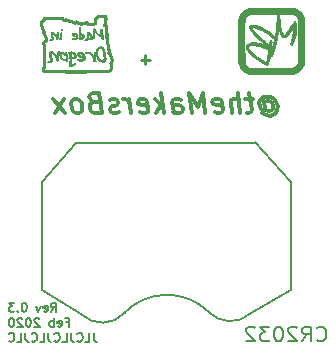
<source format=gbo>
G04 #@! TF.FileFunction,Legend,Bot*
%FSLAX46Y46*%
G04 Gerber Fmt 4.6, Leading zero omitted, Abs format (unit mm)*
G04 Created by KiCad (PCBNEW 4.0.7) date 02/23/20 08:48:36*
%MOMM*%
%LPD*%
G01*
G04 APERTURE LIST*
%ADD10C,0.100000*%
%ADD11C,0.250000*%
%ADD12C,0.150000*%
%ADD13C,0.300000*%
%ADD14C,0.200000*%
%ADD15C,0.002540*%
G04 APERTURE END LIST*
D10*
D11*
X173862952Y-77795429D02*
X173101047Y-77795429D01*
X173481999Y-78176381D02*
X173481999Y-77414476D01*
D12*
X165512287Y-99140286D02*
X165762287Y-98783143D01*
X165940859Y-99140286D02*
X165940859Y-98390286D01*
X165655144Y-98390286D01*
X165583716Y-98426000D01*
X165548001Y-98461714D01*
X165512287Y-98533143D01*
X165512287Y-98640286D01*
X165548001Y-98711714D01*
X165583716Y-98747429D01*
X165655144Y-98783143D01*
X165940859Y-98783143D01*
X164905144Y-99104571D02*
X164976573Y-99140286D01*
X165119430Y-99140286D01*
X165190859Y-99104571D01*
X165226573Y-99033143D01*
X165226573Y-98747429D01*
X165190859Y-98676000D01*
X165119430Y-98640286D01*
X164976573Y-98640286D01*
X164905144Y-98676000D01*
X164869430Y-98747429D01*
X164869430Y-98818857D01*
X165226573Y-98890286D01*
X164619430Y-98640286D02*
X164440859Y-99140286D01*
X164262287Y-98640286D01*
X163262286Y-98390286D02*
X163190858Y-98390286D01*
X163119429Y-98426000D01*
X163083715Y-98461714D01*
X163048001Y-98533143D01*
X163012286Y-98676000D01*
X163012286Y-98854571D01*
X163048001Y-98997429D01*
X163083715Y-99068857D01*
X163119429Y-99104571D01*
X163190858Y-99140286D01*
X163262286Y-99140286D01*
X163333715Y-99104571D01*
X163369429Y-99068857D01*
X163405144Y-98997429D01*
X163440858Y-98854571D01*
X163440858Y-98676000D01*
X163405144Y-98533143D01*
X163369429Y-98461714D01*
X163333715Y-98426000D01*
X163262286Y-98390286D01*
X162690858Y-99068857D02*
X162655143Y-99104571D01*
X162690858Y-99140286D01*
X162726572Y-99104571D01*
X162690858Y-99068857D01*
X162690858Y-99140286D01*
X162405143Y-98390286D02*
X161940857Y-98390286D01*
X162190857Y-98676000D01*
X162083715Y-98676000D01*
X162012286Y-98711714D01*
X161976572Y-98747429D01*
X161940857Y-98818857D01*
X161940857Y-98997429D01*
X161976572Y-99068857D01*
X162012286Y-99104571D01*
X162083715Y-99140286D01*
X162298000Y-99140286D01*
X162369429Y-99104571D01*
X162405143Y-99068857D01*
X166762287Y-100022429D02*
X167012287Y-100022429D01*
X167012287Y-100415286D02*
X167012287Y-99665286D01*
X166655144Y-99665286D01*
X166083715Y-100379571D02*
X166155144Y-100415286D01*
X166298001Y-100415286D01*
X166369430Y-100379571D01*
X166405144Y-100308143D01*
X166405144Y-100022429D01*
X166369430Y-99951000D01*
X166298001Y-99915286D01*
X166155144Y-99915286D01*
X166083715Y-99951000D01*
X166048001Y-100022429D01*
X166048001Y-100093857D01*
X166405144Y-100165286D01*
X165726573Y-100415286D02*
X165726573Y-99665286D01*
X165726573Y-99951000D02*
X165655144Y-99915286D01*
X165512287Y-99915286D01*
X165440858Y-99951000D01*
X165405144Y-99986714D01*
X165369430Y-100058143D01*
X165369430Y-100272429D01*
X165405144Y-100343857D01*
X165440858Y-100379571D01*
X165512287Y-100415286D01*
X165655144Y-100415286D01*
X165726573Y-100379571D01*
X164512287Y-99736714D02*
X164476573Y-99701000D01*
X164405144Y-99665286D01*
X164226573Y-99665286D01*
X164155144Y-99701000D01*
X164119430Y-99736714D01*
X164083715Y-99808143D01*
X164083715Y-99879571D01*
X164119430Y-99986714D01*
X164548001Y-100415286D01*
X164083715Y-100415286D01*
X163619429Y-99665286D02*
X163548001Y-99665286D01*
X163476572Y-99701000D01*
X163440858Y-99736714D01*
X163405144Y-99808143D01*
X163369429Y-99951000D01*
X163369429Y-100129571D01*
X163405144Y-100272429D01*
X163440858Y-100343857D01*
X163476572Y-100379571D01*
X163548001Y-100415286D01*
X163619429Y-100415286D01*
X163690858Y-100379571D01*
X163726572Y-100343857D01*
X163762287Y-100272429D01*
X163798001Y-100129571D01*
X163798001Y-99951000D01*
X163762287Y-99808143D01*
X163726572Y-99736714D01*
X163690858Y-99701000D01*
X163619429Y-99665286D01*
X163083715Y-99736714D02*
X163048001Y-99701000D01*
X162976572Y-99665286D01*
X162798001Y-99665286D01*
X162726572Y-99701000D01*
X162690858Y-99736714D01*
X162655143Y-99808143D01*
X162655143Y-99879571D01*
X162690858Y-99986714D01*
X163119429Y-100415286D01*
X162655143Y-100415286D01*
X162190857Y-99665286D02*
X162119429Y-99665286D01*
X162048000Y-99701000D01*
X162012286Y-99736714D01*
X161976572Y-99808143D01*
X161940857Y-99951000D01*
X161940857Y-100129571D01*
X161976572Y-100272429D01*
X162012286Y-100343857D01*
X162048000Y-100379571D01*
X162119429Y-100415286D01*
X162190857Y-100415286D01*
X162262286Y-100379571D01*
X162298000Y-100343857D01*
X162333715Y-100272429D01*
X162369429Y-100129571D01*
X162369429Y-99951000D01*
X162333715Y-99808143D01*
X162298000Y-99736714D01*
X162262286Y-99701000D01*
X162190857Y-99665286D01*
X169119431Y-100940286D02*
X169119431Y-101476000D01*
X169155145Y-101583143D01*
X169226574Y-101654571D01*
X169333717Y-101690286D01*
X169405145Y-101690286D01*
X168405145Y-101690286D02*
X168762288Y-101690286D01*
X168762288Y-100940286D01*
X167726573Y-101618857D02*
X167762287Y-101654571D01*
X167869430Y-101690286D01*
X167940859Y-101690286D01*
X168048002Y-101654571D01*
X168119430Y-101583143D01*
X168155145Y-101511714D01*
X168190859Y-101368857D01*
X168190859Y-101261714D01*
X168155145Y-101118857D01*
X168119430Y-101047429D01*
X168048002Y-100976000D01*
X167940859Y-100940286D01*
X167869430Y-100940286D01*
X167762287Y-100976000D01*
X167726573Y-101011714D01*
X167190859Y-100940286D02*
X167190859Y-101476000D01*
X167226573Y-101583143D01*
X167298002Y-101654571D01*
X167405145Y-101690286D01*
X167476573Y-101690286D01*
X166476573Y-101690286D02*
X166833716Y-101690286D01*
X166833716Y-100940286D01*
X165798001Y-101618857D02*
X165833715Y-101654571D01*
X165940858Y-101690286D01*
X166012287Y-101690286D01*
X166119430Y-101654571D01*
X166190858Y-101583143D01*
X166226573Y-101511714D01*
X166262287Y-101368857D01*
X166262287Y-101261714D01*
X166226573Y-101118857D01*
X166190858Y-101047429D01*
X166119430Y-100976000D01*
X166012287Y-100940286D01*
X165940858Y-100940286D01*
X165833715Y-100976000D01*
X165798001Y-101011714D01*
X165262287Y-100940286D02*
X165262287Y-101476000D01*
X165298001Y-101583143D01*
X165369430Y-101654571D01*
X165476573Y-101690286D01*
X165548001Y-101690286D01*
X164548001Y-101690286D02*
X164905144Y-101690286D01*
X164905144Y-100940286D01*
X163869429Y-101618857D02*
X163905143Y-101654571D01*
X164012286Y-101690286D01*
X164083715Y-101690286D01*
X164190858Y-101654571D01*
X164262286Y-101583143D01*
X164298001Y-101511714D01*
X164333715Y-101368857D01*
X164333715Y-101261714D01*
X164298001Y-101118857D01*
X164262286Y-101047429D01*
X164190858Y-100976000D01*
X164083715Y-100940286D01*
X164012286Y-100940286D01*
X163905143Y-100976000D01*
X163869429Y-101011714D01*
X163333715Y-100940286D02*
X163333715Y-101476000D01*
X163369429Y-101583143D01*
X163440858Y-101654571D01*
X163548001Y-101690286D01*
X163619429Y-101690286D01*
X162619429Y-101690286D02*
X162976572Y-101690286D01*
X162976572Y-100940286D01*
X161940857Y-101618857D02*
X161976571Y-101654571D01*
X162083714Y-101690286D01*
X162155143Y-101690286D01*
X162262286Y-101654571D01*
X162333714Y-101583143D01*
X162369429Y-101511714D01*
X162405143Y-101368857D01*
X162405143Y-101261714D01*
X162369429Y-101118857D01*
X162333714Y-101047429D01*
X162262286Y-100976000D01*
X162155143Y-100940286D01*
X162083714Y-100940286D01*
X161976571Y-100976000D01*
X161940857Y-101011714D01*
D13*
X183552558Y-81493524D02*
X183623392Y-81412571D01*
X183775177Y-81331619D01*
X183937082Y-81331619D01*
X184109106Y-81412571D01*
X184200177Y-81493524D01*
X184301369Y-81655429D01*
X184321607Y-81817333D01*
X184260892Y-81979238D01*
X184190059Y-82060190D01*
X184038273Y-82141143D01*
X183876368Y-82141143D01*
X183704345Y-82060190D01*
X183613273Y-81979238D01*
X183532320Y-81331619D02*
X183613273Y-81979238D01*
X183542440Y-82060190D01*
X183461487Y-82060190D01*
X183289464Y-81979238D01*
X183188273Y-81817333D01*
X183137677Y-81412571D01*
X183269225Y-81169714D01*
X183491844Y-81007810D01*
X183805535Y-80926857D01*
X184139463Y-81007810D01*
X184402558Y-81169714D01*
X184594820Y-81412571D01*
X184716249Y-81736381D01*
X184675773Y-82060190D01*
X184544225Y-82303048D01*
X184321606Y-82464952D01*
X184007916Y-82545905D01*
X183673987Y-82464952D01*
X183410892Y-82303048D01*
X182621606Y-81169714D02*
X181973987Y-81169714D01*
X182307916Y-80603048D02*
X182490059Y-82060190D01*
X182429345Y-82222095D01*
X182277559Y-82303048D01*
X182115654Y-82303048D01*
X181548987Y-82303048D02*
X181336487Y-80603048D01*
X180820416Y-82303048D02*
X180709106Y-81412571D01*
X180769820Y-81250667D01*
X180921606Y-81169714D01*
X181164463Y-81169714D01*
X181336487Y-81250667D01*
X181427558Y-81331619D01*
X179353154Y-82222095D02*
X179525178Y-82303048D01*
X179848987Y-82303048D01*
X180000773Y-82222095D01*
X180061487Y-82060190D01*
X179980534Y-81412571D01*
X179879344Y-81250667D01*
X179707320Y-81169714D01*
X179383511Y-81169714D01*
X179231725Y-81250667D01*
X179171011Y-81412571D01*
X179191249Y-81574476D01*
X180021011Y-81736381D01*
X178553749Y-82303048D02*
X178341249Y-80603048D01*
X177926368Y-81817333D01*
X177207916Y-80603048D01*
X177420416Y-82303048D01*
X175882321Y-82303048D02*
X175771011Y-81412571D01*
X175831725Y-81250667D01*
X175983511Y-81169714D01*
X176307320Y-81169714D01*
X176479344Y-81250667D01*
X175872202Y-82222095D02*
X176044225Y-82303048D01*
X176448987Y-82303048D01*
X176600773Y-82222095D01*
X176661487Y-82060190D01*
X176641249Y-81898286D01*
X176540059Y-81736381D01*
X176368035Y-81655429D01*
X175963273Y-81655429D01*
X175791249Y-81574476D01*
X175072797Y-82303048D02*
X174860297Y-80603048D01*
X174829940Y-81655429D02*
X174425178Y-82303048D01*
X174283511Y-81169714D02*
X175012083Y-81817333D01*
X173038869Y-82222095D02*
X173210893Y-82303048D01*
X173534702Y-82303048D01*
X173686488Y-82222095D01*
X173747202Y-82060190D01*
X173666249Y-81412571D01*
X173565059Y-81250667D01*
X173393035Y-81169714D01*
X173069226Y-81169714D01*
X172917440Y-81250667D01*
X172856726Y-81412571D01*
X172876964Y-81574476D01*
X173706726Y-81736381D01*
X172239464Y-82303048D02*
X172097797Y-81169714D01*
X172138273Y-81493524D02*
X172037083Y-81331619D01*
X171946011Y-81250667D01*
X171773988Y-81169714D01*
X171612083Y-81169714D01*
X171257916Y-82222095D02*
X171106131Y-82303048D01*
X170782321Y-82303048D01*
X170610297Y-82222095D01*
X170509107Y-82060190D01*
X170498988Y-81979238D01*
X170559702Y-81817333D01*
X170711488Y-81736381D01*
X170954345Y-81736381D01*
X171106131Y-81655429D01*
X171166844Y-81493524D01*
X171156725Y-81412571D01*
X171055535Y-81250667D01*
X170883511Y-81169714D01*
X170640654Y-81169714D01*
X170488868Y-81250667D01*
X169132916Y-81412571D02*
X168900178Y-81493524D01*
X168829345Y-81574476D01*
X168768632Y-81736381D01*
X168798989Y-81979238D01*
X168900179Y-82141143D01*
X168991250Y-82222095D01*
X169163274Y-82303048D01*
X169810893Y-82303048D01*
X169598393Y-80603048D01*
X169031726Y-80603048D01*
X168879941Y-80684000D01*
X168809107Y-80764952D01*
X168748393Y-80926857D01*
X168768631Y-81088762D01*
X168869821Y-81250667D01*
X168960893Y-81331619D01*
X169132916Y-81412571D01*
X169699583Y-81412571D01*
X167868036Y-82303048D02*
X168019822Y-82222095D01*
X168090655Y-82141143D01*
X168151369Y-81979238D01*
X168090654Y-81493524D01*
X167989464Y-81331619D01*
X167898393Y-81250667D01*
X167726369Y-81169714D01*
X167483512Y-81169714D01*
X167331726Y-81250667D01*
X167260893Y-81331619D01*
X167200178Y-81493524D01*
X167260893Y-81979238D01*
X167362084Y-82141143D01*
X167453155Y-82222095D01*
X167625179Y-82303048D01*
X167868036Y-82303048D01*
X166734703Y-82303048D02*
X165702560Y-81169714D01*
X166593036Y-81169714D02*
X165844227Y-82303048D01*
D14*
X188039047Y-101538429D02*
X188098571Y-101597952D01*
X188277142Y-101657476D01*
X188396190Y-101657476D01*
X188574762Y-101597952D01*
X188693809Y-101478905D01*
X188753333Y-101359857D01*
X188812857Y-101121762D01*
X188812857Y-100943190D01*
X188753333Y-100705095D01*
X188693809Y-100586048D01*
X188574762Y-100467000D01*
X188396190Y-100407476D01*
X188277142Y-100407476D01*
X188098571Y-100467000D01*
X188039047Y-100526524D01*
X186789047Y-101657476D02*
X187205714Y-101062238D01*
X187503333Y-101657476D02*
X187503333Y-100407476D01*
X187027142Y-100407476D01*
X186908095Y-100467000D01*
X186848571Y-100526524D01*
X186789047Y-100645571D01*
X186789047Y-100824143D01*
X186848571Y-100943190D01*
X186908095Y-101002714D01*
X187027142Y-101062238D01*
X187503333Y-101062238D01*
X186312857Y-100526524D02*
X186253333Y-100467000D01*
X186134285Y-100407476D01*
X185836666Y-100407476D01*
X185717619Y-100467000D01*
X185658095Y-100526524D01*
X185598571Y-100645571D01*
X185598571Y-100764619D01*
X185658095Y-100943190D01*
X186372381Y-101657476D01*
X185598571Y-101657476D01*
X184824762Y-100407476D02*
X184705714Y-100407476D01*
X184586666Y-100467000D01*
X184527143Y-100526524D01*
X184467619Y-100645571D01*
X184408095Y-100883667D01*
X184408095Y-101181286D01*
X184467619Y-101419381D01*
X184527143Y-101538429D01*
X184586666Y-101597952D01*
X184705714Y-101657476D01*
X184824762Y-101657476D01*
X184943809Y-101597952D01*
X185003333Y-101538429D01*
X185062857Y-101419381D01*
X185122381Y-101181286D01*
X185122381Y-100883667D01*
X185062857Y-100645571D01*
X185003333Y-100526524D01*
X184943809Y-100467000D01*
X184824762Y-100407476D01*
X183991429Y-100407476D02*
X183217619Y-100407476D01*
X183634286Y-100883667D01*
X183455714Y-100883667D01*
X183336667Y-100943190D01*
X183277143Y-101002714D01*
X183217619Y-101121762D01*
X183217619Y-101419381D01*
X183277143Y-101538429D01*
X183336667Y-101597952D01*
X183455714Y-101657476D01*
X183812857Y-101657476D01*
X183931905Y-101597952D01*
X183991429Y-101538429D01*
X182741429Y-100526524D02*
X182681905Y-100467000D01*
X182562857Y-100407476D01*
X182265238Y-100407476D01*
X182146191Y-100467000D01*
X182086667Y-100526524D01*
X182027143Y-100645571D01*
X182027143Y-100764619D01*
X182086667Y-100943190D01*
X182800953Y-101657476D01*
X182027143Y-101657476D01*
D15*
G36*
X164543740Y-74693780D02*
X164543740Y-74731880D01*
X164546280Y-74757280D01*
X164548820Y-74780140D01*
X164553900Y-74797920D01*
X164564060Y-74818240D01*
X164566600Y-74825860D01*
X164579300Y-74853800D01*
X164589460Y-74879200D01*
X164599620Y-74909680D01*
X164609780Y-74945240D01*
X164619940Y-74990960D01*
X164632640Y-75044300D01*
X164637720Y-75062080D01*
X164652960Y-75135740D01*
X164670740Y-75196700D01*
X164685980Y-75250040D01*
X164706300Y-75295760D01*
X164726620Y-75336400D01*
X164726620Y-74706480D01*
X164726620Y-74691240D01*
X164729160Y-74678540D01*
X164736780Y-74665840D01*
X164749480Y-74650600D01*
X164772340Y-74632820D01*
X164782500Y-74622660D01*
X164810440Y-74599800D01*
X164835840Y-74574400D01*
X164853620Y-74551540D01*
X164861240Y-74543920D01*
X164873940Y-74526140D01*
X164894260Y-74500740D01*
X164919660Y-74470260D01*
X164945060Y-74439780D01*
X164947600Y-74437240D01*
X164970460Y-74409300D01*
X164990780Y-74383900D01*
X165003480Y-74366120D01*
X165011100Y-74355960D01*
X165011100Y-74353420D01*
X165016180Y-74348340D01*
X165033960Y-74348340D01*
X165059360Y-74348340D01*
X165089840Y-74353420D01*
X165120320Y-74358500D01*
X165130480Y-74361040D01*
X165143180Y-74363580D01*
X165155880Y-74368660D01*
X165171120Y-74368660D01*
X165188900Y-74371200D01*
X165214300Y-74373740D01*
X165247320Y-74376280D01*
X165285420Y-74376280D01*
X165333680Y-74378820D01*
X165392100Y-74378820D01*
X165463220Y-74381360D01*
X165547040Y-74383900D01*
X165600380Y-74383900D01*
X165686740Y-74386440D01*
X165773100Y-74386440D01*
X165859460Y-74388980D01*
X165943280Y-74388980D01*
X166022020Y-74391520D01*
X166093140Y-74391520D01*
X166156640Y-74391520D01*
X166204900Y-74391520D01*
X166217600Y-74391520D01*
X166410640Y-74391520D01*
X166471600Y-74452480D01*
X166532560Y-74510900D01*
X166573200Y-74510900D01*
X166601140Y-74510900D01*
X166636700Y-74508360D01*
X166664640Y-74503280D01*
X166697660Y-74500740D01*
X166728140Y-74503280D01*
X166761160Y-74508360D01*
X166801800Y-74518520D01*
X166847520Y-74536300D01*
X166903400Y-74559160D01*
X166918640Y-74564240D01*
X166961820Y-74584560D01*
X166994840Y-74597260D01*
X167022780Y-74604880D01*
X167048180Y-74609960D01*
X167076120Y-74615040D01*
X167093900Y-74617580D01*
X167139620Y-74622660D01*
X167175180Y-74627740D01*
X167203120Y-74635360D01*
X167223440Y-74645520D01*
X167243760Y-74658220D01*
X167264080Y-74678540D01*
X167266620Y-74681080D01*
X167289480Y-74701400D01*
X167314880Y-74719180D01*
X167332660Y-74731880D01*
X167332660Y-74731880D01*
X167352980Y-74736960D01*
X167383460Y-74742040D01*
X167419020Y-74749660D01*
X167457120Y-74752200D01*
X167490140Y-74757280D01*
X167515540Y-74757280D01*
X167530780Y-74754740D01*
X167543480Y-74747120D01*
X167566340Y-74734420D01*
X167586660Y-74716640D01*
X167609520Y-74696320D01*
X167624760Y-74688700D01*
X167634920Y-74686160D01*
X167640000Y-74688700D01*
X167650160Y-74696320D01*
X167670480Y-74709020D01*
X167698420Y-74726800D01*
X167728900Y-74747120D01*
X167736520Y-74752200D01*
X167822880Y-74805540D01*
X167899080Y-74808080D01*
X167934640Y-74810620D01*
X167957500Y-74813160D01*
X167970200Y-74815700D01*
X167980360Y-74820780D01*
X167985440Y-74828400D01*
X167987980Y-74833480D01*
X168008300Y-74856340D01*
X168036240Y-74871580D01*
X168066720Y-74879200D01*
X168071800Y-74879200D01*
X168099740Y-74871580D01*
X168127680Y-74853800D01*
X168155620Y-74823320D01*
X168165780Y-74810620D01*
X168178480Y-74797920D01*
X168186100Y-74787760D01*
X168196260Y-74780140D01*
X168208960Y-74772520D01*
X168229280Y-74769980D01*
X168254680Y-74764900D01*
X168292780Y-74759820D01*
X168341040Y-74757280D01*
X168356280Y-74754740D01*
X168465500Y-74744580D01*
X168495980Y-74772520D01*
X168531540Y-74805540D01*
X168567100Y-74830940D01*
X168597580Y-74851260D01*
X168607740Y-74856340D01*
X168630600Y-74861420D01*
X168663620Y-74866500D01*
X168706800Y-74871580D01*
X168752520Y-74876660D01*
X168803320Y-74881740D01*
X168851580Y-74884280D01*
X168897300Y-74884280D01*
X168899840Y-74884280D01*
X168948100Y-74884280D01*
X168991280Y-74879200D01*
X169034460Y-74874120D01*
X169082720Y-74863960D01*
X169128440Y-74853800D01*
X169161460Y-74843640D01*
X169186860Y-74830940D01*
X169209720Y-74818240D01*
X169232580Y-74797920D01*
X169257980Y-74772520D01*
X169275760Y-74752200D01*
X169291000Y-74731880D01*
X169298620Y-74709020D01*
X169306240Y-74681080D01*
X169313860Y-74645520D01*
X169316400Y-74602340D01*
X169321480Y-74551540D01*
X169329100Y-74472800D01*
X169341800Y-74404220D01*
X169362120Y-74348340D01*
X169387520Y-74302620D01*
X169390060Y-74297540D01*
X169415460Y-74272140D01*
X169453560Y-74244200D01*
X169466260Y-74236580D01*
X169494200Y-74223880D01*
X169517060Y-74213720D01*
X169534840Y-74211180D01*
X169557700Y-74211180D01*
X169560240Y-74211180D01*
X169598340Y-74211180D01*
X169641520Y-74203560D01*
X169672000Y-74195940D01*
X169710100Y-74183240D01*
X169738040Y-74178160D01*
X169755820Y-74175620D01*
X169771060Y-74180700D01*
X169786300Y-74185780D01*
X169793920Y-74190860D01*
X169824400Y-74206100D01*
X169867580Y-74211180D01*
X169915840Y-74206100D01*
X169931080Y-74201020D01*
X169953940Y-74195940D01*
X169974260Y-74190860D01*
X169981880Y-74190860D01*
X169981880Y-74195940D01*
X169984420Y-74216260D01*
X169984420Y-74239120D01*
X169984420Y-74241660D01*
X169984420Y-74269600D01*
X169986960Y-74289920D01*
X169992040Y-74307700D01*
X170004740Y-74325480D01*
X170027600Y-74358500D01*
X170019980Y-74477880D01*
X170017440Y-74523600D01*
X170012360Y-74556620D01*
X170009820Y-74582020D01*
X170004740Y-74599800D01*
X169999660Y-74615040D01*
X169992040Y-74630280D01*
X169986960Y-74637900D01*
X169971720Y-74668380D01*
X169964100Y-74696320D01*
X169964100Y-74716640D01*
X169961560Y-74744580D01*
X169959020Y-74767440D01*
X169956480Y-74775060D01*
X169953940Y-74792840D01*
X169948860Y-74818240D01*
X169948860Y-74851260D01*
X169948860Y-74863960D01*
X169948860Y-74896980D01*
X169948860Y-74917300D01*
X169953940Y-74932540D01*
X169961560Y-74942700D01*
X169971720Y-74955400D01*
X169974260Y-74957940D01*
X169994580Y-74973180D01*
X170014900Y-74980800D01*
X170017440Y-74983340D01*
X170027600Y-74983340D01*
X170032680Y-74988420D01*
X170037760Y-75003660D01*
X170040300Y-75029060D01*
X170042840Y-75062080D01*
X170045380Y-75100180D01*
X170045380Y-75123040D01*
X170047920Y-75166220D01*
X170053000Y-75222100D01*
X170060620Y-75293220D01*
X170073320Y-75379580D01*
X170091100Y-75478640D01*
X170091100Y-75486260D01*
X170098720Y-75529440D01*
X170103800Y-75570080D01*
X170108880Y-75600560D01*
X170111420Y-75623420D01*
X170113960Y-75631040D01*
X170113960Y-75643740D01*
X170111420Y-75666600D01*
X170111420Y-75697080D01*
X170108880Y-75727560D01*
X170108880Y-75760580D01*
X170106340Y-75791060D01*
X170103800Y-75811380D01*
X170101260Y-75819000D01*
X170091100Y-75844400D01*
X170088560Y-75874880D01*
X170091100Y-75905360D01*
X170101260Y-75930760D01*
X170116500Y-75943460D01*
X170124120Y-75956160D01*
X170131740Y-75981560D01*
X170141900Y-76022200D01*
X170149520Y-76078080D01*
X170159680Y-76146660D01*
X170167300Y-76225400D01*
X170172380Y-76286360D01*
X170177460Y-76339700D01*
X170182540Y-76390500D01*
X170187620Y-76433680D01*
X170192700Y-76469240D01*
X170195240Y-76494640D01*
X170197780Y-76507340D01*
X170207940Y-76527660D01*
X170218100Y-76555600D01*
X170228260Y-76581000D01*
X170235880Y-76601320D01*
X170243500Y-76616560D01*
X170246040Y-76634340D01*
X170248580Y-76654660D01*
X170248580Y-76680060D01*
X170246040Y-76713080D01*
X170243500Y-76758800D01*
X170243500Y-76779120D01*
X170240960Y-76824840D01*
X170240960Y-76860400D01*
X170246040Y-76888340D01*
X170253660Y-76913740D01*
X170266360Y-76941680D01*
X170286680Y-76974700D01*
X170304460Y-77012800D01*
X170314620Y-77040740D01*
X170319700Y-77068680D01*
X170314620Y-77096620D01*
X170304460Y-77134720D01*
X170299380Y-77144880D01*
X170286680Y-77182980D01*
X170279060Y-77213460D01*
X170279060Y-77233780D01*
X170281600Y-77251560D01*
X170289220Y-77266800D01*
X170289220Y-77269340D01*
X170304460Y-77284580D01*
X170329860Y-77302360D01*
X170360340Y-77320140D01*
X170393360Y-77332840D01*
X170413680Y-77340460D01*
X170434000Y-77345540D01*
X170434000Y-77434440D01*
X170434000Y-77525880D01*
X170464480Y-77589380D01*
X170497500Y-77657960D01*
X170522900Y-77716380D01*
X170543220Y-77764640D01*
X170555920Y-77800200D01*
X170561000Y-77820520D01*
X170563540Y-77838300D01*
X170563540Y-77853540D01*
X170555920Y-77868780D01*
X170540680Y-77889100D01*
X170540680Y-77891640D01*
X170512740Y-77932280D01*
X170489880Y-77970380D01*
X170472100Y-78016100D01*
X170464480Y-78044040D01*
X170449240Y-78097380D01*
X170472100Y-78196440D01*
X170487340Y-78262480D01*
X170494960Y-78315820D01*
X170500040Y-78361540D01*
X170500040Y-78402180D01*
X170492420Y-78440280D01*
X170482260Y-78478380D01*
X170482260Y-78478380D01*
X170467020Y-78521560D01*
X170454320Y-78559660D01*
X170439080Y-78592680D01*
X170428920Y-78615540D01*
X170418760Y-78625700D01*
X170418760Y-78628240D01*
X170408600Y-78630780D01*
X170388280Y-78638400D01*
X170380660Y-78643480D01*
X170357800Y-78651100D01*
X170322240Y-78658720D01*
X170273980Y-78663800D01*
X170213020Y-78666340D01*
X170136820Y-78668880D01*
X170047920Y-78671420D01*
X169946320Y-78671420D01*
X169936160Y-78671420D01*
X169880280Y-78673960D01*
X169814240Y-78673960D01*
X169740580Y-78676500D01*
X169661840Y-78676500D01*
X169583100Y-78679040D01*
X169509440Y-78684120D01*
X169489120Y-78684120D01*
X169252900Y-78691740D01*
X169026840Y-78701900D01*
X168803320Y-78706980D01*
X168579800Y-78712060D01*
X168358820Y-78717140D01*
X168135300Y-78719680D01*
X167909240Y-78722220D01*
X167675560Y-78722220D01*
X167436800Y-78722220D01*
X167185340Y-78722220D01*
X166923720Y-78719680D01*
X166791640Y-78717140D01*
X166606220Y-78714600D01*
X166436040Y-78712060D01*
X166278560Y-78709520D01*
X166133780Y-78706980D01*
X165999160Y-78704440D01*
X165874700Y-78701900D01*
X165757860Y-78699360D01*
X165651180Y-78696820D01*
X165552120Y-78691740D01*
X165460680Y-78689200D01*
X165371780Y-78686660D01*
X165287960Y-78681580D01*
X165242240Y-78679040D01*
X165178740Y-78676500D01*
X165120320Y-78671420D01*
X165066980Y-78668880D01*
X165021260Y-78666340D01*
X164988240Y-78663800D01*
X164965380Y-78663800D01*
X164952680Y-78663800D01*
X164952680Y-78663800D01*
X164952680Y-78656180D01*
X164955220Y-78633320D01*
X164955220Y-78600300D01*
X164957760Y-78552040D01*
X164960300Y-78493620D01*
X164962840Y-78425040D01*
X164967920Y-78346300D01*
X164970460Y-78259940D01*
X164975540Y-78163420D01*
X164980620Y-78061820D01*
X164983160Y-77955140D01*
X164988240Y-77840840D01*
X164995860Y-77724000D01*
X164995860Y-77708760D01*
X165000940Y-77569060D01*
X165006020Y-77442060D01*
X165011100Y-77327760D01*
X165016180Y-77226160D01*
X165021260Y-77137260D01*
X165023800Y-77058520D01*
X165026340Y-76992480D01*
X165028880Y-76931520D01*
X165028880Y-76883260D01*
X165028880Y-76840080D01*
X165028880Y-76807060D01*
X165028880Y-76776580D01*
X165028880Y-76753720D01*
X165026340Y-76735940D01*
X165023800Y-76720700D01*
X165021260Y-76710540D01*
X165018720Y-76700380D01*
X165013640Y-76692760D01*
X165008560Y-76687680D01*
X165003480Y-76680060D01*
X164998400Y-76672440D01*
X164985700Y-76657200D01*
X164978080Y-76641960D01*
X164975540Y-76626720D01*
X164978080Y-76601320D01*
X164978080Y-76591160D01*
X164978080Y-76555600D01*
X164975540Y-76522580D01*
X164965380Y-76481940D01*
X164965380Y-76479400D01*
X164952680Y-76436220D01*
X164945060Y-76405740D01*
X164942520Y-76382880D01*
X164942520Y-76370180D01*
X164945060Y-76360020D01*
X164952680Y-76354940D01*
X164952680Y-76352400D01*
X164970460Y-76347320D01*
X164993320Y-76339700D01*
X165003480Y-76339700D01*
X165031420Y-76332080D01*
X165054280Y-76321920D01*
X165074600Y-76306680D01*
X165092380Y-76283820D01*
X165115240Y-76248260D01*
X165133020Y-76212700D01*
X165176200Y-76123800D01*
X165168580Y-76045060D01*
X165163500Y-76014580D01*
X165158420Y-75986640D01*
X165150800Y-75961240D01*
X165143180Y-75933300D01*
X165130480Y-75897740D01*
X165110160Y-75854560D01*
X165105080Y-75841860D01*
X165084760Y-75791060D01*
X165061900Y-75740260D01*
X165039040Y-75686920D01*
X165018720Y-75641200D01*
X165008560Y-75623420D01*
X164993320Y-75585320D01*
X164980620Y-75557380D01*
X164973000Y-75537060D01*
X164970460Y-75524360D01*
X164973000Y-75514200D01*
X164973000Y-75504040D01*
X164980620Y-75478640D01*
X164980620Y-75448160D01*
X164970460Y-75415140D01*
X164952680Y-75374500D01*
X164927280Y-75326240D01*
X164924740Y-75323700D01*
X164901880Y-75283060D01*
X164881560Y-75247500D01*
X164866320Y-75217020D01*
X164856160Y-75186540D01*
X164843460Y-75153520D01*
X164833300Y-75112880D01*
X164823140Y-75067160D01*
X164812980Y-75021440D01*
X164797740Y-74957940D01*
X164785040Y-74907140D01*
X164774880Y-74866500D01*
X164764720Y-74833480D01*
X164754560Y-74805540D01*
X164746940Y-74782680D01*
X164739320Y-74772520D01*
X164731700Y-74744580D01*
X164726620Y-74714100D01*
X164726620Y-74706480D01*
X164726620Y-75336400D01*
X164729160Y-75338940D01*
X164734240Y-75354180D01*
X164752020Y-75382120D01*
X164762180Y-75404980D01*
X164767260Y-75417680D01*
X164767260Y-75427840D01*
X164762180Y-75438000D01*
X164759640Y-75455780D01*
X164757100Y-75473560D01*
X164762180Y-75496420D01*
X164769800Y-75524360D01*
X164785040Y-75559920D01*
X164805360Y-75608180D01*
X164820600Y-75638660D01*
X164856160Y-75719940D01*
X164891720Y-75796140D01*
X164919660Y-75864720D01*
X164945060Y-75925680D01*
X164965380Y-75976480D01*
X164978080Y-76017120D01*
X164985700Y-76045060D01*
X164985700Y-76047600D01*
X164990780Y-76075540D01*
X164988240Y-76093320D01*
X164983160Y-76113640D01*
X164975540Y-76126340D01*
X164965380Y-76146660D01*
X164952680Y-76159360D01*
X164937440Y-76166980D01*
X164914580Y-76172060D01*
X164901880Y-76174600D01*
X164886640Y-76177140D01*
X164868860Y-76187300D01*
X164851080Y-76202540D01*
X164823140Y-76227940D01*
X164815520Y-76238100D01*
X164790120Y-76263500D01*
X164772340Y-76281280D01*
X164762180Y-76293980D01*
X164757100Y-76306680D01*
X164757100Y-76321920D01*
X164757100Y-76332080D01*
X164759640Y-76385420D01*
X164772340Y-76446380D01*
X164787580Y-76509880D01*
X164795200Y-76537820D01*
X164797740Y-76560680D01*
X164797740Y-76583540D01*
X164795200Y-76614020D01*
X164792660Y-76619100D01*
X164790120Y-76652120D01*
X164790120Y-76680060D01*
X164797740Y-76702920D01*
X164815520Y-76730860D01*
X164833300Y-76753720D01*
X164856160Y-76781660D01*
X164812980Y-77762100D01*
X164807900Y-77881480D01*
X164802820Y-77998320D01*
X164797740Y-78110080D01*
X164792660Y-78216760D01*
X164790120Y-78315820D01*
X164785040Y-78407260D01*
X164782500Y-78491080D01*
X164779960Y-78564740D01*
X164777420Y-78628240D01*
X164774880Y-78681580D01*
X164774880Y-78722220D01*
X164774880Y-78750160D01*
X164774880Y-78765400D01*
X164774880Y-78765400D01*
X164785040Y-78790800D01*
X164805360Y-78813660D01*
X164828220Y-78828900D01*
X164833300Y-78831440D01*
X164846000Y-78833980D01*
X164873940Y-78836520D01*
X164912040Y-78839060D01*
X164960300Y-78844140D01*
X165018720Y-78846680D01*
X165082220Y-78851760D01*
X165155880Y-78854300D01*
X165232080Y-78859380D01*
X165313360Y-78861920D01*
X165394640Y-78867000D01*
X165478460Y-78869540D01*
X165559740Y-78872080D01*
X165641020Y-78874620D01*
X165717220Y-78877160D01*
X165788340Y-78879700D01*
X165831520Y-78882240D01*
X165892480Y-78882240D01*
X165966140Y-78884780D01*
X166049960Y-78884780D01*
X166141400Y-78887320D01*
X166243000Y-78889860D01*
X166349680Y-78889860D01*
X166458900Y-78892400D01*
X166573200Y-78892400D01*
X166684960Y-78894940D01*
X166794180Y-78897480D01*
X166837360Y-78897480D01*
X166938960Y-78897480D01*
X167040560Y-78900020D01*
X167139620Y-78900020D01*
X167236140Y-78902560D01*
X167325040Y-78902560D01*
X167408860Y-78902560D01*
X167482520Y-78905100D01*
X167546020Y-78905100D01*
X167599360Y-78905100D01*
X167640000Y-78905100D01*
X167662860Y-78905100D01*
X167698420Y-78905100D01*
X167749220Y-78905100D01*
X167810180Y-78905100D01*
X167881300Y-78905100D01*
X167957500Y-78905100D01*
X168038780Y-78902560D01*
X168122600Y-78902560D01*
X168206420Y-78900020D01*
X168241980Y-78900020D01*
X168396920Y-78897480D01*
X168546780Y-78892400D01*
X168694100Y-78889860D01*
X168833800Y-78884780D01*
X168965880Y-78882240D01*
X169090340Y-78877160D01*
X169204640Y-78874620D01*
X169306240Y-78872080D01*
X169392600Y-78867000D01*
X169410380Y-78867000D01*
X169466260Y-78864460D01*
X169532300Y-78861920D01*
X169603420Y-78861920D01*
X169674540Y-78859380D01*
X169743120Y-78859380D01*
X169768520Y-78859380D01*
X169834560Y-78859380D01*
X169908220Y-78856840D01*
X169989500Y-78856840D01*
X170068240Y-78851760D01*
X170144440Y-78849220D01*
X170182540Y-78849220D01*
X170398440Y-78836520D01*
X170469560Y-78803500D01*
X170502580Y-78785720D01*
X170527980Y-78773020D01*
X170545760Y-78760320D01*
X170550840Y-78755240D01*
X170566080Y-78734920D01*
X170581320Y-78704440D01*
X170601640Y-78663800D01*
X170619420Y-78620620D01*
X170637200Y-78577440D01*
X170652440Y-78539340D01*
X170665140Y-78498700D01*
X170672760Y-78465680D01*
X170677840Y-78440280D01*
X170680380Y-78409800D01*
X170680380Y-78389480D01*
X170675300Y-78315820D01*
X170662600Y-78232000D01*
X170647360Y-78158340D01*
X170639740Y-78122780D01*
X170639740Y-78094840D01*
X170647360Y-78064360D01*
X170662600Y-78031340D01*
X170685460Y-77993240D01*
X170700700Y-77975460D01*
X170723560Y-77939900D01*
X170738800Y-77914500D01*
X170746420Y-77889100D01*
X170748960Y-77863700D01*
X170746420Y-77830680D01*
X170738800Y-77792580D01*
X170731180Y-77762100D01*
X170718480Y-77721460D01*
X170700700Y-77675740D01*
X170680380Y-77622400D01*
X170654980Y-77571600D01*
X170634660Y-77528420D01*
X170627040Y-77510640D01*
X170619420Y-77495400D01*
X170616880Y-77477620D01*
X170614340Y-77457300D01*
X170614340Y-77426820D01*
X170614340Y-77386180D01*
X170614340Y-77381100D01*
X170611800Y-77332840D01*
X170609260Y-77292200D01*
X170604180Y-77264260D01*
X170591480Y-77241400D01*
X170573700Y-77221080D01*
X170545760Y-77203300D01*
X170507660Y-77182980D01*
X170487340Y-77172820D01*
X170487340Y-77165200D01*
X170489880Y-77147420D01*
X170494960Y-77122020D01*
X170497500Y-77114400D01*
X170502580Y-77068680D01*
X170502580Y-77038200D01*
X170502580Y-77030580D01*
X170489880Y-76987400D01*
X170469560Y-76941680D01*
X170446700Y-76895960D01*
X170439080Y-76883260D01*
X170431460Y-76870560D01*
X170426380Y-76857860D01*
X170421300Y-76842620D01*
X170421300Y-76824840D01*
X170421300Y-76801980D01*
X170421300Y-76771500D01*
X170426380Y-76728320D01*
X170431460Y-76674980D01*
X170431460Y-76672440D01*
X170431460Y-76647040D01*
X170431460Y-76621640D01*
X170423840Y-76593700D01*
X170416220Y-76565760D01*
X170403520Y-76532740D01*
X170393360Y-76502260D01*
X170383200Y-76479400D01*
X170380660Y-76474320D01*
X170375580Y-76461620D01*
X170370500Y-76441300D01*
X170367960Y-76413360D01*
X170362880Y-76375260D01*
X170357800Y-76324460D01*
X170352720Y-76263500D01*
X170345100Y-76194920D01*
X170337480Y-76128880D01*
X170329860Y-76065380D01*
X170319700Y-76004420D01*
X170312080Y-75951080D01*
X170304460Y-75907900D01*
X170294300Y-75877420D01*
X170291760Y-75867260D01*
X170291760Y-75849480D01*
X170294300Y-75831700D01*
X170296840Y-75806300D01*
X170291760Y-75770740D01*
X170291760Y-75770740D01*
X170286680Y-75737720D01*
X170289220Y-75702160D01*
X170291760Y-75684380D01*
X170294300Y-75661520D01*
X170296840Y-75641200D01*
X170294300Y-75618340D01*
X170291760Y-75590400D01*
X170284140Y-75549760D01*
X170281600Y-75534520D01*
X170263820Y-75440540D01*
X170251120Y-75354180D01*
X170240960Y-75272900D01*
X170233340Y-75191620D01*
X170225720Y-75102720D01*
X170220640Y-75026520D01*
X170218100Y-74960480D01*
X170213020Y-74909680D01*
X170210480Y-74869040D01*
X170205400Y-74838560D01*
X170202860Y-74815700D01*
X170195240Y-74797920D01*
X170187620Y-74785220D01*
X170177460Y-74777600D01*
X170169840Y-74769980D01*
X170157140Y-74759820D01*
X170152060Y-74747120D01*
X170154600Y-74729340D01*
X170162220Y-74703940D01*
X170172380Y-74678540D01*
X170172380Y-74678540D01*
X170180000Y-74665840D01*
X170182540Y-74655680D01*
X170187620Y-74642980D01*
X170190160Y-74625200D01*
X170192700Y-74602340D01*
X170195240Y-74571860D01*
X170197780Y-74528680D01*
X170202860Y-74475340D01*
X170202860Y-74447400D01*
X170213020Y-74295000D01*
X170187620Y-74264520D01*
X170162220Y-74234040D01*
X170169840Y-74157840D01*
X170172380Y-74109580D01*
X170172380Y-74074020D01*
X170169840Y-74048620D01*
X170159680Y-74028300D01*
X170146980Y-74013060D01*
X170144440Y-74010520D01*
X170129200Y-73997820D01*
X170111420Y-73992740D01*
X170088560Y-73990200D01*
X170060620Y-73990200D01*
X170022520Y-73997820D01*
X169971720Y-74007980D01*
X169966640Y-74010520D01*
X169875200Y-74030840D01*
X169839640Y-74010520D01*
X169814240Y-73997820D01*
X169791380Y-73990200D01*
X169763440Y-73990200D01*
X169732960Y-73995280D01*
X169689780Y-74002900D01*
X169659300Y-74010520D01*
X169623740Y-74020680D01*
X169595800Y-74028300D01*
X169578020Y-74030840D01*
X169560240Y-74028300D01*
X169547540Y-74025760D01*
X169527220Y-74023220D01*
X169509440Y-74023220D01*
X169489120Y-74025760D01*
X169463720Y-74035920D01*
X169433240Y-74051160D01*
X169400220Y-74068940D01*
X169359580Y-74091800D01*
X169329100Y-74109580D01*
X169306240Y-74127360D01*
X169288460Y-74142600D01*
X169270680Y-74160380D01*
X169252900Y-74183240D01*
X169232580Y-74206100D01*
X169217340Y-74228960D01*
X169207180Y-74249280D01*
X169197020Y-74274680D01*
X169184320Y-74307700D01*
X169171620Y-74350880D01*
X169169080Y-74361040D01*
X169156380Y-74409300D01*
X169148760Y-74449940D01*
X169143680Y-74488040D01*
X169138600Y-74531220D01*
X169138600Y-74546460D01*
X169136060Y-74592180D01*
X169133520Y-74625200D01*
X169125900Y-74648060D01*
X169113200Y-74663300D01*
X169092880Y-74676000D01*
X169062400Y-74683620D01*
X169034460Y-74691240D01*
X168973500Y-74701400D01*
X168902380Y-74706480D01*
X168823640Y-74703940D01*
X168749980Y-74696320D01*
X168671240Y-74688700D01*
X168605200Y-74630280D01*
X168579800Y-74604880D01*
X168554400Y-74587100D01*
X168534080Y-74571860D01*
X168523920Y-74566780D01*
X168508680Y-74566780D01*
X168483280Y-74566780D01*
X168445180Y-74566780D01*
X168402000Y-74571860D01*
X168351200Y-74574400D01*
X168300400Y-74579480D01*
X168249600Y-74584560D01*
X168206420Y-74589640D01*
X168163240Y-74597260D01*
X168132760Y-74602340D01*
X168112440Y-74612500D01*
X168099740Y-74617580D01*
X168089580Y-74625200D01*
X168079420Y-74630280D01*
X168064180Y-74632820D01*
X168043860Y-74632820D01*
X168015920Y-74632820D01*
X167977820Y-74632820D01*
X167876220Y-74630280D01*
X167772080Y-74561700D01*
X167733980Y-74536300D01*
X167700960Y-74515980D01*
X167673020Y-74498200D01*
X167652700Y-74488040D01*
X167645080Y-74482960D01*
X167617140Y-74475340D01*
X167591740Y-74480420D01*
X167561260Y-74495660D01*
X167525700Y-74526140D01*
X167523160Y-74528680D01*
X167500300Y-74549000D01*
X167482520Y-74561700D01*
X167467280Y-74569320D01*
X167452040Y-74571860D01*
X167446960Y-74571860D01*
X167429180Y-74569320D01*
X167416480Y-74566780D01*
X167398700Y-74554080D01*
X167378380Y-74536300D01*
X167368220Y-74526140D01*
X167337740Y-74500740D01*
X167304720Y-74480420D01*
X167266620Y-74465180D01*
X167223440Y-74455020D01*
X167167560Y-74444860D01*
X167139620Y-74442320D01*
X167101520Y-74437240D01*
X167071040Y-74429620D01*
X167040560Y-74419460D01*
X167005000Y-74406760D01*
X166974520Y-74394060D01*
X166931340Y-74376280D01*
X166883080Y-74358500D01*
X166837360Y-74343260D01*
X166809420Y-74335640D01*
X166771320Y-74328020D01*
X166743380Y-74320400D01*
X166720520Y-74320400D01*
X166697660Y-74320400D01*
X166667180Y-74322940D01*
X166606220Y-74330560D01*
X166547800Y-74277220D01*
X166512240Y-74244200D01*
X166484300Y-74223880D01*
X166466520Y-74218800D01*
X166453820Y-74216260D01*
X166425880Y-74216260D01*
X166390320Y-74213720D01*
X166344600Y-74213720D01*
X166293800Y-74213720D01*
X166237920Y-74213720D01*
X166235380Y-74213720D01*
X166151560Y-74213720D01*
X166062660Y-74211180D01*
X165971220Y-74211180D01*
X165879780Y-74211180D01*
X165788340Y-74208640D01*
X165699440Y-74206100D01*
X165615620Y-74206100D01*
X165534340Y-74203560D01*
X165458140Y-74201020D01*
X165389560Y-74198480D01*
X165331140Y-74195940D01*
X165280340Y-74193400D01*
X165242240Y-74190860D01*
X165216840Y-74188320D01*
X165204140Y-74185780D01*
X165186360Y-74183240D01*
X165153340Y-74178160D01*
X165115240Y-74173080D01*
X165074600Y-74170540D01*
X165054280Y-74168000D01*
X165008560Y-74165460D01*
X164975540Y-74162920D01*
X164952680Y-74162920D01*
X164934900Y-74162920D01*
X164922200Y-74165460D01*
X164912040Y-74170540D01*
X164909500Y-74173080D01*
X164884100Y-74193400D01*
X164861240Y-74226420D01*
X164851080Y-74261980D01*
X164843460Y-74277220D01*
X164828220Y-74300080D01*
X164807900Y-74322940D01*
X164802820Y-74330560D01*
X164777420Y-74361040D01*
X164754560Y-74388980D01*
X164734240Y-74411840D01*
X164731700Y-74416920D01*
X164716460Y-74434700D01*
X164691060Y-74460100D01*
X164663120Y-74488040D01*
X164635180Y-74515980D01*
X164607240Y-74541380D01*
X164581840Y-74564240D01*
X164564060Y-74582020D01*
X164553900Y-74594720D01*
X164553900Y-74594720D01*
X164548820Y-74612500D01*
X164543740Y-74642980D01*
X164543740Y-74683620D01*
X164543740Y-74693780D01*
X164543740Y-74693780D01*
X164543740Y-74693780D01*
G37*
X164543740Y-74693780D02*
X164543740Y-74731880D01*
X164546280Y-74757280D01*
X164548820Y-74780140D01*
X164553900Y-74797920D01*
X164564060Y-74818240D01*
X164566600Y-74825860D01*
X164579300Y-74853800D01*
X164589460Y-74879200D01*
X164599620Y-74909680D01*
X164609780Y-74945240D01*
X164619940Y-74990960D01*
X164632640Y-75044300D01*
X164637720Y-75062080D01*
X164652960Y-75135740D01*
X164670740Y-75196700D01*
X164685980Y-75250040D01*
X164706300Y-75295760D01*
X164726620Y-75336400D01*
X164726620Y-74706480D01*
X164726620Y-74691240D01*
X164729160Y-74678540D01*
X164736780Y-74665840D01*
X164749480Y-74650600D01*
X164772340Y-74632820D01*
X164782500Y-74622660D01*
X164810440Y-74599800D01*
X164835840Y-74574400D01*
X164853620Y-74551540D01*
X164861240Y-74543920D01*
X164873940Y-74526140D01*
X164894260Y-74500740D01*
X164919660Y-74470260D01*
X164945060Y-74439780D01*
X164947600Y-74437240D01*
X164970460Y-74409300D01*
X164990780Y-74383900D01*
X165003480Y-74366120D01*
X165011100Y-74355960D01*
X165011100Y-74353420D01*
X165016180Y-74348340D01*
X165033960Y-74348340D01*
X165059360Y-74348340D01*
X165089840Y-74353420D01*
X165120320Y-74358500D01*
X165130480Y-74361040D01*
X165143180Y-74363580D01*
X165155880Y-74368660D01*
X165171120Y-74368660D01*
X165188900Y-74371200D01*
X165214300Y-74373740D01*
X165247320Y-74376280D01*
X165285420Y-74376280D01*
X165333680Y-74378820D01*
X165392100Y-74378820D01*
X165463220Y-74381360D01*
X165547040Y-74383900D01*
X165600380Y-74383900D01*
X165686740Y-74386440D01*
X165773100Y-74386440D01*
X165859460Y-74388980D01*
X165943280Y-74388980D01*
X166022020Y-74391520D01*
X166093140Y-74391520D01*
X166156640Y-74391520D01*
X166204900Y-74391520D01*
X166217600Y-74391520D01*
X166410640Y-74391520D01*
X166471600Y-74452480D01*
X166532560Y-74510900D01*
X166573200Y-74510900D01*
X166601140Y-74510900D01*
X166636700Y-74508360D01*
X166664640Y-74503280D01*
X166697660Y-74500740D01*
X166728140Y-74503280D01*
X166761160Y-74508360D01*
X166801800Y-74518520D01*
X166847520Y-74536300D01*
X166903400Y-74559160D01*
X166918640Y-74564240D01*
X166961820Y-74584560D01*
X166994840Y-74597260D01*
X167022780Y-74604880D01*
X167048180Y-74609960D01*
X167076120Y-74615040D01*
X167093900Y-74617580D01*
X167139620Y-74622660D01*
X167175180Y-74627740D01*
X167203120Y-74635360D01*
X167223440Y-74645520D01*
X167243760Y-74658220D01*
X167264080Y-74678540D01*
X167266620Y-74681080D01*
X167289480Y-74701400D01*
X167314880Y-74719180D01*
X167332660Y-74731880D01*
X167332660Y-74731880D01*
X167352980Y-74736960D01*
X167383460Y-74742040D01*
X167419020Y-74749660D01*
X167457120Y-74752200D01*
X167490140Y-74757280D01*
X167515540Y-74757280D01*
X167530780Y-74754740D01*
X167543480Y-74747120D01*
X167566340Y-74734420D01*
X167586660Y-74716640D01*
X167609520Y-74696320D01*
X167624760Y-74688700D01*
X167634920Y-74686160D01*
X167640000Y-74688700D01*
X167650160Y-74696320D01*
X167670480Y-74709020D01*
X167698420Y-74726800D01*
X167728900Y-74747120D01*
X167736520Y-74752200D01*
X167822880Y-74805540D01*
X167899080Y-74808080D01*
X167934640Y-74810620D01*
X167957500Y-74813160D01*
X167970200Y-74815700D01*
X167980360Y-74820780D01*
X167985440Y-74828400D01*
X167987980Y-74833480D01*
X168008300Y-74856340D01*
X168036240Y-74871580D01*
X168066720Y-74879200D01*
X168071800Y-74879200D01*
X168099740Y-74871580D01*
X168127680Y-74853800D01*
X168155620Y-74823320D01*
X168165780Y-74810620D01*
X168178480Y-74797920D01*
X168186100Y-74787760D01*
X168196260Y-74780140D01*
X168208960Y-74772520D01*
X168229280Y-74769980D01*
X168254680Y-74764900D01*
X168292780Y-74759820D01*
X168341040Y-74757280D01*
X168356280Y-74754740D01*
X168465500Y-74744580D01*
X168495980Y-74772520D01*
X168531540Y-74805540D01*
X168567100Y-74830940D01*
X168597580Y-74851260D01*
X168607740Y-74856340D01*
X168630600Y-74861420D01*
X168663620Y-74866500D01*
X168706800Y-74871580D01*
X168752520Y-74876660D01*
X168803320Y-74881740D01*
X168851580Y-74884280D01*
X168897300Y-74884280D01*
X168899840Y-74884280D01*
X168948100Y-74884280D01*
X168991280Y-74879200D01*
X169034460Y-74874120D01*
X169082720Y-74863960D01*
X169128440Y-74853800D01*
X169161460Y-74843640D01*
X169186860Y-74830940D01*
X169209720Y-74818240D01*
X169232580Y-74797920D01*
X169257980Y-74772520D01*
X169275760Y-74752200D01*
X169291000Y-74731880D01*
X169298620Y-74709020D01*
X169306240Y-74681080D01*
X169313860Y-74645520D01*
X169316400Y-74602340D01*
X169321480Y-74551540D01*
X169329100Y-74472800D01*
X169341800Y-74404220D01*
X169362120Y-74348340D01*
X169387520Y-74302620D01*
X169390060Y-74297540D01*
X169415460Y-74272140D01*
X169453560Y-74244200D01*
X169466260Y-74236580D01*
X169494200Y-74223880D01*
X169517060Y-74213720D01*
X169534840Y-74211180D01*
X169557700Y-74211180D01*
X169560240Y-74211180D01*
X169598340Y-74211180D01*
X169641520Y-74203560D01*
X169672000Y-74195940D01*
X169710100Y-74183240D01*
X169738040Y-74178160D01*
X169755820Y-74175620D01*
X169771060Y-74180700D01*
X169786300Y-74185780D01*
X169793920Y-74190860D01*
X169824400Y-74206100D01*
X169867580Y-74211180D01*
X169915840Y-74206100D01*
X169931080Y-74201020D01*
X169953940Y-74195940D01*
X169974260Y-74190860D01*
X169981880Y-74190860D01*
X169981880Y-74195940D01*
X169984420Y-74216260D01*
X169984420Y-74239120D01*
X169984420Y-74241660D01*
X169984420Y-74269600D01*
X169986960Y-74289920D01*
X169992040Y-74307700D01*
X170004740Y-74325480D01*
X170027600Y-74358500D01*
X170019980Y-74477880D01*
X170017440Y-74523600D01*
X170012360Y-74556620D01*
X170009820Y-74582020D01*
X170004740Y-74599800D01*
X169999660Y-74615040D01*
X169992040Y-74630280D01*
X169986960Y-74637900D01*
X169971720Y-74668380D01*
X169964100Y-74696320D01*
X169964100Y-74716640D01*
X169961560Y-74744580D01*
X169959020Y-74767440D01*
X169956480Y-74775060D01*
X169953940Y-74792840D01*
X169948860Y-74818240D01*
X169948860Y-74851260D01*
X169948860Y-74863960D01*
X169948860Y-74896980D01*
X169948860Y-74917300D01*
X169953940Y-74932540D01*
X169961560Y-74942700D01*
X169971720Y-74955400D01*
X169974260Y-74957940D01*
X169994580Y-74973180D01*
X170014900Y-74980800D01*
X170017440Y-74983340D01*
X170027600Y-74983340D01*
X170032680Y-74988420D01*
X170037760Y-75003660D01*
X170040300Y-75029060D01*
X170042840Y-75062080D01*
X170045380Y-75100180D01*
X170045380Y-75123040D01*
X170047920Y-75166220D01*
X170053000Y-75222100D01*
X170060620Y-75293220D01*
X170073320Y-75379580D01*
X170091100Y-75478640D01*
X170091100Y-75486260D01*
X170098720Y-75529440D01*
X170103800Y-75570080D01*
X170108880Y-75600560D01*
X170111420Y-75623420D01*
X170113960Y-75631040D01*
X170113960Y-75643740D01*
X170111420Y-75666600D01*
X170111420Y-75697080D01*
X170108880Y-75727560D01*
X170108880Y-75760580D01*
X170106340Y-75791060D01*
X170103800Y-75811380D01*
X170101260Y-75819000D01*
X170091100Y-75844400D01*
X170088560Y-75874880D01*
X170091100Y-75905360D01*
X170101260Y-75930760D01*
X170116500Y-75943460D01*
X170124120Y-75956160D01*
X170131740Y-75981560D01*
X170141900Y-76022200D01*
X170149520Y-76078080D01*
X170159680Y-76146660D01*
X170167300Y-76225400D01*
X170172380Y-76286360D01*
X170177460Y-76339700D01*
X170182540Y-76390500D01*
X170187620Y-76433680D01*
X170192700Y-76469240D01*
X170195240Y-76494640D01*
X170197780Y-76507340D01*
X170207940Y-76527660D01*
X170218100Y-76555600D01*
X170228260Y-76581000D01*
X170235880Y-76601320D01*
X170243500Y-76616560D01*
X170246040Y-76634340D01*
X170248580Y-76654660D01*
X170248580Y-76680060D01*
X170246040Y-76713080D01*
X170243500Y-76758800D01*
X170243500Y-76779120D01*
X170240960Y-76824840D01*
X170240960Y-76860400D01*
X170246040Y-76888340D01*
X170253660Y-76913740D01*
X170266360Y-76941680D01*
X170286680Y-76974700D01*
X170304460Y-77012800D01*
X170314620Y-77040740D01*
X170319700Y-77068680D01*
X170314620Y-77096620D01*
X170304460Y-77134720D01*
X170299380Y-77144880D01*
X170286680Y-77182980D01*
X170279060Y-77213460D01*
X170279060Y-77233780D01*
X170281600Y-77251560D01*
X170289220Y-77266800D01*
X170289220Y-77269340D01*
X170304460Y-77284580D01*
X170329860Y-77302360D01*
X170360340Y-77320140D01*
X170393360Y-77332840D01*
X170413680Y-77340460D01*
X170434000Y-77345540D01*
X170434000Y-77434440D01*
X170434000Y-77525880D01*
X170464480Y-77589380D01*
X170497500Y-77657960D01*
X170522900Y-77716380D01*
X170543220Y-77764640D01*
X170555920Y-77800200D01*
X170561000Y-77820520D01*
X170563540Y-77838300D01*
X170563540Y-77853540D01*
X170555920Y-77868780D01*
X170540680Y-77889100D01*
X170540680Y-77891640D01*
X170512740Y-77932280D01*
X170489880Y-77970380D01*
X170472100Y-78016100D01*
X170464480Y-78044040D01*
X170449240Y-78097380D01*
X170472100Y-78196440D01*
X170487340Y-78262480D01*
X170494960Y-78315820D01*
X170500040Y-78361540D01*
X170500040Y-78402180D01*
X170492420Y-78440280D01*
X170482260Y-78478380D01*
X170482260Y-78478380D01*
X170467020Y-78521560D01*
X170454320Y-78559660D01*
X170439080Y-78592680D01*
X170428920Y-78615540D01*
X170418760Y-78625700D01*
X170418760Y-78628240D01*
X170408600Y-78630780D01*
X170388280Y-78638400D01*
X170380660Y-78643480D01*
X170357800Y-78651100D01*
X170322240Y-78658720D01*
X170273980Y-78663800D01*
X170213020Y-78666340D01*
X170136820Y-78668880D01*
X170047920Y-78671420D01*
X169946320Y-78671420D01*
X169936160Y-78671420D01*
X169880280Y-78673960D01*
X169814240Y-78673960D01*
X169740580Y-78676500D01*
X169661840Y-78676500D01*
X169583100Y-78679040D01*
X169509440Y-78684120D01*
X169489120Y-78684120D01*
X169252900Y-78691740D01*
X169026840Y-78701900D01*
X168803320Y-78706980D01*
X168579800Y-78712060D01*
X168358820Y-78717140D01*
X168135300Y-78719680D01*
X167909240Y-78722220D01*
X167675560Y-78722220D01*
X167436800Y-78722220D01*
X167185340Y-78722220D01*
X166923720Y-78719680D01*
X166791640Y-78717140D01*
X166606220Y-78714600D01*
X166436040Y-78712060D01*
X166278560Y-78709520D01*
X166133780Y-78706980D01*
X165999160Y-78704440D01*
X165874700Y-78701900D01*
X165757860Y-78699360D01*
X165651180Y-78696820D01*
X165552120Y-78691740D01*
X165460680Y-78689200D01*
X165371780Y-78686660D01*
X165287960Y-78681580D01*
X165242240Y-78679040D01*
X165178740Y-78676500D01*
X165120320Y-78671420D01*
X165066980Y-78668880D01*
X165021260Y-78666340D01*
X164988240Y-78663800D01*
X164965380Y-78663800D01*
X164952680Y-78663800D01*
X164952680Y-78663800D01*
X164952680Y-78656180D01*
X164955220Y-78633320D01*
X164955220Y-78600300D01*
X164957760Y-78552040D01*
X164960300Y-78493620D01*
X164962840Y-78425040D01*
X164967920Y-78346300D01*
X164970460Y-78259940D01*
X164975540Y-78163420D01*
X164980620Y-78061820D01*
X164983160Y-77955140D01*
X164988240Y-77840840D01*
X164995860Y-77724000D01*
X164995860Y-77708760D01*
X165000940Y-77569060D01*
X165006020Y-77442060D01*
X165011100Y-77327760D01*
X165016180Y-77226160D01*
X165021260Y-77137260D01*
X165023800Y-77058520D01*
X165026340Y-76992480D01*
X165028880Y-76931520D01*
X165028880Y-76883260D01*
X165028880Y-76840080D01*
X165028880Y-76807060D01*
X165028880Y-76776580D01*
X165028880Y-76753720D01*
X165026340Y-76735940D01*
X165023800Y-76720700D01*
X165021260Y-76710540D01*
X165018720Y-76700380D01*
X165013640Y-76692760D01*
X165008560Y-76687680D01*
X165003480Y-76680060D01*
X164998400Y-76672440D01*
X164985700Y-76657200D01*
X164978080Y-76641960D01*
X164975540Y-76626720D01*
X164978080Y-76601320D01*
X164978080Y-76591160D01*
X164978080Y-76555600D01*
X164975540Y-76522580D01*
X164965380Y-76481940D01*
X164965380Y-76479400D01*
X164952680Y-76436220D01*
X164945060Y-76405740D01*
X164942520Y-76382880D01*
X164942520Y-76370180D01*
X164945060Y-76360020D01*
X164952680Y-76354940D01*
X164952680Y-76352400D01*
X164970460Y-76347320D01*
X164993320Y-76339700D01*
X165003480Y-76339700D01*
X165031420Y-76332080D01*
X165054280Y-76321920D01*
X165074600Y-76306680D01*
X165092380Y-76283820D01*
X165115240Y-76248260D01*
X165133020Y-76212700D01*
X165176200Y-76123800D01*
X165168580Y-76045060D01*
X165163500Y-76014580D01*
X165158420Y-75986640D01*
X165150800Y-75961240D01*
X165143180Y-75933300D01*
X165130480Y-75897740D01*
X165110160Y-75854560D01*
X165105080Y-75841860D01*
X165084760Y-75791060D01*
X165061900Y-75740260D01*
X165039040Y-75686920D01*
X165018720Y-75641200D01*
X165008560Y-75623420D01*
X164993320Y-75585320D01*
X164980620Y-75557380D01*
X164973000Y-75537060D01*
X164970460Y-75524360D01*
X164973000Y-75514200D01*
X164973000Y-75504040D01*
X164980620Y-75478640D01*
X164980620Y-75448160D01*
X164970460Y-75415140D01*
X164952680Y-75374500D01*
X164927280Y-75326240D01*
X164924740Y-75323700D01*
X164901880Y-75283060D01*
X164881560Y-75247500D01*
X164866320Y-75217020D01*
X164856160Y-75186540D01*
X164843460Y-75153520D01*
X164833300Y-75112880D01*
X164823140Y-75067160D01*
X164812980Y-75021440D01*
X164797740Y-74957940D01*
X164785040Y-74907140D01*
X164774880Y-74866500D01*
X164764720Y-74833480D01*
X164754560Y-74805540D01*
X164746940Y-74782680D01*
X164739320Y-74772520D01*
X164731700Y-74744580D01*
X164726620Y-74714100D01*
X164726620Y-74706480D01*
X164726620Y-75336400D01*
X164729160Y-75338940D01*
X164734240Y-75354180D01*
X164752020Y-75382120D01*
X164762180Y-75404980D01*
X164767260Y-75417680D01*
X164767260Y-75427840D01*
X164762180Y-75438000D01*
X164759640Y-75455780D01*
X164757100Y-75473560D01*
X164762180Y-75496420D01*
X164769800Y-75524360D01*
X164785040Y-75559920D01*
X164805360Y-75608180D01*
X164820600Y-75638660D01*
X164856160Y-75719940D01*
X164891720Y-75796140D01*
X164919660Y-75864720D01*
X164945060Y-75925680D01*
X164965380Y-75976480D01*
X164978080Y-76017120D01*
X164985700Y-76045060D01*
X164985700Y-76047600D01*
X164990780Y-76075540D01*
X164988240Y-76093320D01*
X164983160Y-76113640D01*
X164975540Y-76126340D01*
X164965380Y-76146660D01*
X164952680Y-76159360D01*
X164937440Y-76166980D01*
X164914580Y-76172060D01*
X164901880Y-76174600D01*
X164886640Y-76177140D01*
X164868860Y-76187300D01*
X164851080Y-76202540D01*
X164823140Y-76227940D01*
X164815520Y-76238100D01*
X164790120Y-76263500D01*
X164772340Y-76281280D01*
X164762180Y-76293980D01*
X164757100Y-76306680D01*
X164757100Y-76321920D01*
X164757100Y-76332080D01*
X164759640Y-76385420D01*
X164772340Y-76446380D01*
X164787580Y-76509880D01*
X164795200Y-76537820D01*
X164797740Y-76560680D01*
X164797740Y-76583540D01*
X164795200Y-76614020D01*
X164792660Y-76619100D01*
X164790120Y-76652120D01*
X164790120Y-76680060D01*
X164797740Y-76702920D01*
X164815520Y-76730860D01*
X164833300Y-76753720D01*
X164856160Y-76781660D01*
X164812980Y-77762100D01*
X164807900Y-77881480D01*
X164802820Y-77998320D01*
X164797740Y-78110080D01*
X164792660Y-78216760D01*
X164790120Y-78315820D01*
X164785040Y-78407260D01*
X164782500Y-78491080D01*
X164779960Y-78564740D01*
X164777420Y-78628240D01*
X164774880Y-78681580D01*
X164774880Y-78722220D01*
X164774880Y-78750160D01*
X164774880Y-78765400D01*
X164774880Y-78765400D01*
X164785040Y-78790800D01*
X164805360Y-78813660D01*
X164828220Y-78828900D01*
X164833300Y-78831440D01*
X164846000Y-78833980D01*
X164873940Y-78836520D01*
X164912040Y-78839060D01*
X164960300Y-78844140D01*
X165018720Y-78846680D01*
X165082220Y-78851760D01*
X165155880Y-78854300D01*
X165232080Y-78859380D01*
X165313360Y-78861920D01*
X165394640Y-78867000D01*
X165478460Y-78869540D01*
X165559740Y-78872080D01*
X165641020Y-78874620D01*
X165717220Y-78877160D01*
X165788340Y-78879700D01*
X165831520Y-78882240D01*
X165892480Y-78882240D01*
X165966140Y-78884780D01*
X166049960Y-78884780D01*
X166141400Y-78887320D01*
X166243000Y-78889860D01*
X166349680Y-78889860D01*
X166458900Y-78892400D01*
X166573200Y-78892400D01*
X166684960Y-78894940D01*
X166794180Y-78897480D01*
X166837360Y-78897480D01*
X166938960Y-78897480D01*
X167040560Y-78900020D01*
X167139620Y-78900020D01*
X167236140Y-78902560D01*
X167325040Y-78902560D01*
X167408860Y-78902560D01*
X167482520Y-78905100D01*
X167546020Y-78905100D01*
X167599360Y-78905100D01*
X167640000Y-78905100D01*
X167662860Y-78905100D01*
X167698420Y-78905100D01*
X167749220Y-78905100D01*
X167810180Y-78905100D01*
X167881300Y-78905100D01*
X167957500Y-78905100D01*
X168038780Y-78902560D01*
X168122600Y-78902560D01*
X168206420Y-78900020D01*
X168241980Y-78900020D01*
X168396920Y-78897480D01*
X168546780Y-78892400D01*
X168694100Y-78889860D01*
X168833800Y-78884780D01*
X168965880Y-78882240D01*
X169090340Y-78877160D01*
X169204640Y-78874620D01*
X169306240Y-78872080D01*
X169392600Y-78867000D01*
X169410380Y-78867000D01*
X169466260Y-78864460D01*
X169532300Y-78861920D01*
X169603420Y-78861920D01*
X169674540Y-78859380D01*
X169743120Y-78859380D01*
X169768520Y-78859380D01*
X169834560Y-78859380D01*
X169908220Y-78856840D01*
X169989500Y-78856840D01*
X170068240Y-78851760D01*
X170144440Y-78849220D01*
X170182540Y-78849220D01*
X170398440Y-78836520D01*
X170469560Y-78803500D01*
X170502580Y-78785720D01*
X170527980Y-78773020D01*
X170545760Y-78760320D01*
X170550840Y-78755240D01*
X170566080Y-78734920D01*
X170581320Y-78704440D01*
X170601640Y-78663800D01*
X170619420Y-78620620D01*
X170637200Y-78577440D01*
X170652440Y-78539340D01*
X170665140Y-78498700D01*
X170672760Y-78465680D01*
X170677840Y-78440280D01*
X170680380Y-78409800D01*
X170680380Y-78389480D01*
X170675300Y-78315820D01*
X170662600Y-78232000D01*
X170647360Y-78158340D01*
X170639740Y-78122780D01*
X170639740Y-78094840D01*
X170647360Y-78064360D01*
X170662600Y-78031340D01*
X170685460Y-77993240D01*
X170700700Y-77975460D01*
X170723560Y-77939900D01*
X170738800Y-77914500D01*
X170746420Y-77889100D01*
X170748960Y-77863700D01*
X170746420Y-77830680D01*
X170738800Y-77792580D01*
X170731180Y-77762100D01*
X170718480Y-77721460D01*
X170700700Y-77675740D01*
X170680380Y-77622400D01*
X170654980Y-77571600D01*
X170634660Y-77528420D01*
X170627040Y-77510640D01*
X170619420Y-77495400D01*
X170616880Y-77477620D01*
X170614340Y-77457300D01*
X170614340Y-77426820D01*
X170614340Y-77386180D01*
X170614340Y-77381100D01*
X170611800Y-77332840D01*
X170609260Y-77292200D01*
X170604180Y-77264260D01*
X170591480Y-77241400D01*
X170573700Y-77221080D01*
X170545760Y-77203300D01*
X170507660Y-77182980D01*
X170487340Y-77172820D01*
X170487340Y-77165200D01*
X170489880Y-77147420D01*
X170494960Y-77122020D01*
X170497500Y-77114400D01*
X170502580Y-77068680D01*
X170502580Y-77038200D01*
X170502580Y-77030580D01*
X170489880Y-76987400D01*
X170469560Y-76941680D01*
X170446700Y-76895960D01*
X170439080Y-76883260D01*
X170431460Y-76870560D01*
X170426380Y-76857860D01*
X170421300Y-76842620D01*
X170421300Y-76824840D01*
X170421300Y-76801980D01*
X170421300Y-76771500D01*
X170426380Y-76728320D01*
X170431460Y-76674980D01*
X170431460Y-76672440D01*
X170431460Y-76647040D01*
X170431460Y-76621640D01*
X170423840Y-76593700D01*
X170416220Y-76565760D01*
X170403520Y-76532740D01*
X170393360Y-76502260D01*
X170383200Y-76479400D01*
X170380660Y-76474320D01*
X170375580Y-76461620D01*
X170370500Y-76441300D01*
X170367960Y-76413360D01*
X170362880Y-76375260D01*
X170357800Y-76324460D01*
X170352720Y-76263500D01*
X170345100Y-76194920D01*
X170337480Y-76128880D01*
X170329860Y-76065380D01*
X170319700Y-76004420D01*
X170312080Y-75951080D01*
X170304460Y-75907900D01*
X170294300Y-75877420D01*
X170291760Y-75867260D01*
X170291760Y-75849480D01*
X170294300Y-75831700D01*
X170296840Y-75806300D01*
X170291760Y-75770740D01*
X170291760Y-75770740D01*
X170286680Y-75737720D01*
X170289220Y-75702160D01*
X170291760Y-75684380D01*
X170294300Y-75661520D01*
X170296840Y-75641200D01*
X170294300Y-75618340D01*
X170291760Y-75590400D01*
X170284140Y-75549760D01*
X170281600Y-75534520D01*
X170263820Y-75440540D01*
X170251120Y-75354180D01*
X170240960Y-75272900D01*
X170233340Y-75191620D01*
X170225720Y-75102720D01*
X170220640Y-75026520D01*
X170218100Y-74960480D01*
X170213020Y-74909680D01*
X170210480Y-74869040D01*
X170205400Y-74838560D01*
X170202860Y-74815700D01*
X170195240Y-74797920D01*
X170187620Y-74785220D01*
X170177460Y-74777600D01*
X170169840Y-74769980D01*
X170157140Y-74759820D01*
X170152060Y-74747120D01*
X170154600Y-74729340D01*
X170162220Y-74703940D01*
X170172380Y-74678540D01*
X170172380Y-74678540D01*
X170180000Y-74665840D01*
X170182540Y-74655680D01*
X170187620Y-74642980D01*
X170190160Y-74625200D01*
X170192700Y-74602340D01*
X170195240Y-74571860D01*
X170197780Y-74528680D01*
X170202860Y-74475340D01*
X170202860Y-74447400D01*
X170213020Y-74295000D01*
X170187620Y-74264520D01*
X170162220Y-74234040D01*
X170169840Y-74157840D01*
X170172380Y-74109580D01*
X170172380Y-74074020D01*
X170169840Y-74048620D01*
X170159680Y-74028300D01*
X170146980Y-74013060D01*
X170144440Y-74010520D01*
X170129200Y-73997820D01*
X170111420Y-73992740D01*
X170088560Y-73990200D01*
X170060620Y-73990200D01*
X170022520Y-73997820D01*
X169971720Y-74007980D01*
X169966640Y-74010520D01*
X169875200Y-74030840D01*
X169839640Y-74010520D01*
X169814240Y-73997820D01*
X169791380Y-73990200D01*
X169763440Y-73990200D01*
X169732960Y-73995280D01*
X169689780Y-74002900D01*
X169659300Y-74010520D01*
X169623740Y-74020680D01*
X169595800Y-74028300D01*
X169578020Y-74030840D01*
X169560240Y-74028300D01*
X169547540Y-74025760D01*
X169527220Y-74023220D01*
X169509440Y-74023220D01*
X169489120Y-74025760D01*
X169463720Y-74035920D01*
X169433240Y-74051160D01*
X169400220Y-74068940D01*
X169359580Y-74091800D01*
X169329100Y-74109580D01*
X169306240Y-74127360D01*
X169288460Y-74142600D01*
X169270680Y-74160380D01*
X169252900Y-74183240D01*
X169232580Y-74206100D01*
X169217340Y-74228960D01*
X169207180Y-74249280D01*
X169197020Y-74274680D01*
X169184320Y-74307700D01*
X169171620Y-74350880D01*
X169169080Y-74361040D01*
X169156380Y-74409300D01*
X169148760Y-74449940D01*
X169143680Y-74488040D01*
X169138600Y-74531220D01*
X169138600Y-74546460D01*
X169136060Y-74592180D01*
X169133520Y-74625200D01*
X169125900Y-74648060D01*
X169113200Y-74663300D01*
X169092880Y-74676000D01*
X169062400Y-74683620D01*
X169034460Y-74691240D01*
X168973500Y-74701400D01*
X168902380Y-74706480D01*
X168823640Y-74703940D01*
X168749980Y-74696320D01*
X168671240Y-74688700D01*
X168605200Y-74630280D01*
X168579800Y-74604880D01*
X168554400Y-74587100D01*
X168534080Y-74571860D01*
X168523920Y-74566780D01*
X168508680Y-74566780D01*
X168483280Y-74566780D01*
X168445180Y-74566780D01*
X168402000Y-74571860D01*
X168351200Y-74574400D01*
X168300400Y-74579480D01*
X168249600Y-74584560D01*
X168206420Y-74589640D01*
X168163240Y-74597260D01*
X168132760Y-74602340D01*
X168112440Y-74612500D01*
X168099740Y-74617580D01*
X168089580Y-74625200D01*
X168079420Y-74630280D01*
X168064180Y-74632820D01*
X168043860Y-74632820D01*
X168015920Y-74632820D01*
X167977820Y-74632820D01*
X167876220Y-74630280D01*
X167772080Y-74561700D01*
X167733980Y-74536300D01*
X167700960Y-74515980D01*
X167673020Y-74498200D01*
X167652700Y-74488040D01*
X167645080Y-74482960D01*
X167617140Y-74475340D01*
X167591740Y-74480420D01*
X167561260Y-74495660D01*
X167525700Y-74526140D01*
X167523160Y-74528680D01*
X167500300Y-74549000D01*
X167482520Y-74561700D01*
X167467280Y-74569320D01*
X167452040Y-74571860D01*
X167446960Y-74571860D01*
X167429180Y-74569320D01*
X167416480Y-74566780D01*
X167398700Y-74554080D01*
X167378380Y-74536300D01*
X167368220Y-74526140D01*
X167337740Y-74500740D01*
X167304720Y-74480420D01*
X167266620Y-74465180D01*
X167223440Y-74455020D01*
X167167560Y-74444860D01*
X167139620Y-74442320D01*
X167101520Y-74437240D01*
X167071040Y-74429620D01*
X167040560Y-74419460D01*
X167005000Y-74406760D01*
X166974520Y-74394060D01*
X166931340Y-74376280D01*
X166883080Y-74358500D01*
X166837360Y-74343260D01*
X166809420Y-74335640D01*
X166771320Y-74328020D01*
X166743380Y-74320400D01*
X166720520Y-74320400D01*
X166697660Y-74320400D01*
X166667180Y-74322940D01*
X166606220Y-74330560D01*
X166547800Y-74277220D01*
X166512240Y-74244200D01*
X166484300Y-74223880D01*
X166466520Y-74218800D01*
X166453820Y-74216260D01*
X166425880Y-74216260D01*
X166390320Y-74213720D01*
X166344600Y-74213720D01*
X166293800Y-74213720D01*
X166237920Y-74213720D01*
X166235380Y-74213720D01*
X166151560Y-74213720D01*
X166062660Y-74211180D01*
X165971220Y-74211180D01*
X165879780Y-74211180D01*
X165788340Y-74208640D01*
X165699440Y-74206100D01*
X165615620Y-74206100D01*
X165534340Y-74203560D01*
X165458140Y-74201020D01*
X165389560Y-74198480D01*
X165331140Y-74195940D01*
X165280340Y-74193400D01*
X165242240Y-74190860D01*
X165216840Y-74188320D01*
X165204140Y-74185780D01*
X165186360Y-74183240D01*
X165153340Y-74178160D01*
X165115240Y-74173080D01*
X165074600Y-74170540D01*
X165054280Y-74168000D01*
X165008560Y-74165460D01*
X164975540Y-74162920D01*
X164952680Y-74162920D01*
X164934900Y-74162920D01*
X164922200Y-74165460D01*
X164912040Y-74170540D01*
X164909500Y-74173080D01*
X164884100Y-74193400D01*
X164861240Y-74226420D01*
X164851080Y-74261980D01*
X164843460Y-74277220D01*
X164828220Y-74300080D01*
X164807900Y-74322940D01*
X164802820Y-74330560D01*
X164777420Y-74361040D01*
X164754560Y-74388980D01*
X164734240Y-74411840D01*
X164731700Y-74416920D01*
X164716460Y-74434700D01*
X164691060Y-74460100D01*
X164663120Y-74488040D01*
X164635180Y-74515980D01*
X164607240Y-74541380D01*
X164581840Y-74564240D01*
X164564060Y-74582020D01*
X164553900Y-74594720D01*
X164553900Y-74594720D01*
X164548820Y-74612500D01*
X164543740Y-74642980D01*
X164543740Y-74683620D01*
X164543740Y-74693780D01*
X164543740Y-74693780D01*
G36*
X166969440Y-77157580D02*
X166969440Y-77175360D01*
X166971980Y-77180440D01*
X166974520Y-77200760D01*
X166984680Y-77228700D01*
X166997380Y-77261720D01*
X167007540Y-77287120D01*
X167025320Y-77330300D01*
X167038020Y-77363320D01*
X167045640Y-77386180D01*
X167048180Y-77403960D01*
X167043100Y-77419200D01*
X167038020Y-77431900D01*
X167022780Y-77449680D01*
X167007540Y-77464920D01*
X166994840Y-77477620D01*
X166992300Y-77490320D01*
X166997380Y-77505560D01*
X167015160Y-77525880D01*
X167017700Y-77530960D01*
X167040560Y-77556360D01*
X167055800Y-77579220D01*
X167065960Y-77599540D01*
X167071040Y-77627480D01*
X167076120Y-77660500D01*
X167078660Y-77703680D01*
X167078660Y-77716380D01*
X167078660Y-77769720D01*
X167078660Y-77820520D01*
X167073580Y-77873860D01*
X167068500Y-77932280D01*
X167058340Y-78000860D01*
X167048180Y-78077060D01*
X167040560Y-78115160D01*
X167032940Y-78171040D01*
X167025320Y-78214220D01*
X167022780Y-78247240D01*
X167020240Y-78270100D01*
X167022780Y-78287880D01*
X167025320Y-78300580D01*
X167030400Y-78310740D01*
X167030400Y-78313280D01*
X167038020Y-78320900D01*
X167045640Y-78323440D01*
X167058340Y-78325980D01*
X167078660Y-78328520D01*
X167109140Y-78328520D01*
X167126920Y-78328520D01*
X167162480Y-78328520D01*
X167180260Y-78325980D01*
X167180260Y-77396340D01*
X167187880Y-77350620D01*
X167203120Y-77307440D01*
X167225980Y-77271880D01*
X167231060Y-77264260D01*
X167256460Y-77249020D01*
X167286940Y-77246480D01*
X167317420Y-77254100D01*
X167347900Y-77271880D01*
X167378380Y-77299820D01*
X167403780Y-77332840D01*
X167421560Y-77373480D01*
X167426640Y-77383640D01*
X167431720Y-77406500D01*
X167436800Y-77434440D01*
X167441880Y-77464920D01*
X167446960Y-77495400D01*
X167449500Y-77523340D01*
X167452040Y-77541120D01*
X167449500Y-77551280D01*
X167439340Y-77553820D01*
X167419020Y-77558900D01*
X167391080Y-77563980D01*
X167360600Y-77566520D01*
X167332660Y-77569060D01*
X167309800Y-77571600D01*
X167299640Y-77571600D01*
X167276780Y-77563980D01*
X167251380Y-77548740D01*
X167241220Y-77538580D01*
X167220900Y-77515720D01*
X167203120Y-77492860D01*
X167198040Y-77480160D01*
X167182800Y-77442060D01*
X167180260Y-77396340D01*
X167180260Y-78325980D01*
X167195500Y-78325980D01*
X167218360Y-78325980D01*
X167228520Y-78323440D01*
X167266620Y-78315820D01*
X167309800Y-78305660D01*
X167355520Y-78290420D01*
X167396160Y-78277720D01*
X167426640Y-78262480D01*
X167431720Y-78262480D01*
X167469820Y-78239620D01*
X167505380Y-78211680D01*
X167535860Y-78181200D01*
X167556180Y-78153260D01*
X167568880Y-78127860D01*
X167568880Y-78105000D01*
X167568880Y-78105000D01*
X167556180Y-78084680D01*
X167535860Y-78066900D01*
X167515540Y-78059280D01*
X167515540Y-78059280D01*
X167500300Y-78066900D01*
X167477440Y-78082140D01*
X167444420Y-78110080D01*
X167439340Y-78112620D01*
X167396160Y-78150720D01*
X167352980Y-78178660D01*
X167309800Y-78198980D01*
X167269160Y-78211680D01*
X167236140Y-78216760D01*
X167208200Y-78209140D01*
X167200580Y-78204060D01*
X167190420Y-78196440D01*
X167187880Y-78188820D01*
X167187880Y-78173580D01*
X167192960Y-78150720D01*
X167195500Y-78148180D01*
X167198040Y-78127860D01*
X167203120Y-78097380D01*
X167208200Y-78056740D01*
X167210740Y-78005940D01*
X167215820Y-77939900D01*
X167220900Y-77863700D01*
X167225980Y-77772260D01*
X167228520Y-77746860D01*
X167233600Y-77655420D01*
X167368220Y-77655420D01*
X167426640Y-77655420D01*
X167469820Y-77655420D01*
X167505380Y-77652880D01*
X167533320Y-77645260D01*
X167553640Y-77637640D01*
X167571420Y-77622400D01*
X167589200Y-77607160D01*
X167594280Y-77602080D01*
X167609520Y-77581760D01*
X167614600Y-77569060D01*
X167614600Y-77548740D01*
X167612060Y-77538580D01*
X167596820Y-77452220D01*
X167571420Y-77376020D01*
X167538400Y-77309980D01*
X167497760Y-77254100D01*
X167487600Y-77243940D01*
X167452040Y-77210920D01*
X167416480Y-77188060D01*
X167375840Y-77167740D01*
X167342820Y-77155040D01*
X167309800Y-77142340D01*
X167276780Y-77127100D01*
X167261540Y-77119480D01*
X167220900Y-77096620D01*
X167192960Y-77119480D01*
X167170100Y-77137260D01*
X167149780Y-77149960D01*
X167126920Y-77152500D01*
X167098980Y-77149960D01*
X167065960Y-77144880D01*
X167032940Y-77137260D01*
X167010080Y-77137260D01*
X166994840Y-77137260D01*
X166984680Y-77139800D01*
X166971980Y-77147420D01*
X166969440Y-77157580D01*
X166969440Y-77157580D01*
X166969440Y-77157580D01*
G37*
X166969440Y-77157580D02*
X166969440Y-77175360D01*
X166971980Y-77180440D01*
X166974520Y-77200760D01*
X166984680Y-77228700D01*
X166997380Y-77261720D01*
X167007540Y-77287120D01*
X167025320Y-77330300D01*
X167038020Y-77363320D01*
X167045640Y-77386180D01*
X167048180Y-77403960D01*
X167043100Y-77419200D01*
X167038020Y-77431900D01*
X167022780Y-77449680D01*
X167007540Y-77464920D01*
X166994840Y-77477620D01*
X166992300Y-77490320D01*
X166997380Y-77505560D01*
X167015160Y-77525880D01*
X167017700Y-77530960D01*
X167040560Y-77556360D01*
X167055800Y-77579220D01*
X167065960Y-77599540D01*
X167071040Y-77627480D01*
X167076120Y-77660500D01*
X167078660Y-77703680D01*
X167078660Y-77716380D01*
X167078660Y-77769720D01*
X167078660Y-77820520D01*
X167073580Y-77873860D01*
X167068500Y-77932280D01*
X167058340Y-78000860D01*
X167048180Y-78077060D01*
X167040560Y-78115160D01*
X167032940Y-78171040D01*
X167025320Y-78214220D01*
X167022780Y-78247240D01*
X167020240Y-78270100D01*
X167022780Y-78287880D01*
X167025320Y-78300580D01*
X167030400Y-78310740D01*
X167030400Y-78313280D01*
X167038020Y-78320900D01*
X167045640Y-78323440D01*
X167058340Y-78325980D01*
X167078660Y-78328520D01*
X167109140Y-78328520D01*
X167126920Y-78328520D01*
X167162480Y-78328520D01*
X167180260Y-78325980D01*
X167180260Y-77396340D01*
X167187880Y-77350620D01*
X167203120Y-77307440D01*
X167225980Y-77271880D01*
X167231060Y-77264260D01*
X167256460Y-77249020D01*
X167286940Y-77246480D01*
X167317420Y-77254100D01*
X167347900Y-77271880D01*
X167378380Y-77299820D01*
X167403780Y-77332840D01*
X167421560Y-77373480D01*
X167426640Y-77383640D01*
X167431720Y-77406500D01*
X167436800Y-77434440D01*
X167441880Y-77464920D01*
X167446960Y-77495400D01*
X167449500Y-77523340D01*
X167452040Y-77541120D01*
X167449500Y-77551280D01*
X167439340Y-77553820D01*
X167419020Y-77558900D01*
X167391080Y-77563980D01*
X167360600Y-77566520D01*
X167332660Y-77569060D01*
X167309800Y-77571600D01*
X167299640Y-77571600D01*
X167276780Y-77563980D01*
X167251380Y-77548740D01*
X167241220Y-77538580D01*
X167220900Y-77515720D01*
X167203120Y-77492860D01*
X167198040Y-77480160D01*
X167182800Y-77442060D01*
X167180260Y-77396340D01*
X167180260Y-78325980D01*
X167195500Y-78325980D01*
X167218360Y-78325980D01*
X167228520Y-78323440D01*
X167266620Y-78315820D01*
X167309800Y-78305660D01*
X167355520Y-78290420D01*
X167396160Y-78277720D01*
X167426640Y-78262480D01*
X167431720Y-78262480D01*
X167469820Y-78239620D01*
X167505380Y-78211680D01*
X167535860Y-78181200D01*
X167556180Y-78153260D01*
X167568880Y-78127860D01*
X167568880Y-78105000D01*
X167568880Y-78105000D01*
X167556180Y-78084680D01*
X167535860Y-78066900D01*
X167515540Y-78059280D01*
X167515540Y-78059280D01*
X167500300Y-78066900D01*
X167477440Y-78082140D01*
X167444420Y-78110080D01*
X167439340Y-78112620D01*
X167396160Y-78150720D01*
X167352980Y-78178660D01*
X167309800Y-78198980D01*
X167269160Y-78211680D01*
X167236140Y-78216760D01*
X167208200Y-78209140D01*
X167200580Y-78204060D01*
X167190420Y-78196440D01*
X167187880Y-78188820D01*
X167187880Y-78173580D01*
X167192960Y-78150720D01*
X167195500Y-78148180D01*
X167198040Y-78127860D01*
X167203120Y-78097380D01*
X167208200Y-78056740D01*
X167210740Y-78005940D01*
X167215820Y-77939900D01*
X167220900Y-77863700D01*
X167225980Y-77772260D01*
X167228520Y-77746860D01*
X167233600Y-77655420D01*
X167368220Y-77655420D01*
X167426640Y-77655420D01*
X167469820Y-77655420D01*
X167505380Y-77652880D01*
X167533320Y-77645260D01*
X167553640Y-77637640D01*
X167571420Y-77622400D01*
X167589200Y-77607160D01*
X167594280Y-77602080D01*
X167609520Y-77581760D01*
X167614600Y-77569060D01*
X167614600Y-77548740D01*
X167612060Y-77538580D01*
X167596820Y-77452220D01*
X167571420Y-77376020D01*
X167538400Y-77309980D01*
X167497760Y-77254100D01*
X167487600Y-77243940D01*
X167452040Y-77210920D01*
X167416480Y-77188060D01*
X167375840Y-77167740D01*
X167342820Y-77155040D01*
X167309800Y-77142340D01*
X167276780Y-77127100D01*
X167261540Y-77119480D01*
X167220900Y-77096620D01*
X167192960Y-77119480D01*
X167170100Y-77137260D01*
X167149780Y-77149960D01*
X167126920Y-77152500D01*
X167098980Y-77149960D01*
X167065960Y-77144880D01*
X167032940Y-77137260D01*
X167010080Y-77137260D01*
X166994840Y-77137260D01*
X166984680Y-77139800D01*
X166971980Y-77147420D01*
X166969440Y-77157580D01*
X166969440Y-77157580D01*
G36*
X165160960Y-78008480D02*
X165168580Y-78018640D01*
X165168580Y-78021180D01*
X165186360Y-78028800D01*
X165214300Y-78033880D01*
X165249860Y-78036420D01*
X165290500Y-78033880D01*
X165331140Y-78031340D01*
X165348920Y-78026260D01*
X165394640Y-78016100D01*
X165442900Y-78000860D01*
X165486080Y-77980540D01*
X165521640Y-77960220D01*
X165544500Y-77944980D01*
X165559740Y-77932280D01*
X165567360Y-77919580D01*
X165572440Y-77899260D01*
X165577520Y-77873860D01*
X165580060Y-77866240D01*
X165582600Y-77810360D01*
X165577520Y-77754480D01*
X165564820Y-77690980D01*
X165541960Y-77619860D01*
X165536880Y-77602080D01*
X165508940Y-77520800D01*
X165488620Y-77449680D01*
X165475920Y-77386180D01*
X165470840Y-77327760D01*
X165470840Y-77320140D01*
X165473380Y-77271880D01*
X165481000Y-77233780D01*
X165493700Y-77210920D01*
X165514020Y-77200760D01*
X165539420Y-77205840D01*
X165544500Y-77205840D01*
X165562280Y-77218540D01*
X165590220Y-77238860D01*
X165620700Y-77264260D01*
X165653720Y-77292200D01*
X165686740Y-77322680D01*
X165717220Y-77350620D01*
X165724840Y-77360780D01*
X165798500Y-77447140D01*
X165856920Y-77538580D01*
X165902640Y-77630020D01*
X165933120Y-77724000D01*
X165943280Y-77787500D01*
X165948360Y-77817980D01*
X165955980Y-77845920D01*
X165963600Y-77863700D01*
X165963600Y-77863700D01*
X165971220Y-77873860D01*
X165978840Y-77876400D01*
X165994080Y-77878940D01*
X166016940Y-77876400D01*
X166047420Y-77871320D01*
X166082980Y-77866240D01*
X166121080Y-77858620D01*
X166126160Y-77777340D01*
X166128700Y-77734160D01*
X166128700Y-77683360D01*
X166131240Y-77635100D01*
X166131240Y-77614780D01*
X166131240Y-77566520D01*
X166133780Y-77518260D01*
X166138860Y-77470000D01*
X166143940Y-77416660D01*
X166154100Y-77353160D01*
X166164260Y-77282040D01*
X166171880Y-77236320D01*
X166179500Y-77190600D01*
X166184580Y-77149960D01*
X166189660Y-77114400D01*
X166192200Y-77091540D01*
X166192200Y-77078840D01*
X166192200Y-77076300D01*
X166182040Y-77068680D01*
X166164260Y-77066140D01*
X166138860Y-77071220D01*
X166113460Y-77083920D01*
X166093140Y-77099160D01*
X166075360Y-77119480D01*
X166060120Y-77147420D01*
X166044880Y-77185520D01*
X166029640Y-77233780D01*
X166016940Y-77297280D01*
X166014400Y-77302360D01*
X166001700Y-77355700D01*
X165994080Y-77398880D01*
X165983920Y-77429360D01*
X165978840Y-77449680D01*
X165973760Y-77462380D01*
X165968680Y-77467460D01*
X165963600Y-77470000D01*
X165963600Y-77470000D01*
X165955980Y-77464920D01*
X165938200Y-77449680D01*
X165912800Y-77429360D01*
X165882320Y-77401420D01*
X165846760Y-77368400D01*
X165808660Y-77330300D01*
X165806120Y-77327760D01*
X165740080Y-77264260D01*
X165684200Y-77213460D01*
X165638480Y-77170280D01*
X165597840Y-77137260D01*
X165562280Y-77111860D01*
X165534340Y-77094080D01*
X165508940Y-77083920D01*
X165486080Y-77078840D01*
X165463220Y-77081380D01*
X165440360Y-77086460D01*
X165417500Y-77099160D01*
X165397180Y-77111860D01*
X165371780Y-77129640D01*
X165354000Y-77147420D01*
X165343840Y-77172820D01*
X165336220Y-77203300D01*
X165333680Y-77243940D01*
X165331140Y-77289660D01*
X165333680Y-77358240D01*
X165338760Y-77416660D01*
X165351460Y-77467460D01*
X165369240Y-77520800D01*
X165376860Y-77541120D01*
X165399720Y-77602080D01*
X165417500Y-77663040D01*
X165427660Y-77721460D01*
X165435280Y-77774800D01*
X165432740Y-77823060D01*
X165427660Y-77853540D01*
X165420040Y-77871320D01*
X165407340Y-77886560D01*
X165387020Y-77901800D01*
X165359080Y-77914500D01*
X165320980Y-77929740D01*
X165277800Y-77944980D01*
X165242240Y-77957680D01*
X165211760Y-77970380D01*
X165186360Y-77983080D01*
X165176200Y-77990700D01*
X165163500Y-78000860D01*
X165160960Y-78008480D01*
X165160960Y-78008480D01*
X165160960Y-78008480D01*
G37*
X165160960Y-78008480D02*
X165168580Y-78018640D01*
X165168580Y-78021180D01*
X165186360Y-78028800D01*
X165214300Y-78033880D01*
X165249860Y-78036420D01*
X165290500Y-78033880D01*
X165331140Y-78031340D01*
X165348920Y-78026260D01*
X165394640Y-78016100D01*
X165442900Y-78000860D01*
X165486080Y-77980540D01*
X165521640Y-77960220D01*
X165544500Y-77944980D01*
X165559740Y-77932280D01*
X165567360Y-77919580D01*
X165572440Y-77899260D01*
X165577520Y-77873860D01*
X165580060Y-77866240D01*
X165582600Y-77810360D01*
X165577520Y-77754480D01*
X165564820Y-77690980D01*
X165541960Y-77619860D01*
X165536880Y-77602080D01*
X165508940Y-77520800D01*
X165488620Y-77449680D01*
X165475920Y-77386180D01*
X165470840Y-77327760D01*
X165470840Y-77320140D01*
X165473380Y-77271880D01*
X165481000Y-77233780D01*
X165493700Y-77210920D01*
X165514020Y-77200760D01*
X165539420Y-77205840D01*
X165544500Y-77205840D01*
X165562280Y-77218540D01*
X165590220Y-77238860D01*
X165620700Y-77264260D01*
X165653720Y-77292200D01*
X165686740Y-77322680D01*
X165717220Y-77350620D01*
X165724840Y-77360780D01*
X165798500Y-77447140D01*
X165856920Y-77538580D01*
X165902640Y-77630020D01*
X165933120Y-77724000D01*
X165943280Y-77787500D01*
X165948360Y-77817980D01*
X165955980Y-77845920D01*
X165963600Y-77863700D01*
X165963600Y-77863700D01*
X165971220Y-77873860D01*
X165978840Y-77876400D01*
X165994080Y-77878940D01*
X166016940Y-77876400D01*
X166047420Y-77871320D01*
X166082980Y-77866240D01*
X166121080Y-77858620D01*
X166126160Y-77777340D01*
X166128700Y-77734160D01*
X166128700Y-77683360D01*
X166131240Y-77635100D01*
X166131240Y-77614780D01*
X166131240Y-77566520D01*
X166133780Y-77518260D01*
X166138860Y-77470000D01*
X166143940Y-77416660D01*
X166154100Y-77353160D01*
X166164260Y-77282040D01*
X166171880Y-77236320D01*
X166179500Y-77190600D01*
X166184580Y-77149960D01*
X166189660Y-77114400D01*
X166192200Y-77091540D01*
X166192200Y-77078840D01*
X166192200Y-77076300D01*
X166182040Y-77068680D01*
X166164260Y-77066140D01*
X166138860Y-77071220D01*
X166113460Y-77083920D01*
X166093140Y-77099160D01*
X166075360Y-77119480D01*
X166060120Y-77147420D01*
X166044880Y-77185520D01*
X166029640Y-77233780D01*
X166016940Y-77297280D01*
X166014400Y-77302360D01*
X166001700Y-77355700D01*
X165994080Y-77398880D01*
X165983920Y-77429360D01*
X165978840Y-77449680D01*
X165973760Y-77462380D01*
X165968680Y-77467460D01*
X165963600Y-77470000D01*
X165963600Y-77470000D01*
X165955980Y-77464920D01*
X165938200Y-77449680D01*
X165912800Y-77429360D01*
X165882320Y-77401420D01*
X165846760Y-77368400D01*
X165808660Y-77330300D01*
X165806120Y-77327760D01*
X165740080Y-77264260D01*
X165684200Y-77213460D01*
X165638480Y-77170280D01*
X165597840Y-77137260D01*
X165562280Y-77111860D01*
X165534340Y-77094080D01*
X165508940Y-77083920D01*
X165486080Y-77078840D01*
X165463220Y-77081380D01*
X165440360Y-77086460D01*
X165417500Y-77099160D01*
X165397180Y-77111860D01*
X165371780Y-77129640D01*
X165354000Y-77147420D01*
X165343840Y-77172820D01*
X165336220Y-77203300D01*
X165333680Y-77243940D01*
X165331140Y-77289660D01*
X165333680Y-77358240D01*
X165338760Y-77416660D01*
X165351460Y-77467460D01*
X165369240Y-77520800D01*
X165376860Y-77541120D01*
X165399720Y-77602080D01*
X165417500Y-77663040D01*
X165427660Y-77721460D01*
X165435280Y-77774800D01*
X165432740Y-77823060D01*
X165427660Y-77853540D01*
X165420040Y-77871320D01*
X165407340Y-77886560D01*
X165387020Y-77901800D01*
X165359080Y-77914500D01*
X165320980Y-77929740D01*
X165277800Y-77944980D01*
X165242240Y-77957680D01*
X165211760Y-77970380D01*
X165186360Y-77983080D01*
X165176200Y-77990700D01*
X165163500Y-78000860D01*
X165160960Y-78008480D01*
X165160960Y-78008480D01*
G36*
X169336720Y-76913740D02*
X169336720Y-76951840D01*
X169336720Y-76997560D01*
X169339260Y-77053440D01*
X169341800Y-77111860D01*
X169341800Y-77175360D01*
X169344340Y-77238860D01*
X169346880Y-77302360D01*
X169349420Y-77360780D01*
X169351960Y-77414120D01*
X169354500Y-77457300D01*
X169357040Y-77492860D01*
X169359580Y-77510640D01*
X169367200Y-77566520D01*
X169382440Y-77617320D01*
X169392600Y-77650340D01*
X169407840Y-77683360D01*
X169420540Y-77716380D01*
X169425620Y-77731620D01*
X169425620Y-77358240D01*
X169425620Y-77320140D01*
X169428160Y-77271880D01*
X169428160Y-77233780D01*
X169430700Y-77157580D01*
X169435780Y-77091540D01*
X169440860Y-77038200D01*
X169448480Y-76995020D01*
X169456100Y-76956920D01*
X169468800Y-76926440D01*
X169476420Y-76911200D01*
X169496740Y-76878180D01*
X169519600Y-76857860D01*
X169552620Y-76845160D01*
X169593260Y-76842620D01*
X169593260Y-76842620D01*
X169621200Y-76842620D01*
X169638980Y-76837540D01*
X169651680Y-76829920D01*
X169656760Y-76824840D01*
X169677080Y-76807060D01*
X169699940Y-76804520D01*
X169722800Y-76814680D01*
X169750740Y-76837540D01*
X169758360Y-76845160D01*
X169796460Y-76893420D01*
X169832020Y-76954380D01*
X169862500Y-77028040D01*
X169890440Y-77109320D01*
X169913300Y-77200760D01*
X169926000Y-77261720D01*
X169933620Y-77320140D01*
X169941240Y-77383640D01*
X169946320Y-77449680D01*
X169951400Y-77515720D01*
X169953940Y-77579220D01*
X169956480Y-77637640D01*
X169956480Y-77690980D01*
X169953940Y-77734160D01*
X169948860Y-77764640D01*
X169948860Y-77769720D01*
X169933620Y-77802740D01*
X169908220Y-77833220D01*
X169880280Y-77853540D01*
X169867580Y-77856080D01*
X169847260Y-77861160D01*
X169832020Y-77863700D01*
X169814240Y-77863700D01*
X169791380Y-77861160D01*
X169783760Y-77858620D01*
X169732960Y-77843380D01*
X169679620Y-77817980D01*
X169628820Y-77787500D01*
X169585640Y-77751940D01*
X169550080Y-77713840D01*
X169542460Y-77703680D01*
X169529760Y-77680820D01*
X169514520Y-77647800D01*
X169496740Y-77607160D01*
X169478960Y-77563980D01*
X169461180Y-77520800D01*
X169445940Y-77480160D01*
X169435780Y-77449680D01*
X169435780Y-77447140D01*
X169433240Y-77429360D01*
X169428160Y-77409040D01*
X169428160Y-77386180D01*
X169425620Y-77358240D01*
X169425620Y-77731620D01*
X169430700Y-77746860D01*
X169433240Y-77751940D01*
X169453560Y-77784960D01*
X169484040Y-77823060D01*
X169524680Y-77858620D01*
X169572940Y-77894180D01*
X169588180Y-77901800D01*
X169608500Y-77914500D01*
X169628820Y-77924660D01*
X169649140Y-77932280D01*
X169672000Y-77939900D01*
X169702480Y-77944980D01*
X169740580Y-77952600D01*
X169791380Y-77962760D01*
X169799000Y-77962760D01*
X169847260Y-77970380D01*
X169880280Y-77975460D01*
X169908220Y-77978000D01*
X169928540Y-77975460D01*
X169946320Y-77972920D01*
X169964100Y-77965300D01*
X169969180Y-77962760D01*
X170002200Y-77942440D01*
X170037760Y-77914500D01*
X170068240Y-77881480D01*
X170091100Y-77848460D01*
X170093640Y-77843380D01*
X170106340Y-77817980D01*
X170113960Y-77790040D01*
X170119040Y-77762100D01*
X170121580Y-77726540D01*
X170121580Y-77685900D01*
X170119040Y-77637640D01*
X170113960Y-77579220D01*
X170106340Y-77510640D01*
X170096180Y-77429360D01*
X170088560Y-77383640D01*
X170073320Y-77271880D01*
X170053000Y-77172820D01*
X170035220Y-77083920D01*
X170014900Y-77010260D01*
X169994580Y-76944220D01*
X169969180Y-76888340D01*
X169943780Y-76837540D01*
X169915840Y-76796900D01*
X169890440Y-76766420D01*
X169844720Y-76725780D01*
X169793920Y-76697840D01*
X169738040Y-76682600D01*
X169684700Y-76677520D01*
X169656760Y-76680060D01*
X169638980Y-76685140D01*
X169621200Y-76695300D01*
X169621200Y-76697840D01*
X169595800Y-76713080D01*
X169560240Y-76720700D01*
X169552620Y-76723240D01*
X169517060Y-76728320D01*
X169484040Y-76743560D01*
X169451020Y-76766420D01*
X169412920Y-76799440D01*
X169390060Y-76822300D01*
X169364660Y-76847700D01*
X169349420Y-76865480D01*
X169341800Y-76880720D01*
X169336720Y-76893420D01*
X169336720Y-76908660D01*
X169336720Y-76913740D01*
X169336720Y-76913740D01*
X169336720Y-76913740D01*
G37*
X169336720Y-76913740D02*
X169336720Y-76951840D01*
X169336720Y-76997560D01*
X169339260Y-77053440D01*
X169341800Y-77111860D01*
X169341800Y-77175360D01*
X169344340Y-77238860D01*
X169346880Y-77302360D01*
X169349420Y-77360780D01*
X169351960Y-77414120D01*
X169354500Y-77457300D01*
X169357040Y-77492860D01*
X169359580Y-77510640D01*
X169367200Y-77566520D01*
X169382440Y-77617320D01*
X169392600Y-77650340D01*
X169407840Y-77683360D01*
X169420540Y-77716380D01*
X169425620Y-77731620D01*
X169425620Y-77358240D01*
X169425620Y-77320140D01*
X169428160Y-77271880D01*
X169428160Y-77233780D01*
X169430700Y-77157580D01*
X169435780Y-77091540D01*
X169440860Y-77038200D01*
X169448480Y-76995020D01*
X169456100Y-76956920D01*
X169468800Y-76926440D01*
X169476420Y-76911200D01*
X169496740Y-76878180D01*
X169519600Y-76857860D01*
X169552620Y-76845160D01*
X169593260Y-76842620D01*
X169593260Y-76842620D01*
X169621200Y-76842620D01*
X169638980Y-76837540D01*
X169651680Y-76829920D01*
X169656760Y-76824840D01*
X169677080Y-76807060D01*
X169699940Y-76804520D01*
X169722800Y-76814680D01*
X169750740Y-76837540D01*
X169758360Y-76845160D01*
X169796460Y-76893420D01*
X169832020Y-76954380D01*
X169862500Y-77028040D01*
X169890440Y-77109320D01*
X169913300Y-77200760D01*
X169926000Y-77261720D01*
X169933620Y-77320140D01*
X169941240Y-77383640D01*
X169946320Y-77449680D01*
X169951400Y-77515720D01*
X169953940Y-77579220D01*
X169956480Y-77637640D01*
X169956480Y-77690980D01*
X169953940Y-77734160D01*
X169948860Y-77764640D01*
X169948860Y-77769720D01*
X169933620Y-77802740D01*
X169908220Y-77833220D01*
X169880280Y-77853540D01*
X169867580Y-77856080D01*
X169847260Y-77861160D01*
X169832020Y-77863700D01*
X169814240Y-77863700D01*
X169791380Y-77861160D01*
X169783760Y-77858620D01*
X169732960Y-77843380D01*
X169679620Y-77817980D01*
X169628820Y-77787500D01*
X169585640Y-77751940D01*
X169550080Y-77713840D01*
X169542460Y-77703680D01*
X169529760Y-77680820D01*
X169514520Y-77647800D01*
X169496740Y-77607160D01*
X169478960Y-77563980D01*
X169461180Y-77520800D01*
X169445940Y-77480160D01*
X169435780Y-77449680D01*
X169435780Y-77447140D01*
X169433240Y-77429360D01*
X169428160Y-77409040D01*
X169428160Y-77386180D01*
X169425620Y-77358240D01*
X169425620Y-77731620D01*
X169430700Y-77746860D01*
X169433240Y-77751940D01*
X169453560Y-77784960D01*
X169484040Y-77823060D01*
X169524680Y-77858620D01*
X169572940Y-77894180D01*
X169588180Y-77901800D01*
X169608500Y-77914500D01*
X169628820Y-77924660D01*
X169649140Y-77932280D01*
X169672000Y-77939900D01*
X169702480Y-77944980D01*
X169740580Y-77952600D01*
X169791380Y-77962760D01*
X169799000Y-77962760D01*
X169847260Y-77970380D01*
X169880280Y-77975460D01*
X169908220Y-77978000D01*
X169928540Y-77975460D01*
X169946320Y-77972920D01*
X169964100Y-77965300D01*
X169969180Y-77962760D01*
X170002200Y-77942440D01*
X170037760Y-77914500D01*
X170068240Y-77881480D01*
X170091100Y-77848460D01*
X170093640Y-77843380D01*
X170106340Y-77817980D01*
X170113960Y-77790040D01*
X170119040Y-77762100D01*
X170121580Y-77726540D01*
X170121580Y-77685900D01*
X170119040Y-77637640D01*
X170113960Y-77579220D01*
X170106340Y-77510640D01*
X170096180Y-77429360D01*
X170088560Y-77383640D01*
X170073320Y-77271880D01*
X170053000Y-77172820D01*
X170035220Y-77083920D01*
X170014900Y-77010260D01*
X169994580Y-76944220D01*
X169969180Y-76888340D01*
X169943780Y-76837540D01*
X169915840Y-76796900D01*
X169890440Y-76766420D01*
X169844720Y-76725780D01*
X169793920Y-76697840D01*
X169738040Y-76682600D01*
X169684700Y-76677520D01*
X169656760Y-76680060D01*
X169638980Y-76685140D01*
X169621200Y-76695300D01*
X169621200Y-76697840D01*
X169595800Y-76713080D01*
X169560240Y-76720700D01*
X169552620Y-76723240D01*
X169517060Y-76728320D01*
X169484040Y-76743560D01*
X169451020Y-76766420D01*
X169412920Y-76799440D01*
X169390060Y-76822300D01*
X169364660Y-76847700D01*
X169349420Y-76865480D01*
X169341800Y-76880720D01*
X169336720Y-76893420D01*
X169336720Y-76908660D01*
X169336720Y-76913740D01*
X169336720Y-76913740D01*
G36*
X168419780Y-77195680D02*
X168427400Y-77213460D01*
X168440100Y-77228700D01*
X168475660Y-77256640D01*
X168513760Y-77271880D01*
X168559480Y-77274420D01*
X168610280Y-77264260D01*
X168622980Y-77261720D01*
X168668700Y-77249020D01*
X168711880Y-77246480D01*
X168749980Y-77256640D01*
X168790620Y-77279500D01*
X168833800Y-77315060D01*
X168864280Y-77343000D01*
X168927780Y-77416660D01*
X168978580Y-77487780D01*
X169019220Y-77563980D01*
X169049700Y-77642720D01*
X169072560Y-77731620D01*
X169085260Y-77797660D01*
X169092880Y-77848460D01*
X169100500Y-77884020D01*
X169108120Y-77909420D01*
X169115740Y-77922120D01*
X169123360Y-77927200D01*
X169133520Y-77929740D01*
X169156380Y-77932280D01*
X169186860Y-77937360D01*
X169204640Y-77937360D01*
X169278300Y-77942440D01*
X169273220Y-77904340D01*
X169270680Y-77889100D01*
X169270680Y-77858620D01*
X169268140Y-77817980D01*
X169265600Y-77769720D01*
X169265600Y-77711300D01*
X169263060Y-77650340D01*
X169260520Y-77584300D01*
X169260520Y-77563980D01*
X169260520Y-77497940D01*
X169257980Y-77434440D01*
X169255440Y-77378560D01*
X169252900Y-77327760D01*
X169250360Y-77287120D01*
X169250360Y-77256640D01*
X169247820Y-77238860D01*
X169247820Y-77236320D01*
X169235120Y-77203300D01*
X169217340Y-77185520D01*
X169197020Y-77180440D01*
X169176700Y-77188060D01*
X169161460Y-77198220D01*
X169141140Y-77223620D01*
X169130980Y-77249020D01*
X169128440Y-77276960D01*
X169130980Y-77299820D01*
X169130980Y-77325220D01*
X169130980Y-77355700D01*
X169128440Y-77386180D01*
X169125900Y-77419200D01*
X169120820Y-77444600D01*
X169115740Y-77462380D01*
X169110660Y-77470000D01*
X169097960Y-77464920D01*
X169080180Y-77449680D01*
X169059860Y-77429360D01*
X169034460Y-77403960D01*
X169014140Y-77378560D01*
X168993820Y-77353160D01*
X168981120Y-77335380D01*
X168981120Y-77332840D01*
X168958260Y-77294740D01*
X168927780Y-77256640D01*
X168887140Y-77218540D01*
X168841420Y-77182980D01*
X168795700Y-77152500D01*
X168752520Y-77132180D01*
X168744900Y-77129640D01*
X168704260Y-77122020D01*
X168656000Y-77119480D01*
X168600120Y-77124560D01*
X168541700Y-77134720D01*
X168518840Y-77142340D01*
X168473120Y-77155040D01*
X168442640Y-77167740D01*
X168424860Y-77180440D01*
X168419780Y-77195680D01*
X168419780Y-77195680D01*
X168419780Y-77195680D01*
G37*
X168419780Y-77195680D02*
X168427400Y-77213460D01*
X168440100Y-77228700D01*
X168475660Y-77256640D01*
X168513760Y-77271880D01*
X168559480Y-77274420D01*
X168610280Y-77264260D01*
X168622980Y-77261720D01*
X168668700Y-77249020D01*
X168711880Y-77246480D01*
X168749980Y-77256640D01*
X168790620Y-77279500D01*
X168833800Y-77315060D01*
X168864280Y-77343000D01*
X168927780Y-77416660D01*
X168978580Y-77487780D01*
X169019220Y-77563980D01*
X169049700Y-77642720D01*
X169072560Y-77731620D01*
X169085260Y-77797660D01*
X169092880Y-77848460D01*
X169100500Y-77884020D01*
X169108120Y-77909420D01*
X169115740Y-77922120D01*
X169123360Y-77927200D01*
X169133520Y-77929740D01*
X169156380Y-77932280D01*
X169186860Y-77937360D01*
X169204640Y-77937360D01*
X169278300Y-77942440D01*
X169273220Y-77904340D01*
X169270680Y-77889100D01*
X169270680Y-77858620D01*
X169268140Y-77817980D01*
X169265600Y-77769720D01*
X169265600Y-77711300D01*
X169263060Y-77650340D01*
X169260520Y-77584300D01*
X169260520Y-77563980D01*
X169260520Y-77497940D01*
X169257980Y-77434440D01*
X169255440Y-77378560D01*
X169252900Y-77327760D01*
X169250360Y-77287120D01*
X169250360Y-77256640D01*
X169247820Y-77238860D01*
X169247820Y-77236320D01*
X169235120Y-77203300D01*
X169217340Y-77185520D01*
X169197020Y-77180440D01*
X169176700Y-77188060D01*
X169161460Y-77198220D01*
X169141140Y-77223620D01*
X169130980Y-77249020D01*
X169128440Y-77276960D01*
X169130980Y-77299820D01*
X169130980Y-77325220D01*
X169130980Y-77355700D01*
X169128440Y-77386180D01*
X169125900Y-77419200D01*
X169120820Y-77444600D01*
X169115740Y-77462380D01*
X169110660Y-77470000D01*
X169097960Y-77464920D01*
X169080180Y-77449680D01*
X169059860Y-77429360D01*
X169034460Y-77403960D01*
X169014140Y-77378560D01*
X168993820Y-77353160D01*
X168981120Y-77335380D01*
X168981120Y-77332840D01*
X168958260Y-77294740D01*
X168927780Y-77256640D01*
X168887140Y-77218540D01*
X168841420Y-77182980D01*
X168795700Y-77152500D01*
X168752520Y-77132180D01*
X168744900Y-77129640D01*
X168704260Y-77122020D01*
X168656000Y-77119480D01*
X168600120Y-77124560D01*
X168541700Y-77134720D01*
X168518840Y-77142340D01*
X168473120Y-77155040D01*
X168442640Y-77167740D01*
X168424860Y-77180440D01*
X168419780Y-77195680D01*
X168419780Y-77195680D01*
G36*
X167678100Y-77795120D02*
X167678100Y-77810360D01*
X167685720Y-77820520D01*
X167703500Y-77833220D01*
X167706040Y-77835760D01*
X167741600Y-77848460D01*
X167787320Y-77861160D01*
X167840660Y-77871320D01*
X167899080Y-77878940D01*
X167960040Y-77884020D01*
X168021000Y-77886560D01*
X168076880Y-77884020D01*
X168122600Y-77878940D01*
X168137840Y-77876400D01*
X168196260Y-77858620D01*
X168249600Y-77833220D01*
X168295320Y-77802740D01*
X168328340Y-77769720D01*
X168343580Y-77744320D01*
X168351200Y-77721460D01*
X168353740Y-77688440D01*
X168356280Y-77655420D01*
X168358820Y-77617320D01*
X168356280Y-77579220D01*
X168353740Y-77546200D01*
X168348660Y-77520800D01*
X168341040Y-77503020D01*
X168333420Y-77500480D01*
X168328340Y-77492860D01*
X168320720Y-77477620D01*
X168315640Y-77454760D01*
X168313100Y-77434440D01*
X168313100Y-77424280D01*
X168308020Y-77403960D01*
X168297860Y-77373480D01*
X168280080Y-77343000D01*
X168262300Y-77309980D01*
X168241980Y-77284580D01*
X168239440Y-77284580D01*
X168216580Y-77261720D01*
X168186100Y-77236320D01*
X168148000Y-77210920D01*
X168112440Y-77188060D01*
X168079420Y-77172820D01*
X168066720Y-77167740D01*
X168046400Y-77165200D01*
X168018460Y-77165200D01*
X167982900Y-77165200D01*
X167960040Y-77167740D01*
X167906700Y-77170280D01*
X167866060Y-77175360D01*
X167835580Y-77180440D01*
X167812720Y-77190600D01*
X167794940Y-77200760D01*
X167787320Y-77208380D01*
X167759380Y-77238860D01*
X167744140Y-77274420D01*
X167739060Y-77317600D01*
X167739060Y-77337920D01*
X167746680Y-77398880D01*
X167767000Y-77447140D01*
X167797480Y-77485240D01*
X167835580Y-77515720D01*
X167835580Y-77309980D01*
X167848280Y-77287120D01*
X167871140Y-77266800D01*
X167901620Y-77254100D01*
X167937180Y-77246480D01*
X167977820Y-77249020D01*
X167993060Y-77254100D01*
X168026080Y-77269340D01*
X168059100Y-77297280D01*
X168092120Y-77332840D01*
X168122600Y-77376020D01*
X168145460Y-77421740D01*
X168148000Y-77431900D01*
X168155620Y-77457300D01*
X168158160Y-77475080D01*
X168153080Y-77487780D01*
X168140380Y-77495400D01*
X168114980Y-77495400D01*
X168079420Y-77490320D01*
X168031160Y-77480160D01*
X168008300Y-77477620D01*
X167975280Y-77467460D01*
X167944800Y-77457300D01*
X167921940Y-77449680D01*
X167914320Y-77444600D01*
X167894000Y-77426820D01*
X167873680Y-77401420D01*
X167853360Y-77373480D01*
X167840660Y-77348080D01*
X167838120Y-77337920D01*
X167835580Y-77309980D01*
X167835580Y-77515720D01*
X167838120Y-77515720D01*
X167868600Y-77528420D01*
X167888920Y-77536040D01*
X167909240Y-77543660D01*
X167929560Y-77548740D01*
X167957500Y-77553820D01*
X167993060Y-77561440D01*
X168038780Y-77569060D01*
X168056560Y-77571600D01*
X168109900Y-77581760D01*
X168150540Y-77591920D01*
X168178480Y-77607160D01*
X168193720Y-77622400D01*
X168196260Y-77642720D01*
X168188640Y-77665580D01*
X168188640Y-77668120D01*
X168165780Y-77698600D01*
X168130220Y-77726540D01*
X168084500Y-77751940D01*
X168036240Y-77767180D01*
X167980360Y-77774800D01*
X167916860Y-77774800D01*
X167843200Y-77764640D01*
X167827960Y-77762100D01*
X167789860Y-77754480D01*
X167764460Y-77749400D01*
X167746680Y-77749400D01*
X167733980Y-77749400D01*
X167721280Y-77751940D01*
X167708580Y-77759560D01*
X167690800Y-77769720D01*
X167680640Y-77784960D01*
X167678100Y-77795120D01*
X167678100Y-77795120D01*
X167678100Y-77795120D01*
G37*
X167678100Y-77795120D02*
X167678100Y-77810360D01*
X167685720Y-77820520D01*
X167703500Y-77833220D01*
X167706040Y-77835760D01*
X167741600Y-77848460D01*
X167787320Y-77861160D01*
X167840660Y-77871320D01*
X167899080Y-77878940D01*
X167960040Y-77884020D01*
X168021000Y-77886560D01*
X168076880Y-77884020D01*
X168122600Y-77878940D01*
X168137840Y-77876400D01*
X168196260Y-77858620D01*
X168249600Y-77833220D01*
X168295320Y-77802740D01*
X168328340Y-77769720D01*
X168343580Y-77744320D01*
X168351200Y-77721460D01*
X168353740Y-77688440D01*
X168356280Y-77655420D01*
X168358820Y-77617320D01*
X168356280Y-77579220D01*
X168353740Y-77546200D01*
X168348660Y-77520800D01*
X168341040Y-77503020D01*
X168333420Y-77500480D01*
X168328340Y-77492860D01*
X168320720Y-77477620D01*
X168315640Y-77454760D01*
X168313100Y-77434440D01*
X168313100Y-77424280D01*
X168308020Y-77403960D01*
X168297860Y-77373480D01*
X168280080Y-77343000D01*
X168262300Y-77309980D01*
X168241980Y-77284580D01*
X168239440Y-77284580D01*
X168216580Y-77261720D01*
X168186100Y-77236320D01*
X168148000Y-77210920D01*
X168112440Y-77188060D01*
X168079420Y-77172820D01*
X168066720Y-77167740D01*
X168046400Y-77165200D01*
X168018460Y-77165200D01*
X167982900Y-77165200D01*
X167960040Y-77167740D01*
X167906700Y-77170280D01*
X167866060Y-77175360D01*
X167835580Y-77180440D01*
X167812720Y-77190600D01*
X167794940Y-77200760D01*
X167787320Y-77208380D01*
X167759380Y-77238860D01*
X167744140Y-77274420D01*
X167739060Y-77317600D01*
X167739060Y-77337920D01*
X167746680Y-77398880D01*
X167767000Y-77447140D01*
X167797480Y-77485240D01*
X167835580Y-77515720D01*
X167835580Y-77309980D01*
X167848280Y-77287120D01*
X167871140Y-77266800D01*
X167901620Y-77254100D01*
X167937180Y-77246480D01*
X167977820Y-77249020D01*
X167993060Y-77254100D01*
X168026080Y-77269340D01*
X168059100Y-77297280D01*
X168092120Y-77332840D01*
X168122600Y-77376020D01*
X168145460Y-77421740D01*
X168148000Y-77431900D01*
X168155620Y-77457300D01*
X168158160Y-77475080D01*
X168153080Y-77487780D01*
X168140380Y-77495400D01*
X168114980Y-77495400D01*
X168079420Y-77490320D01*
X168031160Y-77480160D01*
X168008300Y-77477620D01*
X167975280Y-77467460D01*
X167944800Y-77457300D01*
X167921940Y-77449680D01*
X167914320Y-77444600D01*
X167894000Y-77426820D01*
X167873680Y-77401420D01*
X167853360Y-77373480D01*
X167840660Y-77348080D01*
X167838120Y-77337920D01*
X167835580Y-77309980D01*
X167835580Y-77515720D01*
X167838120Y-77515720D01*
X167868600Y-77528420D01*
X167888920Y-77536040D01*
X167909240Y-77543660D01*
X167929560Y-77548740D01*
X167957500Y-77553820D01*
X167993060Y-77561440D01*
X168038780Y-77569060D01*
X168056560Y-77571600D01*
X168109900Y-77581760D01*
X168150540Y-77591920D01*
X168178480Y-77607160D01*
X168193720Y-77622400D01*
X168196260Y-77642720D01*
X168188640Y-77665580D01*
X168188640Y-77668120D01*
X168165780Y-77698600D01*
X168130220Y-77726540D01*
X168084500Y-77751940D01*
X168036240Y-77767180D01*
X167980360Y-77774800D01*
X167916860Y-77774800D01*
X167843200Y-77764640D01*
X167827960Y-77762100D01*
X167789860Y-77754480D01*
X167764460Y-77749400D01*
X167746680Y-77749400D01*
X167733980Y-77749400D01*
X167721280Y-77751940D01*
X167708580Y-77759560D01*
X167690800Y-77769720D01*
X167680640Y-77784960D01*
X167678100Y-77795120D01*
X167678100Y-77795120D01*
G36*
X166250620Y-77393800D02*
X166253160Y-77444600D01*
X166253160Y-77492860D01*
X166255700Y-77538580D01*
X166258240Y-77579220D01*
X166263320Y-77609700D01*
X166265860Y-77622400D01*
X166278560Y-77650340D01*
X166309040Y-77685900D01*
X166321740Y-77698600D01*
X166342060Y-77716380D01*
X166342060Y-77355700D01*
X166342060Y-77309980D01*
X166344600Y-77274420D01*
X166347140Y-77271880D01*
X166359840Y-77243940D01*
X166377620Y-77221080D01*
X166400480Y-77205840D01*
X166418260Y-77200760D01*
X166433500Y-77205840D01*
X166453820Y-77216000D01*
X166479220Y-77233780D01*
X166479220Y-77233780D01*
X166502080Y-77254100D01*
X166530020Y-77276960D01*
X166557960Y-77304900D01*
X166588440Y-77332840D01*
X166613840Y-77360780D01*
X166634160Y-77383640D01*
X166649400Y-77403960D01*
X166654480Y-77414120D01*
X166657020Y-77424280D01*
X166672260Y-77431900D01*
X166697660Y-77434440D01*
X166715440Y-77434440D01*
X166753540Y-77436980D01*
X166763700Y-77470000D01*
X166768780Y-77490320D01*
X166773860Y-77523340D01*
X166778940Y-77558900D01*
X166781480Y-77576680D01*
X166784020Y-77627480D01*
X166784020Y-77673200D01*
X166778940Y-77708760D01*
X166771320Y-77736700D01*
X166761160Y-77746860D01*
X166738300Y-77759560D01*
X166707820Y-77764640D01*
X166664640Y-77762100D01*
X166613840Y-77751940D01*
X166570660Y-77741780D01*
X166514780Y-77721460D01*
X166471600Y-77701140D01*
X166436040Y-77673200D01*
X166410640Y-77640180D01*
X166387780Y-77599540D01*
X166375080Y-77561440D01*
X166362380Y-77513180D01*
X166352220Y-77459840D01*
X166344600Y-77406500D01*
X166342060Y-77355700D01*
X166342060Y-77716380D01*
X166364920Y-77736700D01*
X166418260Y-77769720D01*
X166481760Y-77800200D01*
X166555420Y-77825600D01*
X166641780Y-77851000D01*
X166712900Y-77866240D01*
X166751000Y-77873860D01*
X166784020Y-77881480D01*
X166809420Y-77886560D01*
X166824660Y-77889100D01*
X166827200Y-77889100D01*
X166837360Y-77881480D01*
X166850060Y-77868780D01*
X166862760Y-77853540D01*
X166883080Y-77823060D01*
X166895780Y-77787500D01*
X166903400Y-77746860D01*
X166908480Y-77696060D01*
X166908480Y-77675740D01*
X166903400Y-77594460D01*
X166893240Y-77518260D01*
X166875460Y-77444600D01*
X166847520Y-77368400D01*
X166814500Y-77294740D01*
X166799260Y-77261720D01*
X166784020Y-77231240D01*
X166773860Y-77208380D01*
X166768780Y-77195680D01*
X166758620Y-77177900D01*
X166735760Y-77165200D01*
X166710360Y-77160120D01*
X166687500Y-77165200D01*
X166667180Y-77175360D01*
X166667180Y-77175360D01*
X166659560Y-77190600D01*
X166654480Y-77210920D01*
X166654480Y-77213460D01*
X166649400Y-77233780D01*
X166636700Y-77243940D01*
X166621460Y-77238860D01*
X166596060Y-77223620D01*
X166593520Y-77221080D01*
X166535100Y-77177900D01*
X166484300Y-77147420D01*
X166438580Y-77127100D01*
X166397940Y-77119480D01*
X166362380Y-77122020D01*
X166326820Y-77137260D01*
X166316660Y-77142340D01*
X166293800Y-77162660D01*
X166278560Y-77190600D01*
X166265860Y-77226160D01*
X166258240Y-77274420D01*
X166253160Y-77307440D01*
X166253160Y-77348080D01*
X166250620Y-77393800D01*
X166250620Y-77393800D01*
X166250620Y-77393800D01*
G37*
X166250620Y-77393800D02*
X166253160Y-77444600D01*
X166253160Y-77492860D01*
X166255700Y-77538580D01*
X166258240Y-77579220D01*
X166263320Y-77609700D01*
X166265860Y-77622400D01*
X166278560Y-77650340D01*
X166309040Y-77685900D01*
X166321740Y-77698600D01*
X166342060Y-77716380D01*
X166342060Y-77355700D01*
X166342060Y-77309980D01*
X166344600Y-77274420D01*
X166347140Y-77271880D01*
X166359840Y-77243940D01*
X166377620Y-77221080D01*
X166400480Y-77205840D01*
X166418260Y-77200760D01*
X166433500Y-77205840D01*
X166453820Y-77216000D01*
X166479220Y-77233780D01*
X166479220Y-77233780D01*
X166502080Y-77254100D01*
X166530020Y-77276960D01*
X166557960Y-77304900D01*
X166588440Y-77332840D01*
X166613840Y-77360780D01*
X166634160Y-77383640D01*
X166649400Y-77403960D01*
X166654480Y-77414120D01*
X166657020Y-77424280D01*
X166672260Y-77431900D01*
X166697660Y-77434440D01*
X166715440Y-77434440D01*
X166753540Y-77436980D01*
X166763700Y-77470000D01*
X166768780Y-77490320D01*
X166773860Y-77523340D01*
X166778940Y-77558900D01*
X166781480Y-77576680D01*
X166784020Y-77627480D01*
X166784020Y-77673200D01*
X166778940Y-77708760D01*
X166771320Y-77736700D01*
X166761160Y-77746860D01*
X166738300Y-77759560D01*
X166707820Y-77764640D01*
X166664640Y-77762100D01*
X166613840Y-77751940D01*
X166570660Y-77741780D01*
X166514780Y-77721460D01*
X166471600Y-77701140D01*
X166436040Y-77673200D01*
X166410640Y-77640180D01*
X166387780Y-77599540D01*
X166375080Y-77561440D01*
X166362380Y-77513180D01*
X166352220Y-77459840D01*
X166344600Y-77406500D01*
X166342060Y-77355700D01*
X166342060Y-77716380D01*
X166364920Y-77736700D01*
X166418260Y-77769720D01*
X166481760Y-77800200D01*
X166555420Y-77825600D01*
X166641780Y-77851000D01*
X166712900Y-77866240D01*
X166751000Y-77873860D01*
X166784020Y-77881480D01*
X166809420Y-77886560D01*
X166824660Y-77889100D01*
X166827200Y-77889100D01*
X166837360Y-77881480D01*
X166850060Y-77868780D01*
X166862760Y-77853540D01*
X166883080Y-77823060D01*
X166895780Y-77787500D01*
X166903400Y-77746860D01*
X166908480Y-77696060D01*
X166908480Y-77675740D01*
X166903400Y-77594460D01*
X166893240Y-77518260D01*
X166875460Y-77444600D01*
X166847520Y-77368400D01*
X166814500Y-77294740D01*
X166799260Y-77261720D01*
X166784020Y-77231240D01*
X166773860Y-77208380D01*
X166768780Y-77195680D01*
X166758620Y-77177900D01*
X166735760Y-77165200D01*
X166710360Y-77160120D01*
X166687500Y-77165200D01*
X166667180Y-77175360D01*
X166667180Y-77175360D01*
X166659560Y-77190600D01*
X166654480Y-77210920D01*
X166654480Y-77213460D01*
X166649400Y-77233780D01*
X166636700Y-77243940D01*
X166621460Y-77238860D01*
X166596060Y-77223620D01*
X166593520Y-77221080D01*
X166535100Y-77177900D01*
X166484300Y-77147420D01*
X166438580Y-77127100D01*
X166397940Y-77119480D01*
X166362380Y-77122020D01*
X166326820Y-77137260D01*
X166316660Y-77142340D01*
X166293800Y-77162660D01*
X166278560Y-77190600D01*
X166265860Y-77226160D01*
X166258240Y-77274420D01*
X166253160Y-77307440D01*
X166253160Y-77348080D01*
X166250620Y-77393800D01*
X166250620Y-77393800D01*
G36*
X165369240Y-76139040D02*
X165374320Y-76146660D01*
X165379400Y-76151740D01*
X165399720Y-76154280D01*
X165427660Y-76154280D01*
X165463220Y-76151740D01*
X165498780Y-76149200D01*
X165519100Y-76144120D01*
X165559740Y-76131420D01*
X165597840Y-76113640D01*
X165630860Y-76095860D01*
X165648640Y-76080620D01*
X165656260Y-76070460D01*
X165661340Y-76057760D01*
X165663880Y-76037440D01*
X165663880Y-76006960D01*
X165663880Y-75996800D01*
X165661340Y-75956160D01*
X165658800Y-75925680D01*
X165651180Y-75895200D01*
X165641020Y-75872340D01*
X165620700Y-75806300D01*
X165602920Y-75745340D01*
X165592760Y-75692000D01*
X165585140Y-75643740D01*
X165587680Y-75603100D01*
X165592760Y-75575160D01*
X165605460Y-75557380D01*
X165610540Y-75554840D01*
X165625780Y-75554840D01*
X165646100Y-75562460D01*
X165671500Y-75580240D01*
X165704520Y-75608180D01*
X165732460Y-75633580D01*
X165801040Y-75704700D01*
X165851840Y-75778360D01*
X165892480Y-75849480D01*
X165917880Y-75925680D01*
X165925500Y-75966320D01*
X165933120Y-76001880D01*
X165938200Y-76024740D01*
X165948360Y-76037440D01*
X165963600Y-76042520D01*
X165989000Y-76039980D01*
X166014400Y-76034900D01*
X166055040Y-76027280D01*
X166057580Y-75946000D01*
X166062660Y-75803760D01*
X166080440Y-75651360D01*
X166090600Y-75585320D01*
X166095680Y-75547220D01*
X166100760Y-75511660D01*
X166105840Y-75486260D01*
X166108380Y-75471020D01*
X166108380Y-75468480D01*
X166103300Y-75460860D01*
X166088060Y-75460860D01*
X166065200Y-75463400D01*
X166047420Y-75471020D01*
X166034720Y-75481180D01*
X166024560Y-75491340D01*
X166014400Y-75509120D01*
X166004240Y-75534520D01*
X165994080Y-75570080D01*
X165981380Y-75618340D01*
X165978840Y-75633580D01*
X165968680Y-75671680D01*
X165961060Y-75704700D01*
X165953440Y-75730100D01*
X165945820Y-75742800D01*
X165945820Y-75745340D01*
X165938200Y-75742800D01*
X165920420Y-75730100D01*
X165889940Y-75704700D01*
X165851840Y-75671680D01*
X165823900Y-75643740D01*
X165768020Y-75590400D01*
X165722300Y-75549760D01*
X165686740Y-75516740D01*
X165656260Y-75493880D01*
X165630860Y-75478640D01*
X165613080Y-75471020D01*
X165597840Y-75468480D01*
X165564820Y-75473560D01*
X165531800Y-75491340D01*
X165506400Y-75514200D01*
X165498780Y-75524360D01*
X165493700Y-75534520D01*
X165488620Y-75547220D01*
X165488620Y-75565000D01*
X165488620Y-75590400D01*
X165488620Y-75628500D01*
X165491160Y-75636120D01*
X165491160Y-75676760D01*
X165493700Y-75707240D01*
X165498780Y-75732640D01*
X165503860Y-75755500D01*
X165514020Y-75780900D01*
X165519100Y-75801220D01*
X165541960Y-75859640D01*
X165554660Y-75915520D01*
X165562280Y-75963780D01*
X165562280Y-76004420D01*
X165554660Y-76029820D01*
X165539420Y-76050140D01*
X165508940Y-76070460D01*
X165463220Y-76085700D01*
X165425120Y-76098400D01*
X165394640Y-76113640D01*
X165376860Y-76126340D01*
X165369240Y-76139040D01*
X165369240Y-76139040D01*
X165369240Y-76139040D01*
G37*
X165369240Y-76139040D02*
X165374320Y-76146660D01*
X165379400Y-76151740D01*
X165399720Y-76154280D01*
X165427660Y-76154280D01*
X165463220Y-76151740D01*
X165498780Y-76149200D01*
X165519100Y-76144120D01*
X165559740Y-76131420D01*
X165597840Y-76113640D01*
X165630860Y-76095860D01*
X165648640Y-76080620D01*
X165656260Y-76070460D01*
X165661340Y-76057760D01*
X165663880Y-76037440D01*
X165663880Y-76006960D01*
X165663880Y-75996800D01*
X165661340Y-75956160D01*
X165658800Y-75925680D01*
X165651180Y-75895200D01*
X165641020Y-75872340D01*
X165620700Y-75806300D01*
X165602920Y-75745340D01*
X165592760Y-75692000D01*
X165585140Y-75643740D01*
X165587680Y-75603100D01*
X165592760Y-75575160D01*
X165605460Y-75557380D01*
X165610540Y-75554840D01*
X165625780Y-75554840D01*
X165646100Y-75562460D01*
X165671500Y-75580240D01*
X165704520Y-75608180D01*
X165732460Y-75633580D01*
X165801040Y-75704700D01*
X165851840Y-75778360D01*
X165892480Y-75849480D01*
X165917880Y-75925680D01*
X165925500Y-75966320D01*
X165933120Y-76001880D01*
X165938200Y-76024740D01*
X165948360Y-76037440D01*
X165963600Y-76042520D01*
X165989000Y-76039980D01*
X166014400Y-76034900D01*
X166055040Y-76027280D01*
X166057580Y-75946000D01*
X166062660Y-75803760D01*
X166080440Y-75651360D01*
X166090600Y-75585320D01*
X166095680Y-75547220D01*
X166100760Y-75511660D01*
X166105840Y-75486260D01*
X166108380Y-75471020D01*
X166108380Y-75468480D01*
X166103300Y-75460860D01*
X166088060Y-75460860D01*
X166065200Y-75463400D01*
X166047420Y-75471020D01*
X166034720Y-75481180D01*
X166024560Y-75491340D01*
X166014400Y-75509120D01*
X166004240Y-75534520D01*
X165994080Y-75570080D01*
X165981380Y-75618340D01*
X165978840Y-75633580D01*
X165968680Y-75671680D01*
X165961060Y-75704700D01*
X165953440Y-75730100D01*
X165945820Y-75742800D01*
X165945820Y-75745340D01*
X165938200Y-75742800D01*
X165920420Y-75730100D01*
X165889940Y-75704700D01*
X165851840Y-75671680D01*
X165823900Y-75643740D01*
X165768020Y-75590400D01*
X165722300Y-75549760D01*
X165686740Y-75516740D01*
X165656260Y-75493880D01*
X165630860Y-75478640D01*
X165613080Y-75471020D01*
X165597840Y-75468480D01*
X165564820Y-75473560D01*
X165531800Y-75491340D01*
X165506400Y-75514200D01*
X165498780Y-75524360D01*
X165493700Y-75534520D01*
X165488620Y-75547220D01*
X165488620Y-75565000D01*
X165488620Y-75590400D01*
X165488620Y-75628500D01*
X165491160Y-75636120D01*
X165491160Y-75676760D01*
X165493700Y-75707240D01*
X165498780Y-75732640D01*
X165503860Y-75755500D01*
X165514020Y-75780900D01*
X165519100Y-75801220D01*
X165541960Y-75859640D01*
X165554660Y-75915520D01*
X165562280Y-75963780D01*
X165562280Y-76004420D01*
X165554660Y-76029820D01*
X165539420Y-76050140D01*
X165508940Y-76070460D01*
X165463220Y-76085700D01*
X165425120Y-76098400D01*
X165394640Y-76113640D01*
X165376860Y-76126340D01*
X165369240Y-76139040D01*
X165369240Y-76139040D01*
G36*
X168338500Y-76118720D02*
X168338500Y-76126340D01*
X168348660Y-76131420D01*
X168371520Y-76131420D01*
X168402000Y-76131420D01*
X168440100Y-76128880D01*
X168480740Y-76121260D01*
X168490900Y-76121260D01*
X168534080Y-76111100D01*
X168577260Y-76095860D01*
X168602660Y-76085700D01*
X168628060Y-76075540D01*
X168630600Y-76073000D01*
X168630600Y-75676760D01*
X168630600Y-75638660D01*
X168630600Y-75610720D01*
X168633140Y-75592940D01*
X168635680Y-75580240D01*
X168638220Y-75572620D01*
X168643300Y-75567540D01*
X168650920Y-75559920D01*
X168658540Y-75559920D01*
X168668700Y-75570080D01*
X168683940Y-75585320D01*
X168704260Y-75610720D01*
X168724580Y-75641200D01*
X168742360Y-75669140D01*
X168757600Y-75697080D01*
X168777920Y-75735180D01*
X168798240Y-75770740D01*
X168808400Y-75788520D01*
X168833800Y-75831700D01*
X168849040Y-75864720D01*
X168859200Y-75892660D01*
X168864280Y-75918060D01*
X168864280Y-75943460D01*
X168864280Y-75946000D01*
X168861740Y-75966320D01*
X168854120Y-75979020D01*
X168838880Y-75989180D01*
X168816020Y-75994260D01*
X168783000Y-75996800D01*
X168744900Y-75999340D01*
X168706800Y-75996800D01*
X168678860Y-75996800D01*
X168663620Y-75991720D01*
X168656000Y-75986640D01*
X168648380Y-75968860D01*
X168643300Y-75938380D01*
X168638220Y-75890120D01*
X168633140Y-75829160D01*
X168630600Y-75752960D01*
X168630600Y-75727560D01*
X168630600Y-75676760D01*
X168630600Y-76073000D01*
X168645840Y-76067920D01*
X168658540Y-76067920D01*
X168668700Y-76070460D01*
X168696640Y-76080620D01*
X168727120Y-76083160D01*
X168767760Y-76085700D01*
X168816020Y-76083160D01*
X168838880Y-76080620D01*
X168892220Y-76075540D01*
X168930320Y-76070460D01*
X168955720Y-76062840D01*
X168976040Y-76050140D01*
X168986200Y-76034900D01*
X168991280Y-76014580D01*
X168991280Y-75984100D01*
X168991280Y-75973940D01*
X168991280Y-75938380D01*
X168986200Y-75905360D01*
X168976040Y-75872340D01*
X168960800Y-75836780D01*
X168940480Y-75793600D01*
X168912540Y-75745340D01*
X168889680Y-75709780D01*
X168869360Y-75676760D01*
X168849040Y-75643740D01*
X168831260Y-75613260D01*
X168826180Y-75608180D01*
X168800780Y-75567540D01*
X168762680Y-75529440D01*
X168722040Y-75493880D01*
X168683940Y-75465940D01*
X168671240Y-75458320D01*
X168628060Y-75443080D01*
X168592500Y-75438000D01*
X168559480Y-75445620D01*
X168536620Y-75465940D01*
X168521380Y-75493880D01*
X168518840Y-75506580D01*
X168516300Y-75524360D01*
X168516300Y-75552300D01*
X168518840Y-75590400D01*
X168521380Y-75636120D01*
X168523920Y-75686920D01*
X168523920Y-75702160D01*
X168526460Y-75765660D01*
X168529000Y-75816460D01*
X168529000Y-75854560D01*
X168529000Y-75885040D01*
X168523920Y-75907900D01*
X168518840Y-75923140D01*
X168511220Y-75933300D01*
X168503600Y-75943460D01*
X168488360Y-75961240D01*
X168475660Y-75984100D01*
X168475660Y-75984100D01*
X168465500Y-76006960D01*
X168445180Y-76029820D01*
X168419780Y-76050140D01*
X168394380Y-76062840D01*
X168384220Y-76065380D01*
X168371520Y-76073000D01*
X168356280Y-76088240D01*
X168346120Y-76106020D01*
X168338500Y-76118720D01*
X168338500Y-76118720D01*
X168338500Y-76118720D01*
G37*
X168338500Y-76118720D02*
X168338500Y-76126340D01*
X168348660Y-76131420D01*
X168371520Y-76131420D01*
X168402000Y-76131420D01*
X168440100Y-76128880D01*
X168480740Y-76121260D01*
X168490900Y-76121260D01*
X168534080Y-76111100D01*
X168577260Y-76095860D01*
X168602660Y-76085700D01*
X168628060Y-76075540D01*
X168630600Y-76073000D01*
X168630600Y-75676760D01*
X168630600Y-75638660D01*
X168630600Y-75610720D01*
X168633140Y-75592940D01*
X168635680Y-75580240D01*
X168638220Y-75572620D01*
X168643300Y-75567540D01*
X168650920Y-75559920D01*
X168658540Y-75559920D01*
X168668700Y-75570080D01*
X168683940Y-75585320D01*
X168704260Y-75610720D01*
X168724580Y-75641200D01*
X168742360Y-75669140D01*
X168757600Y-75697080D01*
X168777920Y-75735180D01*
X168798240Y-75770740D01*
X168808400Y-75788520D01*
X168833800Y-75831700D01*
X168849040Y-75864720D01*
X168859200Y-75892660D01*
X168864280Y-75918060D01*
X168864280Y-75943460D01*
X168864280Y-75946000D01*
X168861740Y-75966320D01*
X168854120Y-75979020D01*
X168838880Y-75989180D01*
X168816020Y-75994260D01*
X168783000Y-75996800D01*
X168744900Y-75999340D01*
X168706800Y-75996800D01*
X168678860Y-75996800D01*
X168663620Y-75991720D01*
X168656000Y-75986640D01*
X168648380Y-75968860D01*
X168643300Y-75938380D01*
X168638220Y-75890120D01*
X168633140Y-75829160D01*
X168630600Y-75752960D01*
X168630600Y-75727560D01*
X168630600Y-75676760D01*
X168630600Y-76073000D01*
X168645840Y-76067920D01*
X168658540Y-76067920D01*
X168668700Y-76070460D01*
X168696640Y-76080620D01*
X168727120Y-76083160D01*
X168767760Y-76085700D01*
X168816020Y-76083160D01*
X168838880Y-76080620D01*
X168892220Y-76075540D01*
X168930320Y-76070460D01*
X168955720Y-76062840D01*
X168976040Y-76050140D01*
X168986200Y-76034900D01*
X168991280Y-76014580D01*
X168991280Y-75984100D01*
X168991280Y-75973940D01*
X168991280Y-75938380D01*
X168986200Y-75905360D01*
X168976040Y-75872340D01*
X168960800Y-75836780D01*
X168940480Y-75793600D01*
X168912540Y-75745340D01*
X168889680Y-75709780D01*
X168869360Y-75676760D01*
X168849040Y-75643740D01*
X168831260Y-75613260D01*
X168826180Y-75608180D01*
X168800780Y-75567540D01*
X168762680Y-75529440D01*
X168722040Y-75493880D01*
X168683940Y-75465940D01*
X168671240Y-75458320D01*
X168628060Y-75443080D01*
X168592500Y-75438000D01*
X168559480Y-75445620D01*
X168536620Y-75465940D01*
X168521380Y-75493880D01*
X168518840Y-75506580D01*
X168516300Y-75524360D01*
X168516300Y-75552300D01*
X168518840Y-75590400D01*
X168521380Y-75636120D01*
X168523920Y-75686920D01*
X168523920Y-75702160D01*
X168526460Y-75765660D01*
X168529000Y-75816460D01*
X168529000Y-75854560D01*
X168529000Y-75885040D01*
X168523920Y-75907900D01*
X168518840Y-75923140D01*
X168511220Y-75933300D01*
X168503600Y-75943460D01*
X168488360Y-75961240D01*
X168475660Y-75984100D01*
X168475660Y-75984100D01*
X168465500Y-76006960D01*
X168445180Y-76029820D01*
X168419780Y-76050140D01*
X168394380Y-76062840D01*
X168384220Y-76065380D01*
X168371520Y-76073000D01*
X168356280Y-76088240D01*
X168346120Y-76106020D01*
X168338500Y-76118720D01*
X168338500Y-76118720D01*
G36*
X169039540Y-75933300D02*
X169042080Y-75946000D01*
X169042080Y-75948540D01*
X169052240Y-75951080D01*
X169075100Y-75953620D01*
X169100500Y-75958700D01*
X169103040Y-75958700D01*
X169153840Y-75963780D01*
X169158920Y-75915520D01*
X169161460Y-75895200D01*
X169164000Y-75862180D01*
X169166540Y-75819000D01*
X169171620Y-75770740D01*
X169174160Y-75714860D01*
X169179240Y-75658980D01*
X169184320Y-75587860D01*
X169189400Y-75529440D01*
X169194480Y-75483720D01*
X169199560Y-75448160D01*
X169202100Y-75422760D01*
X169207180Y-75407520D01*
X169212260Y-75399900D01*
X169217340Y-75397360D01*
X169219880Y-75397360D01*
X169227500Y-75404980D01*
X169240200Y-75420220D01*
X169260520Y-75445620D01*
X169285920Y-75478640D01*
X169313860Y-75514200D01*
X169318940Y-75519280D01*
X169367200Y-75582780D01*
X169410380Y-75636120D01*
X169445940Y-75676760D01*
X169478960Y-75709780D01*
X169504360Y-75732640D01*
X169529760Y-75747880D01*
X169545000Y-75755500D01*
X169567860Y-75765660D01*
X169585640Y-75773280D01*
X169590720Y-75778360D01*
X169605960Y-75785980D01*
X169626280Y-75788520D01*
X169646600Y-75780900D01*
X169654220Y-75775820D01*
X169664380Y-75763120D01*
X169677080Y-75742800D01*
X169694860Y-75717400D01*
X169694860Y-75717400D01*
X169715180Y-75686920D01*
X169730420Y-75671680D01*
X169738040Y-75669140D01*
X169743120Y-75669140D01*
X169748200Y-75674220D01*
X169750740Y-75681840D01*
X169753280Y-75694540D01*
X169755820Y-75714860D01*
X169760900Y-75745340D01*
X169763440Y-75785980D01*
X169765980Y-75836780D01*
X169768520Y-75890120D01*
X169773600Y-75956160D01*
X169778680Y-76006960D01*
X169783760Y-76045060D01*
X169788840Y-76067920D01*
X169793920Y-76078080D01*
X169806620Y-76083160D01*
X169829480Y-76088240D01*
X169854880Y-76088240D01*
X169877740Y-76088240D01*
X169898060Y-76083160D01*
X169910760Y-76073000D01*
X169915840Y-76057760D01*
X169913300Y-76032360D01*
X169905680Y-76004420D01*
X169898060Y-75976480D01*
X169890440Y-75948540D01*
X169885360Y-75918060D01*
X169880280Y-75885040D01*
X169877740Y-75844400D01*
X169872660Y-75798680D01*
X169870120Y-75745340D01*
X169867580Y-75679300D01*
X169862500Y-75603100D01*
X169859960Y-75514200D01*
X169859960Y-75471020D01*
X169854880Y-75399900D01*
X169852340Y-75344020D01*
X169849800Y-75298300D01*
X169847260Y-75265280D01*
X169842180Y-75237340D01*
X169839640Y-75219560D01*
X169832020Y-75206860D01*
X169824400Y-75199240D01*
X169824400Y-75199240D01*
X169809160Y-75191620D01*
X169783760Y-75191620D01*
X169758360Y-75191620D01*
X169732960Y-75196700D01*
X169730420Y-75199240D01*
X169712640Y-75206860D01*
X169699940Y-75222100D01*
X169689780Y-75244960D01*
X169682160Y-75280520D01*
X169674540Y-75316080D01*
X169659300Y-75410060D01*
X169641520Y-75491340D01*
X169626280Y-75557380D01*
X169608500Y-75608180D01*
X169590720Y-75643740D01*
X169583100Y-75656440D01*
X169572940Y-75666600D01*
X169560240Y-75666600D01*
X169545000Y-75661520D01*
X169527220Y-75651360D01*
X169499280Y-75628500D01*
X169468800Y-75595480D01*
X169433240Y-75559920D01*
X169395140Y-75516740D01*
X169357040Y-75473560D01*
X169321480Y-75427840D01*
X169288460Y-75382120D01*
X169257980Y-75341480D01*
X169235120Y-75305920D01*
X169217340Y-75277980D01*
X169212260Y-75260200D01*
X169199560Y-75217020D01*
X169184320Y-75184000D01*
X169164000Y-75166220D01*
X169143680Y-75163680D01*
X169136060Y-75163680D01*
X169123360Y-75173840D01*
X169113200Y-75189080D01*
X169105580Y-75214480D01*
X169097960Y-75250040D01*
X169092880Y-75295760D01*
X169090340Y-75354180D01*
X169090340Y-75425300D01*
X169090340Y-75468480D01*
X169087800Y-75554840D01*
X169085260Y-75625960D01*
X169080180Y-75686920D01*
X169075100Y-75740260D01*
X169067480Y-75783440D01*
X169059860Y-75811380D01*
X169049700Y-75844400D01*
X169042080Y-75879960D01*
X169039540Y-75910440D01*
X169039540Y-75933300D01*
X169039540Y-75933300D01*
X169039540Y-75933300D01*
G37*
X169039540Y-75933300D02*
X169042080Y-75946000D01*
X169042080Y-75948540D01*
X169052240Y-75951080D01*
X169075100Y-75953620D01*
X169100500Y-75958700D01*
X169103040Y-75958700D01*
X169153840Y-75963780D01*
X169158920Y-75915520D01*
X169161460Y-75895200D01*
X169164000Y-75862180D01*
X169166540Y-75819000D01*
X169171620Y-75770740D01*
X169174160Y-75714860D01*
X169179240Y-75658980D01*
X169184320Y-75587860D01*
X169189400Y-75529440D01*
X169194480Y-75483720D01*
X169199560Y-75448160D01*
X169202100Y-75422760D01*
X169207180Y-75407520D01*
X169212260Y-75399900D01*
X169217340Y-75397360D01*
X169219880Y-75397360D01*
X169227500Y-75404980D01*
X169240200Y-75420220D01*
X169260520Y-75445620D01*
X169285920Y-75478640D01*
X169313860Y-75514200D01*
X169318940Y-75519280D01*
X169367200Y-75582780D01*
X169410380Y-75636120D01*
X169445940Y-75676760D01*
X169478960Y-75709780D01*
X169504360Y-75732640D01*
X169529760Y-75747880D01*
X169545000Y-75755500D01*
X169567860Y-75765660D01*
X169585640Y-75773280D01*
X169590720Y-75778360D01*
X169605960Y-75785980D01*
X169626280Y-75788520D01*
X169646600Y-75780900D01*
X169654220Y-75775820D01*
X169664380Y-75763120D01*
X169677080Y-75742800D01*
X169694860Y-75717400D01*
X169694860Y-75717400D01*
X169715180Y-75686920D01*
X169730420Y-75671680D01*
X169738040Y-75669140D01*
X169743120Y-75669140D01*
X169748200Y-75674220D01*
X169750740Y-75681840D01*
X169753280Y-75694540D01*
X169755820Y-75714860D01*
X169760900Y-75745340D01*
X169763440Y-75785980D01*
X169765980Y-75836780D01*
X169768520Y-75890120D01*
X169773600Y-75956160D01*
X169778680Y-76006960D01*
X169783760Y-76045060D01*
X169788840Y-76067920D01*
X169793920Y-76078080D01*
X169806620Y-76083160D01*
X169829480Y-76088240D01*
X169854880Y-76088240D01*
X169877740Y-76088240D01*
X169898060Y-76083160D01*
X169910760Y-76073000D01*
X169915840Y-76057760D01*
X169913300Y-76032360D01*
X169905680Y-76004420D01*
X169898060Y-75976480D01*
X169890440Y-75948540D01*
X169885360Y-75918060D01*
X169880280Y-75885040D01*
X169877740Y-75844400D01*
X169872660Y-75798680D01*
X169870120Y-75745340D01*
X169867580Y-75679300D01*
X169862500Y-75603100D01*
X169859960Y-75514200D01*
X169859960Y-75471020D01*
X169854880Y-75399900D01*
X169852340Y-75344020D01*
X169849800Y-75298300D01*
X169847260Y-75265280D01*
X169842180Y-75237340D01*
X169839640Y-75219560D01*
X169832020Y-75206860D01*
X169824400Y-75199240D01*
X169824400Y-75199240D01*
X169809160Y-75191620D01*
X169783760Y-75191620D01*
X169758360Y-75191620D01*
X169732960Y-75196700D01*
X169730420Y-75199240D01*
X169712640Y-75206860D01*
X169699940Y-75222100D01*
X169689780Y-75244960D01*
X169682160Y-75280520D01*
X169674540Y-75316080D01*
X169659300Y-75410060D01*
X169641520Y-75491340D01*
X169626280Y-75557380D01*
X169608500Y-75608180D01*
X169590720Y-75643740D01*
X169583100Y-75656440D01*
X169572940Y-75666600D01*
X169560240Y-75666600D01*
X169545000Y-75661520D01*
X169527220Y-75651360D01*
X169499280Y-75628500D01*
X169468800Y-75595480D01*
X169433240Y-75559920D01*
X169395140Y-75516740D01*
X169357040Y-75473560D01*
X169321480Y-75427840D01*
X169288460Y-75382120D01*
X169257980Y-75341480D01*
X169235120Y-75305920D01*
X169217340Y-75277980D01*
X169212260Y-75260200D01*
X169199560Y-75217020D01*
X169184320Y-75184000D01*
X169164000Y-75166220D01*
X169143680Y-75163680D01*
X169136060Y-75163680D01*
X169123360Y-75173840D01*
X169113200Y-75189080D01*
X169105580Y-75214480D01*
X169097960Y-75250040D01*
X169092880Y-75295760D01*
X169090340Y-75354180D01*
X169090340Y-75425300D01*
X169090340Y-75468480D01*
X169087800Y-75554840D01*
X169085260Y-75625960D01*
X169080180Y-75686920D01*
X169075100Y-75740260D01*
X169067480Y-75783440D01*
X169059860Y-75811380D01*
X169049700Y-75844400D01*
X169042080Y-75879960D01*
X169039540Y-75910440D01*
X169039540Y-75933300D01*
X169039540Y-75933300D01*
G36*
X166154100Y-76006960D02*
X166164260Y-76017120D01*
X166184580Y-76029820D01*
X166209980Y-76039980D01*
X166235380Y-76050140D01*
X166258240Y-76052680D01*
X166286180Y-76052680D01*
X166319200Y-76050140D01*
X166326820Y-76050140D01*
X166349680Y-76042520D01*
X166364920Y-76032360D01*
X166370000Y-76029820D01*
X166370000Y-76019660D01*
X166372540Y-75994260D01*
X166375080Y-75961240D01*
X166377620Y-75918060D01*
X166380160Y-75869800D01*
X166382700Y-75816460D01*
X166385240Y-75760580D01*
X166385240Y-75702160D01*
X166387780Y-75648820D01*
X166387780Y-75598020D01*
X166387780Y-75572620D01*
X166387780Y-75539600D01*
X166387780Y-75519280D01*
X166385240Y-75506580D01*
X166380160Y-75501500D01*
X166372540Y-75498960D01*
X166370000Y-75498960D01*
X166342060Y-75498960D01*
X166319200Y-75511660D01*
X166309040Y-75526900D01*
X166306500Y-75539600D01*
X166301420Y-75565000D01*
X166298880Y-75600560D01*
X166293800Y-75643740D01*
X166288720Y-75689460D01*
X166286180Y-75699620D01*
X166281100Y-75765660D01*
X166276020Y-75821540D01*
X166268400Y-75864720D01*
X166263320Y-75897740D01*
X166258240Y-75920600D01*
X166248080Y-75940920D01*
X166237920Y-75953620D01*
X166225220Y-75963780D01*
X166209980Y-75971400D01*
X166192200Y-75981560D01*
X166169340Y-75991720D01*
X166156640Y-76001880D01*
X166154100Y-76006960D01*
X166154100Y-76006960D01*
X166154100Y-76006960D01*
G37*
X166154100Y-76006960D02*
X166164260Y-76017120D01*
X166184580Y-76029820D01*
X166209980Y-76039980D01*
X166235380Y-76050140D01*
X166258240Y-76052680D01*
X166286180Y-76052680D01*
X166319200Y-76050140D01*
X166326820Y-76050140D01*
X166349680Y-76042520D01*
X166364920Y-76032360D01*
X166370000Y-76029820D01*
X166370000Y-76019660D01*
X166372540Y-75994260D01*
X166375080Y-75961240D01*
X166377620Y-75918060D01*
X166380160Y-75869800D01*
X166382700Y-75816460D01*
X166385240Y-75760580D01*
X166385240Y-75702160D01*
X166387780Y-75648820D01*
X166387780Y-75598020D01*
X166387780Y-75572620D01*
X166387780Y-75539600D01*
X166387780Y-75519280D01*
X166385240Y-75506580D01*
X166380160Y-75501500D01*
X166372540Y-75498960D01*
X166370000Y-75498960D01*
X166342060Y-75498960D01*
X166319200Y-75511660D01*
X166309040Y-75526900D01*
X166306500Y-75539600D01*
X166301420Y-75565000D01*
X166298880Y-75600560D01*
X166293800Y-75643740D01*
X166288720Y-75689460D01*
X166286180Y-75699620D01*
X166281100Y-75765660D01*
X166276020Y-75821540D01*
X166268400Y-75864720D01*
X166263320Y-75897740D01*
X166258240Y-75920600D01*
X166248080Y-75940920D01*
X166237920Y-75953620D01*
X166225220Y-75963780D01*
X166209980Y-75971400D01*
X166192200Y-75981560D01*
X166169340Y-75991720D01*
X166156640Y-76001880D01*
X166154100Y-76006960D01*
X166154100Y-76006960D01*
G36*
X167797480Y-75981560D02*
X167838120Y-76001880D01*
X167868600Y-76014580D01*
X167906700Y-76024740D01*
X167949880Y-76034900D01*
X167990520Y-76042520D01*
X167990520Y-75740260D01*
X167993060Y-75709780D01*
X167993060Y-75704700D01*
X168003220Y-75681840D01*
X168018460Y-75671680D01*
X168041320Y-75671680D01*
X168064180Y-75681840D01*
X168092120Y-75704700D01*
X168120060Y-75732640D01*
X168148000Y-75770740D01*
X168158160Y-75791060D01*
X168173400Y-75819000D01*
X168175940Y-75841860D01*
X168170860Y-75859640D01*
X168160700Y-75872340D01*
X168145460Y-75887580D01*
X168125140Y-75905360D01*
X168099740Y-75925680D01*
X168076880Y-75943460D01*
X168054020Y-75956160D01*
X168038780Y-75966320D01*
X168033700Y-75966320D01*
X168026080Y-75958700D01*
X168015920Y-75940920D01*
X168010840Y-75925680D01*
X168003220Y-75900280D01*
X167998140Y-75864720D01*
X167993060Y-75821540D01*
X167990520Y-75778360D01*
X167990520Y-75740260D01*
X167990520Y-76042520D01*
X167993060Y-76042520D01*
X168033700Y-76047600D01*
X168069260Y-76050140D01*
X168094660Y-76047600D01*
X168102280Y-76045060D01*
X168114980Y-76037440D01*
X168135300Y-76024740D01*
X168160700Y-76009500D01*
X168170860Y-76001880D01*
X168216580Y-75966320D01*
X168252140Y-75925680D01*
X168280080Y-75879960D01*
X168285160Y-75872340D01*
X168292780Y-75849480D01*
X168295320Y-75831700D01*
X168292780Y-75808840D01*
X168290240Y-75803760D01*
X168269920Y-75755500D01*
X168239440Y-75707240D01*
X168198800Y-75664060D01*
X168155620Y-75625960D01*
X168114980Y-75600560D01*
X168066720Y-75577700D01*
X168054020Y-75572620D01*
X168026080Y-75562460D01*
X168003220Y-75549760D01*
X167990520Y-75539600D01*
X167982900Y-75524360D01*
X167975280Y-75501500D01*
X167970200Y-75465940D01*
X167965120Y-75420220D01*
X167962580Y-75364340D01*
X167962580Y-75293220D01*
X167960040Y-75244960D01*
X167960040Y-75196700D01*
X167960040Y-75153520D01*
X167960040Y-75117960D01*
X167957500Y-75090020D01*
X167957500Y-75074780D01*
X167957500Y-75074780D01*
X167952420Y-75064620D01*
X167942260Y-75059540D01*
X167924480Y-75057000D01*
X167911780Y-75057000D01*
X167888920Y-75057000D01*
X167873680Y-75057000D01*
X167871140Y-75059540D01*
X167871140Y-75067160D01*
X167871140Y-75087480D01*
X167868600Y-75120500D01*
X167868600Y-75166220D01*
X167868600Y-75219560D01*
X167866060Y-75280520D01*
X167866060Y-75349100D01*
X167866060Y-75425300D01*
X167863520Y-75476100D01*
X167863520Y-75570080D01*
X167860980Y-75656440D01*
X167858440Y-75730100D01*
X167855900Y-75793600D01*
X167855900Y-75844400D01*
X167853360Y-75882500D01*
X167850820Y-75907900D01*
X167848280Y-75918060D01*
X167838120Y-75940920D01*
X167820340Y-75961240D01*
X167817800Y-75963780D01*
X167797480Y-75981560D01*
X167797480Y-75981560D01*
X167797480Y-75981560D01*
G37*
X167797480Y-75981560D02*
X167838120Y-76001880D01*
X167868600Y-76014580D01*
X167906700Y-76024740D01*
X167949880Y-76034900D01*
X167990520Y-76042520D01*
X167990520Y-75740260D01*
X167993060Y-75709780D01*
X167993060Y-75704700D01*
X168003220Y-75681840D01*
X168018460Y-75671680D01*
X168041320Y-75671680D01*
X168064180Y-75681840D01*
X168092120Y-75704700D01*
X168120060Y-75732640D01*
X168148000Y-75770740D01*
X168158160Y-75791060D01*
X168173400Y-75819000D01*
X168175940Y-75841860D01*
X168170860Y-75859640D01*
X168160700Y-75872340D01*
X168145460Y-75887580D01*
X168125140Y-75905360D01*
X168099740Y-75925680D01*
X168076880Y-75943460D01*
X168054020Y-75956160D01*
X168038780Y-75966320D01*
X168033700Y-75966320D01*
X168026080Y-75958700D01*
X168015920Y-75940920D01*
X168010840Y-75925680D01*
X168003220Y-75900280D01*
X167998140Y-75864720D01*
X167993060Y-75821540D01*
X167990520Y-75778360D01*
X167990520Y-75740260D01*
X167990520Y-76042520D01*
X167993060Y-76042520D01*
X168033700Y-76047600D01*
X168069260Y-76050140D01*
X168094660Y-76047600D01*
X168102280Y-76045060D01*
X168114980Y-76037440D01*
X168135300Y-76024740D01*
X168160700Y-76009500D01*
X168170860Y-76001880D01*
X168216580Y-75966320D01*
X168252140Y-75925680D01*
X168280080Y-75879960D01*
X168285160Y-75872340D01*
X168292780Y-75849480D01*
X168295320Y-75831700D01*
X168292780Y-75808840D01*
X168290240Y-75803760D01*
X168269920Y-75755500D01*
X168239440Y-75707240D01*
X168198800Y-75664060D01*
X168155620Y-75625960D01*
X168114980Y-75600560D01*
X168066720Y-75577700D01*
X168054020Y-75572620D01*
X168026080Y-75562460D01*
X168003220Y-75549760D01*
X167990520Y-75539600D01*
X167982900Y-75524360D01*
X167975280Y-75501500D01*
X167970200Y-75465940D01*
X167965120Y-75420220D01*
X167962580Y-75364340D01*
X167962580Y-75293220D01*
X167960040Y-75244960D01*
X167960040Y-75196700D01*
X167960040Y-75153520D01*
X167960040Y-75117960D01*
X167957500Y-75090020D01*
X167957500Y-75074780D01*
X167957500Y-75074780D01*
X167952420Y-75064620D01*
X167942260Y-75059540D01*
X167924480Y-75057000D01*
X167911780Y-75057000D01*
X167888920Y-75057000D01*
X167873680Y-75057000D01*
X167871140Y-75059540D01*
X167871140Y-75067160D01*
X167871140Y-75087480D01*
X167868600Y-75120500D01*
X167868600Y-75166220D01*
X167868600Y-75219560D01*
X167866060Y-75280520D01*
X167866060Y-75349100D01*
X167866060Y-75425300D01*
X167863520Y-75476100D01*
X167863520Y-75570080D01*
X167860980Y-75656440D01*
X167858440Y-75730100D01*
X167855900Y-75793600D01*
X167855900Y-75844400D01*
X167853360Y-75882500D01*
X167850820Y-75907900D01*
X167848280Y-75918060D01*
X167838120Y-75940920D01*
X167820340Y-75961240D01*
X167817800Y-75963780D01*
X167797480Y-75981560D01*
X167797480Y-75981560D01*
G36*
X167259000Y-75984100D02*
X167266620Y-75999340D01*
X167289480Y-76012040D01*
X167325040Y-76024740D01*
X167350440Y-76032360D01*
X167380920Y-76037440D01*
X167419020Y-76042520D01*
X167462200Y-76045060D01*
X167502840Y-76047600D01*
X167538400Y-76047600D01*
X167561260Y-76045060D01*
X167612060Y-76032360D01*
X167660320Y-76014580D01*
X167698420Y-75989180D01*
X167726360Y-75961240D01*
X167733980Y-75951080D01*
X167741600Y-75925680D01*
X167746680Y-75892660D01*
X167749220Y-75852020D01*
X167744140Y-75813920D01*
X167736520Y-75778360D01*
X167731440Y-75763120D01*
X167721280Y-75740260D01*
X167716200Y-75719940D01*
X167713660Y-75717400D01*
X167708580Y-75686920D01*
X167690800Y-75651360D01*
X167662860Y-75618340D01*
X167629840Y-75585320D01*
X167591740Y-75557380D01*
X167551100Y-75537060D01*
X167546020Y-75534520D01*
X167528240Y-75531980D01*
X167497760Y-75529440D01*
X167464740Y-75529440D01*
X167426640Y-75531980D01*
X167393620Y-75537060D01*
X167368220Y-75542140D01*
X167363140Y-75542140D01*
X167345360Y-75554840D01*
X167327580Y-75572620D01*
X167322500Y-75580240D01*
X167309800Y-75598020D01*
X167304720Y-75613260D01*
X167304720Y-75633580D01*
X167304720Y-75658980D01*
X167314880Y-75707240D01*
X167335200Y-75745340D01*
X167368220Y-75775820D01*
X167373300Y-75778360D01*
X167373300Y-75636120D01*
X167378380Y-75623420D01*
X167393620Y-75608180D01*
X167421560Y-75590400D01*
X167457120Y-75587860D01*
X167492680Y-75595480D01*
X167525700Y-75613260D01*
X167548560Y-75636120D01*
X167566340Y-75658980D01*
X167584120Y-75686920D01*
X167596820Y-75714860D01*
X167604440Y-75737720D01*
X167606980Y-75752960D01*
X167606980Y-75755500D01*
X167596820Y-75763120D01*
X167571420Y-75765660D01*
X167535860Y-75763120D01*
X167495220Y-75755500D01*
X167464740Y-75747880D01*
X167444420Y-75737720D01*
X167424100Y-75725020D01*
X167411400Y-75709780D01*
X167393620Y-75689460D01*
X167378380Y-75666600D01*
X167375840Y-75653900D01*
X167373300Y-75636120D01*
X167373300Y-75778360D01*
X167378380Y-75780900D01*
X167398700Y-75788520D01*
X167429180Y-75798680D01*
X167464740Y-75806300D01*
X167505380Y-75813920D01*
X167505380Y-75816460D01*
X167543480Y-75821540D01*
X167576500Y-75829160D01*
X167601900Y-75836780D01*
X167614600Y-75841860D01*
X167617140Y-75841860D01*
X167629840Y-75857100D01*
X167632380Y-75877420D01*
X167622220Y-75900280D01*
X167599360Y-75923140D01*
X167568880Y-75946000D01*
X167561260Y-75948540D01*
X167543480Y-75956160D01*
X167523160Y-75961240D01*
X167497760Y-75963780D01*
X167462200Y-75963780D01*
X167459660Y-75963780D01*
X167421560Y-75963780D01*
X167378380Y-75961240D01*
X167342820Y-75958700D01*
X167335200Y-75956160D01*
X167299640Y-75956160D01*
X167276780Y-75958700D01*
X167264080Y-75966320D01*
X167259000Y-75981560D01*
X167259000Y-75984100D01*
X167259000Y-75984100D01*
X167259000Y-75984100D01*
G37*
X167259000Y-75984100D02*
X167266620Y-75999340D01*
X167289480Y-76012040D01*
X167325040Y-76024740D01*
X167350440Y-76032360D01*
X167380920Y-76037440D01*
X167419020Y-76042520D01*
X167462200Y-76045060D01*
X167502840Y-76047600D01*
X167538400Y-76047600D01*
X167561260Y-76045060D01*
X167612060Y-76032360D01*
X167660320Y-76014580D01*
X167698420Y-75989180D01*
X167726360Y-75961240D01*
X167733980Y-75951080D01*
X167741600Y-75925680D01*
X167746680Y-75892660D01*
X167749220Y-75852020D01*
X167744140Y-75813920D01*
X167736520Y-75778360D01*
X167731440Y-75763120D01*
X167721280Y-75740260D01*
X167716200Y-75719940D01*
X167713660Y-75717400D01*
X167708580Y-75686920D01*
X167690800Y-75651360D01*
X167662860Y-75618340D01*
X167629840Y-75585320D01*
X167591740Y-75557380D01*
X167551100Y-75537060D01*
X167546020Y-75534520D01*
X167528240Y-75531980D01*
X167497760Y-75529440D01*
X167464740Y-75529440D01*
X167426640Y-75531980D01*
X167393620Y-75537060D01*
X167368220Y-75542140D01*
X167363140Y-75542140D01*
X167345360Y-75554840D01*
X167327580Y-75572620D01*
X167322500Y-75580240D01*
X167309800Y-75598020D01*
X167304720Y-75613260D01*
X167304720Y-75633580D01*
X167304720Y-75658980D01*
X167314880Y-75707240D01*
X167335200Y-75745340D01*
X167368220Y-75775820D01*
X167373300Y-75778360D01*
X167373300Y-75636120D01*
X167378380Y-75623420D01*
X167393620Y-75608180D01*
X167421560Y-75590400D01*
X167457120Y-75587860D01*
X167492680Y-75595480D01*
X167525700Y-75613260D01*
X167548560Y-75636120D01*
X167566340Y-75658980D01*
X167584120Y-75686920D01*
X167596820Y-75714860D01*
X167604440Y-75737720D01*
X167606980Y-75752960D01*
X167606980Y-75755500D01*
X167596820Y-75763120D01*
X167571420Y-75765660D01*
X167535860Y-75763120D01*
X167495220Y-75755500D01*
X167464740Y-75747880D01*
X167444420Y-75737720D01*
X167424100Y-75725020D01*
X167411400Y-75709780D01*
X167393620Y-75689460D01*
X167378380Y-75666600D01*
X167375840Y-75653900D01*
X167373300Y-75636120D01*
X167373300Y-75778360D01*
X167378380Y-75780900D01*
X167398700Y-75788520D01*
X167429180Y-75798680D01*
X167464740Y-75806300D01*
X167505380Y-75813920D01*
X167505380Y-75816460D01*
X167543480Y-75821540D01*
X167576500Y-75829160D01*
X167601900Y-75836780D01*
X167614600Y-75841860D01*
X167617140Y-75841860D01*
X167629840Y-75857100D01*
X167632380Y-75877420D01*
X167622220Y-75900280D01*
X167599360Y-75923140D01*
X167568880Y-75946000D01*
X167561260Y-75948540D01*
X167543480Y-75956160D01*
X167523160Y-75961240D01*
X167497760Y-75963780D01*
X167462200Y-75963780D01*
X167459660Y-75963780D01*
X167421560Y-75963780D01*
X167378380Y-75961240D01*
X167342820Y-75958700D01*
X167335200Y-75956160D01*
X167299640Y-75956160D01*
X167276780Y-75958700D01*
X167264080Y-75966320D01*
X167259000Y-75981560D01*
X167259000Y-75984100D01*
X167259000Y-75984100D01*
G36*
X166349680Y-75303380D02*
X166352220Y-75311000D01*
X166362380Y-75323700D01*
X166377620Y-75326240D01*
X166397940Y-75313540D01*
X166420800Y-75290680D01*
X166446200Y-75260200D01*
X166456360Y-75234800D01*
X166453820Y-75214480D01*
X166438580Y-75199240D01*
X166415720Y-75186540D01*
X166400480Y-75178920D01*
X166390320Y-75176380D01*
X166387780Y-75176380D01*
X166380160Y-75184000D01*
X166370000Y-75201780D01*
X166362380Y-75224640D01*
X166354760Y-75252580D01*
X166349680Y-75280520D01*
X166349680Y-75303380D01*
X166349680Y-75303380D01*
X166349680Y-75303380D01*
G37*
X166349680Y-75303380D02*
X166352220Y-75311000D01*
X166362380Y-75323700D01*
X166377620Y-75326240D01*
X166397940Y-75313540D01*
X166420800Y-75290680D01*
X166446200Y-75260200D01*
X166456360Y-75234800D01*
X166453820Y-75214480D01*
X166438580Y-75199240D01*
X166415720Y-75186540D01*
X166400480Y-75178920D01*
X166390320Y-75176380D01*
X166387780Y-75176380D01*
X166380160Y-75184000D01*
X166370000Y-75201780D01*
X166362380Y-75224640D01*
X166354760Y-75252580D01*
X166349680Y-75280520D01*
X166349680Y-75303380D01*
X166349680Y-75303380D01*
G36*
X181363620Y-76809600D02*
X181363620Y-77053440D01*
X181363620Y-77266800D01*
X181366160Y-77447140D01*
X181366160Y-77602080D01*
X181368700Y-77731620D01*
X181368700Y-77840840D01*
X181371240Y-77927200D01*
X181373780Y-77998320D01*
X181378860Y-78054200D01*
X181381400Y-78097380D01*
X181386480Y-78132940D01*
X181391560Y-78160880D01*
X181396640Y-78183740D01*
X181401720Y-78196440D01*
X181483000Y-78399640D01*
X181597300Y-78577440D01*
X181742080Y-78732380D01*
X181881780Y-78833980D01*
X181881780Y-75389740D01*
X181881780Y-75171300D01*
X181884320Y-74983340D01*
X181884320Y-74823320D01*
X181886860Y-74688700D01*
X181891940Y-74574400D01*
X181897020Y-74482960D01*
X181904640Y-74409300D01*
X181912260Y-74348340D01*
X181922420Y-74300080D01*
X181935120Y-74261980D01*
X181950360Y-74231500D01*
X181968140Y-74206100D01*
X181988460Y-74180700D01*
X182011320Y-74157840D01*
X182036720Y-74129900D01*
X182105300Y-74068940D01*
X182181500Y-74013060D01*
X182229760Y-73987660D01*
X182336440Y-73941940D01*
X184150000Y-73941940D01*
X185963560Y-73941940D01*
X186070240Y-73987660D01*
X186161680Y-74043540D01*
X186248040Y-74117200D01*
X186265820Y-74137520D01*
X186293760Y-74165460D01*
X186316620Y-74188320D01*
X186334400Y-74213720D01*
X186352180Y-74241660D01*
X186367420Y-74272140D01*
X186380120Y-74310240D01*
X186390280Y-74358500D01*
X186397900Y-74419460D01*
X186405520Y-74495660D01*
X186410600Y-74589640D01*
X186413140Y-74703940D01*
X186415680Y-74841100D01*
X186418220Y-75001120D01*
X186418220Y-75191620D01*
X186418220Y-75412600D01*
X186418220Y-75664060D01*
X186415680Y-75953620D01*
X186415680Y-76253340D01*
X186410600Y-78074520D01*
X186362340Y-78165960D01*
X186288680Y-78282800D01*
X186199780Y-78369160D01*
X186082940Y-78437740D01*
X186024520Y-78463140D01*
X186004200Y-78468220D01*
X185961020Y-78470760D01*
X185892440Y-78475840D01*
X185801000Y-78478380D01*
X185684160Y-78480920D01*
X185536840Y-78480920D01*
X185359040Y-78483460D01*
X185150760Y-78483460D01*
X184906920Y-78483460D01*
X184627520Y-78483460D01*
X184310020Y-78483460D01*
X184129680Y-78483460D01*
X182295800Y-78480920D01*
X182201820Y-78430120D01*
X182077360Y-78346300D01*
X181978300Y-78234540D01*
X181937660Y-78165960D01*
X181891940Y-78074520D01*
X181884320Y-76250800D01*
X181884320Y-75928220D01*
X181884320Y-75641200D01*
X181881780Y-75389740D01*
X181881780Y-78833980D01*
X181914800Y-78856840D01*
X182112920Y-78950820D01*
X182163720Y-78968600D01*
X182186580Y-78976220D01*
X182209440Y-78981300D01*
X182239920Y-78986380D01*
X182280560Y-78988920D01*
X182331360Y-78994000D01*
X182394860Y-78996540D01*
X182476140Y-78999080D01*
X182575200Y-79001620D01*
X182694580Y-79004160D01*
X182841900Y-79004160D01*
X183014620Y-79006700D01*
X183217820Y-79006700D01*
X183451500Y-79006700D01*
X183720740Y-79009240D01*
X184028080Y-79009240D01*
X184068720Y-79009240D01*
X184337960Y-79009240D01*
X184597040Y-79009240D01*
X184845960Y-79009240D01*
X185077100Y-79009240D01*
X185287920Y-79006700D01*
X185478420Y-79006700D01*
X185643520Y-79004160D01*
X185778140Y-79001620D01*
X185884820Y-79001620D01*
X185953400Y-78999080D01*
X185983880Y-78996540D01*
X186184540Y-78950820D01*
X186369960Y-78867000D01*
X186535060Y-78752700D01*
X186679840Y-78607920D01*
X186796680Y-78435200D01*
X186885580Y-78239620D01*
X186898280Y-78196440D01*
X186905900Y-78173580D01*
X186910980Y-78148180D01*
X186916060Y-78117700D01*
X186921140Y-78082140D01*
X186923680Y-78033880D01*
X186926220Y-77972920D01*
X186928760Y-77896720D01*
X186931300Y-77800200D01*
X186933840Y-77685900D01*
X186933840Y-77546200D01*
X186936380Y-77383640D01*
X186936380Y-77188060D01*
X186936380Y-76964540D01*
X186936380Y-76708000D01*
X186936380Y-76413360D01*
X186936380Y-76220320D01*
X186936380Y-75897740D01*
X186936380Y-75610720D01*
X186936380Y-75359260D01*
X186936380Y-75143360D01*
X186936380Y-74955400D01*
X186933840Y-74792840D01*
X186931300Y-74655680D01*
X186926220Y-74541380D01*
X186923680Y-74444860D01*
X186916060Y-74366120D01*
X186908440Y-74300080D01*
X186900820Y-74246740D01*
X186890660Y-74201020D01*
X186875420Y-74160380D01*
X186862720Y-74124820D01*
X186844940Y-74086720D01*
X186824620Y-74048620D01*
X186804300Y-74007980D01*
X186738260Y-73906380D01*
X186649360Y-73797160D01*
X186545220Y-73695560D01*
X186438540Y-73609200D01*
X186380120Y-73571100D01*
X186339480Y-73548240D01*
X186303920Y-73527920D01*
X186270900Y-73510140D01*
X186235340Y-73494900D01*
X186197240Y-73482200D01*
X186151520Y-73472040D01*
X186098180Y-73461880D01*
X186034680Y-73454260D01*
X185953400Y-73449180D01*
X185859420Y-73444100D01*
X185742580Y-73441560D01*
X185605420Y-73436480D01*
X185442860Y-73436480D01*
X185254900Y-73433940D01*
X185036460Y-73433940D01*
X184785000Y-73433940D01*
X184497980Y-73433940D01*
X184172860Y-73433940D01*
X184129680Y-73433940D01*
X182234840Y-73433940D01*
X182102760Y-73484740D01*
X181907180Y-73581260D01*
X181739540Y-73703180D01*
X181597300Y-73855580D01*
X181485540Y-74038460D01*
X181401720Y-74234040D01*
X181394100Y-74254360D01*
X181389020Y-74277220D01*
X181383940Y-74305160D01*
X181381400Y-74340720D01*
X181376320Y-74386440D01*
X181373780Y-74442320D01*
X181371240Y-74515980D01*
X181368700Y-74607420D01*
X181366160Y-74719180D01*
X181366160Y-74853800D01*
X181363620Y-75013820D01*
X181363620Y-75201780D01*
X181363620Y-75420220D01*
X181363620Y-75671680D01*
X181363620Y-75961240D01*
X181363620Y-76210160D01*
X181363620Y-76527660D01*
X181363620Y-76809600D01*
X181363620Y-76809600D01*
X181363620Y-76809600D01*
G37*
X181363620Y-76809600D02*
X181363620Y-77053440D01*
X181363620Y-77266800D01*
X181366160Y-77447140D01*
X181366160Y-77602080D01*
X181368700Y-77731620D01*
X181368700Y-77840840D01*
X181371240Y-77927200D01*
X181373780Y-77998320D01*
X181378860Y-78054200D01*
X181381400Y-78097380D01*
X181386480Y-78132940D01*
X181391560Y-78160880D01*
X181396640Y-78183740D01*
X181401720Y-78196440D01*
X181483000Y-78399640D01*
X181597300Y-78577440D01*
X181742080Y-78732380D01*
X181881780Y-78833980D01*
X181881780Y-75389740D01*
X181881780Y-75171300D01*
X181884320Y-74983340D01*
X181884320Y-74823320D01*
X181886860Y-74688700D01*
X181891940Y-74574400D01*
X181897020Y-74482960D01*
X181904640Y-74409300D01*
X181912260Y-74348340D01*
X181922420Y-74300080D01*
X181935120Y-74261980D01*
X181950360Y-74231500D01*
X181968140Y-74206100D01*
X181988460Y-74180700D01*
X182011320Y-74157840D01*
X182036720Y-74129900D01*
X182105300Y-74068940D01*
X182181500Y-74013060D01*
X182229760Y-73987660D01*
X182336440Y-73941940D01*
X184150000Y-73941940D01*
X185963560Y-73941940D01*
X186070240Y-73987660D01*
X186161680Y-74043540D01*
X186248040Y-74117200D01*
X186265820Y-74137520D01*
X186293760Y-74165460D01*
X186316620Y-74188320D01*
X186334400Y-74213720D01*
X186352180Y-74241660D01*
X186367420Y-74272140D01*
X186380120Y-74310240D01*
X186390280Y-74358500D01*
X186397900Y-74419460D01*
X186405520Y-74495660D01*
X186410600Y-74589640D01*
X186413140Y-74703940D01*
X186415680Y-74841100D01*
X186418220Y-75001120D01*
X186418220Y-75191620D01*
X186418220Y-75412600D01*
X186418220Y-75664060D01*
X186415680Y-75953620D01*
X186415680Y-76253340D01*
X186410600Y-78074520D01*
X186362340Y-78165960D01*
X186288680Y-78282800D01*
X186199780Y-78369160D01*
X186082940Y-78437740D01*
X186024520Y-78463140D01*
X186004200Y-78468220D01*
X185961020Y-78470760D01*
X185892440Y-78475840D01*
X185801000Y-78478380D01*
X185684160Y-78480920D01*
X185536840Y-78480920D01*
X185359040Y-78483460D01*
X185150760Y-78483460D01*
X184906920Y-78483460D01*
X184627520Y-78483460D01*
X184310020Y-78483460D01*
X184129680Y-78483460D01*
X182295800Y-78480920D01*
X182201820Y-78430120D01*
X182077360Y-78346300D01*
X181978300Y-78234540D01*
X181937660Y-78165960D01*
X181891940Y-78074520D01*
X181884320Y-76250800D01*
X181884320Y-75928220D01*
X181884320Y-75641200D01*
X181881780Y-75389740D01*
X181881780Y-78833980D01*
X181914800Y-78856840D01*
X182112920Y-78950820D01*
X182163720Y-78968600D01*
X182186580Y-78976220D01*
X182209440Y-78981300D01*
X182239920Y-78986380D01*
X182280560Y-78988920D01*
X182331360Y-78994000D01*
X182394860Y-78996540D01*
X182476140Y-78999080D01*
X182575200Y-79001620D01*
X182694580Y-79004160D01*
X182841900Y-79004160D01*
X183014620Y-79006700D01*
X183217820Y-79006700D01*
X183451500Y-79006700D01*
X183720740Y-79009240D01*
X184028080Y-79009240D01*
X184068720Y-79009240D01*
X184337960Y-79009240D01*
X184597040Y-79009240D01*
X184845960Y-79009240D01*
X185077100Y-79009240D01*
X185287920Y-79006700D01*
X185478420Y-79006700D01*
X185643520Y-79004160D01*
X185778140Y-79001620D01*
X185884820Y-79001620D01*
X185953400Y-78999080D01*
X185983880Y-78996540D01*
X186184540Y-78950820D01*
X186369960Y-78867000D01*
X186535060Y-78752700D01*
X186679840Y-78607920D01*
X186796680Y-78435200D01*
X186885580Y-78239620D01*
X186898280Y-78196440D01*
X186905900Y-78173580D01*
X186910980Y-78148180D01*
X186916060Y-78117700D01*
X186921140Y-78082140D01*
X186923680Y-78033880D01*
X186926220Y-77972920D01*
X186928760Y-77896720D01*
X186931300Y-77800200D01*
X186933840Y-77685900D01*
X186933840Y-77546200D01*
X186936380Y-77383640D01*
X186936380Y-77188060D01*
X186936380Y-76964540D01*
X186936380Y-76708000D01*
X186936380Y-76413360D01*
X186936380Y-76220320D01*
X186936380Y-75897740D01*
X186936380Y-75610720D01*
X186936380Y-75359260D01*
X186936380Y-75143360D01*
X186936380Y-74955400D01*
X186933840Y-74792840D01*
X186931300Y-74655680D01*
X186926220Y-74541380D01*
X186923680Y-74444860D01*
X186916060Y-74366120D01*
X186908440Y-74300080D01*
X186900820Y-74246740D01*
X186890660Y-74201020D01*
X186875420Y-74160380D01*
X186862720Y-74124820D01*
X186844940Y-74086720D01*
X186824620Y-74048620D01*
X186804300Y-74007980D01*
X186738260Y-73906380D01*
X186649360Y-73797160D01*
X186545220Y-73695560D01*
X186438540Y-73609200D01*
X186380120Y-73571100D01*
X186339480Y-73548240D01*
X186303920Y-73527920D01*
X186270900Y-73510140D01*
X186235340Y-73494900D01*
X186197240Y-73482200D01*
X186151520Y-73472040D01*
X186098180Y-73461880D01*
X186034680Y-73454260D01*
X185953400Y-73449180D01*
X185859420Y-73444100D01*
X185742580Y-73441560D01*
X185605420Y-73436480D01*
X185442860Y-73436480D01*
X185254900Y-73433940D01*
X185036460Y-73433940D01*
X184785000Y-73433940D01*
X184497980Y-73433940D01*
X184172860Y-73433940D01*
X184129680Y-73433940D01*
X182234840Y-73433940D01*
X182102760Y-73484740D01*
X181907180Y-73581260D01*
X181739540Y-73703180D01*
X181597300Y-73855580D01*
X181485540Y-74038460D01*
X181401720Y-74234040D01*
X181394100Y-74254360D01*
X181389020Y-74277220D01*
X181383940Y-74305160D01*
X181381400Y-74340720D01*
X181376320Y-74386440D01*
X181373780Y-74442320D01*
X181371240Y-74515980D01*
X181368700Y-74607420D01*
X181366160Y-74719180D01*
X181366160Y-74853800D01*
X181363620Y-75013820D01*
X181363620Y-75201780D01*
X181363620Y-75420220D01*
X181363620Y-75671680D01*
X181363620Y-75961240D01*
X181363620Y-76210160D01*
X181363620Y-76527660D01*
X181363620Y-76809600D01*
X181363620Y-76809600D01*
G36*
X182008780Y-76715620D02*
X182029100Y-76832460D01*
X182082440Y-76967080D01*
X182168800Y-77109320D01*
X182224680Y-77182980D01*
X182285640Y-77254100D01*
X182354220Y-77322680D01*
X182435500Y-77396340D01*
X182537100Y-77477620D01*
X182659020Y-77566520D01*
X182806340Y-77670660D01*
X182953660Y-77772260D01*
X183065420Y-77845920D01*
X183172100Y-77919580D01*
X183266080Y-77985620D01*
X183339740Y-78038960D01*
X183390540Y-78074520D01*
X183395620Y-78077060D01*
X183456580Y-78122780D01*
X183520080Y-78158340D01*
X183545480Y-78171040D01*
X183593740Y-78181200D01*
X183621680Y-78173580D01*
X183636920Y-78155800D01*
X183659780Y-78107540D01*
X183664860Y-78079600D01*
X183644540Y-78028800D01*
X183591200Y-77965300D01*
X183504840Y-77889100D01*
X183388000Y-77802740D01*
X183240680Y-77708760D01*
X183210200Y-77690980D01*
X182971440Y-77541120D01*
X182760620Y-77396340D01*
X182582820Y-77256640D01*
X182438040Y-77122020D01*
X182328820Y-76997560D01*
X182257700Y-76885800D01*
X182219600Y-76799440D01*
X182206900Y-76735940D01*
X182222140Y-76687680D01*
X182257700Y-76649580D01*
X182344060Y-76603860D01*
X182460900Y-76575920D01*
X182605680Y-76570840D01*
X182773320Y-76581000D01*
X182958740Y-76614020D01*
X183088280Y-76644500D01*
X183177180Y-76669900D01*
X183286400Y-76705460D01*
X183403240Y-76743560D01*
X183522620Y-76786740D01*
X183634380Y-76829920D01*
X183735980Y-76870560D01*
X183814720Y-76906120D01*
X183865520Y-76931520D01*
X183875680Y-76936600D01*
X183885840Y-76946760D01*
X183890920Y-76967080D01*
X183890920Y-77000100D01*
X183885840Y-77053440D01*
X183875680Y-77127100D01*
X183860440Y-77231240D01*
X183837580Y-77368400D01*
X183824880Y-77436980D01*
X183802020Y-77576680D01*
X183779160Y-77708760D01*
X183756300Y-77828140D01*
X183738520Y-77924660D01*
X183728360Y-77993240D01*
X183723280Y-78013560D01*
X183702960Y-78127860D01*
X183697880Y-78206600D01*
X183708040Y-78249780D01*
X183733440Y-78257400D01*
X183774080Y-78229460D01*
X183791860Y-78209140D01*
X183837580Y-78138020D01*
X183888380Y-78036420D01*
X183934100Y-77914500D01*
X183977280Y-77782420D01*
X184007760Y-77657960D01*
X184023000Y-77576680D01*
X184038240Y-77513180D01*
X184050940Y-77472540D01*
X184053480Y-77464920D01*
X184078880Y-77464920D01*
X184116980Y-77475080D01*
X184155080Y-77485240D01*
X184185560Y-77470000D01*
X184208420Y-77442060D01*
X184241440Y-77378560D01*
X184279540Y-77287120D01*
X184325260Y-77165200D01*
X184370980Y-77025500D01*
X184419240Y-76873100D01*
X184467500Y-76713080D01*
X184510680Y-76553060D01*
X184548780Y-76400660D01*
X184579260Y-76263500D01*
X184602120Y-76144120D01*
X184614820Y-76055220D01*
X184617360Y-76022200D01*
X184622440Y-75966320D01*
X184635140Y-75882500D01*
X184655460Y-75788520D01*
X184668160Y-75742800D01*
X184688480Y-75651360D01*
X184706260Y-75567540D01*
X184716420Y-75504040D01*
X184718960Y-75483720D01*
X184721500Y-75438000D01*
X184729120Y-75361800D01*
X184741820Y-75270360D01*
X184751980Y-75196700D01*
X184764680Y-75105260D01*
X184777380Y-75046840D01*
X184787540Y-75021440D01*
X184800240Y-75031600D01*
X184812940Y-75077320D01*
X184828180Y-75158600D01*
X184848500Y-75280520D01*
X184848500Y-75288140D01*
X184871360Y-75425300D01*
X184891680Y-75529440D01*
X184906920Y-75605640D01*
X184924700Y-75661520D01*
X184945020Y-75704700D01*
X184967880Y-75742800D01*
X184993280Y-75770740D01*
X185077100Y-75849480D01*
X185171080Y-75897740D01*
X185265060Y-75915520D01*
X185351420Y-75900280D01*
X185386980Y-75882500D01*
X185483500Y-75806300D01*
X185585100Y-75702160D01*
X185694320Y-75570080D01*
X185816240Y-75402440D01*
X185907680Y-75262740D01*
X185955940Y-75186540D01*
X185991500Y-75133200D01*
X186014360Y-75105260D01*
X186027060Y-75105260D01*
X186027060Y-75135740D01*
X186019440Y-75199240D01*
X186001660Y-75298300D01*
X185976260Y-75432920D01*
X185976260Y-75438000D01*
X185958480Y-75537060D01*
X185943240Y-75625960D01*
X185935620Y-75694540D01*
X185933080Y-75727560D01*
X185928000Y-75788520D01*
X185912760Y-75874880D01*
X185889900Y-75981560D01*
X185864500Y-76093320D01*
X185836560Y-76197460D01*
X185808620Y-76288900D01*
X185785760Y-76347320D01*
X185760360Y-76415900D01*
X185755280Y-76459080D01*
X185765440Y-76479400D01*
X185803540Y-76520040D01*
X185849260Y-76545440D01*
X185892440Y-76547980D01*
X185905140Y-76542900D01*
X185938160Y-76499720D01*
X185978800Y-76426060D01*
X186021980Y-76327000D01*
X186065160Y-76205080D01*
X186110880Y-76073000D01*
X186154060Y-75938380D01*
X186189620Y-75801220D01*
X186209940Y-75714860D01*
X186232800Y-75587860D01*
X186250580Y-75460860D01*
X186265820Y-75336400D01*
X186273440Y-75227180D01*
X186275980Y-75133200D01*
X186270900Y-75069700D01*
X186260740Y-75039220D01*
X186250580Y-75006200D01*
X186237880Y-74945240D01*
X186227720Y-74863960D01*
X186225180Y-74820780D01*
X186212480Y-74706480D01*
X186194700Y-74627740D01*
X186169300Y-74582020D01*
X186136280Y-74561700D01*
X186113420Y-74559160D01*
X186082940Y-74569320D01*
X186042300Y-74604880D01*
X185994040Y-74663300D01*
X185930540Y-74752200D01*
X185854340Y-74871580D01*
X185762900Y-75026520D01*
X185740040Y-75064620D01*
X185623200Y-75260200D01*
X185521600Y-75420220D01*
X185430160Y-75542140D01*
X185348880Y-75631040D01*
X185277760Y-75679300D01*
X185214260Y-75692000D01*
X185158380Y-75666600D01*
X185107580Y-75603100D01*
X185061860Y-75498960D01*
X185018680Y-75359260D01*
X184975500Y-75176380D01*
X184932320Y-74957940D01*
X184909460Y-74818240D01*
X184886600Y-74681080D01*
X184868820Y-74546460D01*
X184853580Y-74422000D01*
X184843420Y-74320400D01*
X184838340Y-74246740D01*
X184838340Y-74241660D01*
X184833260Y-74124820D01*
X184815480Y-74046080D01*
X184787540Y-73997820D01*
X184741820Y-73974960D01*
X184736740Y-73974960D01*
X184701180Y-73974960D01*
X184673240Y-73985120D01*
X184652920Y-74010520D01*
X184637680Y-74056240D01*
X184627520Y-74127360D01*
X184619900Y-74228960D01*
X184612280Y-74366120D01*
X184612280Y-74404220D01*
X184604660Y-74569320D01*
X184597040Y-74701400D01*
X184591960Y-74803000D01*
X184586880Y-74879200D01*
X184581800Y-74940160D01*
X184574180Y-74985880D01*
X184566560Y-75026520D01*
X184556400Y-75064620D01*
X184531000Y-75196700D01*
X184518300Y-75356720D01*
X184515760Y-75453240D01*
X184510680Y-75514200D01*
X184500520Y-75592940D01*
X184482740Y-75676760D01*
X184464960Y-75752960D01*
X184447180Y-75808840D01*
X184439560Y-75821540D01*
X184421780Y-75813920D01*
X184383680Y-75785980D01*
X184327800Y-75737720D01*
X184284620Y-75699620D01*
X184028080Y-75486260D01*
X183743600Y-75290680D01*
X183441340Y-75123040D01*
X183128920Y-74983340D01*
X182864760Y-74894440D01*
X182747920Y-74866500D01*
X182631080Y-74848720D01*
X182521860Y-74841100D01*
X182432960Y-74846180D01*
X182369460Y-74861420D01*
X182356760Y-74869040D01*
X182326280Y-74914760D01*
X182305960Y-74983340D01*
X182298340Y-75067160D01*
X182305960Y-75150980D01*
X182323740Y-75217020D01*
X182377080Y-75308460D01*
X182458360Y-75420220D01*
X182509160Y-75478640D01*
X182509160Y-75102720D01*
X182511700Y-75064620D01*
X182524400Y-75046840D01*
X182559960Y-75046840D01*
X182595520Y-75054460D01*
X182664100Y-75069700D01*
X182763160Y-75097640D01*
X182880000Y-75133200D01*
X183009540Y-75176380D01*
X183136540Y-75224640D01*
X183258460Y-75270360D01*
X183360060Y-75313540D01*
X183393080Y-75328780D01*
X183497220Y-75379580D01*
X183608980Y-75443080D01*
X183713120Y-75506580D01*
X183733440Y-75519280D01*
X183807100Y-75575160D01*
X183896000Y-75643740D01*
X183989980Y-75719940D01*
X184083960Y-75801220D01*
X184172860Y-75879960D01*
X184251600Y-75953620D01*
X184312560Y-76014580D01*
X184353200Y-76060300D01*
X184363360Y-76078080D01*
X184368440Y-76111100D01*
X184365900Y-76154280D01*
X184355740Y-76212700D01*
X184335420Y-76293980D01*
X184302400Y-76408280D01*
X184292240Y-76443840D01*
X184264300Y-76535280D01*
X184241440Y-76624180D01*
X184226200Y-76692760D01*
X184221120Y-76715620D01*
X184208420Y-76781660D01*
X184190640Y-76850240D01*
X184170320Y-76916280D01*
X184152540Y-76967080D01*
X184139840Y-76995020D01*
X184134760Y-76995020D01*
X184134760Y-76967080D01*
X184137300Y-76908660D01*
X184142380Y-76822300D01*
X184152540Y-76718160D01*
X184157620Y-76644500D01*
X184167780Y-76522580D01*
X184175400Y-76420980D01*
X184177940Y-76342240D01*
X184175400Y-76293980D01*
X184172860Y-76283820D01*
X184162700Y-76240640D01*
X184165240Y-76184760D01*
X184167780Y-76139040D01*
X184155080Y-76121260D01*
X184127140Y-76118720D01*
X184071260Y-76126340D01*
X184033160Y-76151740D01*
X184007760Y-76200000D01*
X183995060Y-76278740D01*
X183992520Y-76349860D01*
X183984900Y-76436220D01*
X183977280Y-76497180D01*
X183964580Y-76522580D01*
X183962040Y-76525120D01*
X183946800Y-76520040D01*
X183918860Y-76504800D01*
X183878220Y-76474320D01*
X183819800Y-76428600D01*
X183743600Y-76367640D01*
X183644540Y-76281280D01*
X183520080Y-76174600D01*
X183451500Y-76116180D01*
X183255920Y-75943460D01*
X183078120Y-75780900D01*
X182920640Y-75628500D01*
X182786020Y-75491340D01*
X182676800Y-75369420D01*
X182592980Y-75265280D01*
X182537100Y-75181460D01*
X182509160Y-75117960D01*
X182509160Y-75102720D01*
X182509160Y-75478640D01*
X182570120Y-75552300D01*
X182709820Y-75699620D01*
X182874920Y-75864720D01*
X183062880Y-76042520D01*
X183271160Y-76230480D01*
X183334660Y-76286360D01*
X183433720Y-76372720D01*
X183522620Y-76451460D01*
X183596280Y-76514960D01*
X183649620Y-76563220D01*
X183680100Y-76591160D01*
X183685180Y-76596240D01*
X183667400Y-76593700D01*
X183619140Y-76578460D01*
X183545480Y-76553060D01*
X183459120Y-76522580D01*
X183456580Y-76522580D01*
X183194960Y-76436220D01*
X182958740Y-76377800D01*
X182750460Y-76344780D01*
X182562500Y-76339700D01*
X182394860Y-76360020D01*
X182245000Y-76405740D01*
X182151020Y-76454000D01*
X182069740Y-76522580D01*
X182021480Y-76608940D01*
X182008780Y-76715620D01*
X182008780Y-76715620D01*
X182008780Y-76715620D01*
G37*
X182008780Y-76715620D02*
X182029100Y-76832460D01*
X182082440Y-76967080D01*
X182168800Y-77109320D01*
X182224680Y-77182980D01*
X182285640Y-77254100D01*
X182354220Y-77322680D01*
X182435500Y-77396340D01*
X182537100Y-77477620D01*
X182659020Y-77566520D01*
X182806340Y-77670660D01*
X182953660Y-77772260D01*
X183065420Y-77845920D01*
X183172100Y-77919580D01*
X183266080Y-77985620D01*
X183339740Y-78038960D01*
X183390540Y-78074520D01*
X183395620Y-78077060D01*
X183456580Y-78122780D01*
X183520080Y-78158340D01*
X183545480Y-78171040D01*
X183593740Y-78181200D01*
X183621680Y-78173580D01*
X183636920Y-78155800D01*
X183659780Y-78107540D01*
X183664860Y-78079600D01*
X183644540Y-78028800D01*
X183591200Y-77965300D01*
X183504840Y-77889100D01*
X183388000Y-77802740D01*
X183240680Y-77708760D01*
X183210200Y-77690980D01*
X182971440Y-77541120D01*
X182760620Y-77396340D01*
X182582820Y-77256640D01*
X182438040Y-77122020D01*
X182328820Y-76997560D01*
X182257700Y-76885800D01*
X182219600Y-76799440D01*
X182206900Y-76735940D01*
X182222140Y-76687680D01*
X182257700Y-76649580D01*
X182344060Y-76603860D01*
X182460900Y-76575920D01*
X182605680Y-76570840D01*
X182773320Y-76581000D01*
X182958740Y-76614020D01*
X183088280Y-76644500D01*
X183177180Y-76669900D01*
X183286400Y-76705460D01*
X183403240Y-76743560D01*
X183522620Y-76786740D01*
X183634380Y-76829920D01*
X183735980Y-76870560D01*
X183814720Y-76906120D01*
X183865520Y-76931520D01*
X183875680Y-76936600D01*
X183885840Y-76946760D01*
X183890920Y-76967080D01*
X183890920Y-77000100D01*
X183885840Y-77053440D01*
X183875680Y-77127100D01*
X183860440Y-77231240D01*
X183837580Y-77368400D01*
X183824880Y-77436980D01*
X183802020Y-77576680D01*
X183779160Y-77708760D01*
X183756300Y-77828140D01*
X183738520Y-77924660D01*
X183728360Y-77993240D01*
X183723280Y-78013560D01*
X183702960Y-78127860D01*
X183697880Y-78206600D01*
X183708040Y-78249780D01*
X183733440Y-78257400D01*
X183774080Y-78229460D01*
X183791860Y-78209140D01*
X183837580Y-78138020D01*
X183888380Y-78036420D01*
X183934100Y-77914500D01*
X183977280Y-77782420D01*
X184007760Y-77657960D01*
X184023000Y-77576680D01*
X184038240Y-77513180D01*
X184050940Y-77472540D01*
X184053480Y-77464920D01*
X184078880Y-77464920D01*
X184116980Y-77475080D01*
X184155080Y-77485240D01*
X184185560Y-77470000D01*
X184208420Y-77442060D01*
X184241440Y-77378560D01*
X184279540Y-77287120D01*
X184325260Y-77165200D01*
X184370980Y-77025500D01*
X184419240Y-76873100D01*
X184467500Y-76713080D01*
X184510680Y-76553060D01*
X184548780Y-76400660D01*
X184579260Y-76263500D01*
X184602120Y-76144120D01*
X184614820Y-76055220D01*
X184617360Y-76022200D01*
X184622440Y-75966320D01*
X184635140Y-75882500D01*
X184655460Y-75788520D01*
X184668160Y-75742800D01*
X184688480Y-75651360D01*
X184706260Y-75567540D01*
X184716420Y-75504040D01*
X184718960Y-75483720D01*
X184721500Y-75438000D01*
X184729120Y-75361800D01*
X184741820Y-75270360D01*
X184751980Y-75196700D01*
X184764680Y-75105260D01*
X184777380Y-75046840D01*
X184787540Y-75021440D01*
X184800240Y-75031600D01*
X184812940Y-75077320D01*
X184828180Y-75158600D01*
X184848500Y-75280520D01*
X184848500Y-75288140D01*
X184871360Y-75425300D01*
X184891680Y-75529440D01*
X184906920Y-75605640D01*
X184924700Y-75661520D01*
X184945020Y-75704700D01*
X184967880Y-75742800D01*
X184993280Y-75770740D01*
X185077100Y-75849480D01*
X185171080Y-75897740D01*
X185265060Y-75915520D01*
X185351420Y-75900280D01*
X185386980Y-75882500D01*
X185483500Y-75806300D01*
X185585100Y-75702160D01*
X185694320Y-75570080D01*
X185816240Y-75402440D01*
X185907680Y-75262740D01*
X185955940Y-75186540D01*
X185991500Y-75133200D01*
X186014360Y-75105260D01*
X186027060Y-75105260D01*
X186027060Y-75135740D01*
X186019440Y-75199240D01*
X186001660Y-75298300D01*
X185976260Y-75432920D01*
X185976260Y-75438000D01*
X185958480Y-75537060D01*
X185943240Y-75625960D01*
X185935620Y-75694540D01*
X185933080Y-75727560D01*
X185928000Y-75788520D01*
X185912760Y-75874880D01*
X185889900Y-75981560D01*
X185864500Y-76093320D01*
X185836560Y-76197460D01*
X185808620Y-76288900D01*
X185785760Y-76347320D01*
X185760360Y-76415900D01*
X185755280Y-76459080D01*
X185765440Y-76479400D01*
X185803540Y-76520040D01*
X185849260Y-76545440D01*
X185892440Y-76547980D01*
X185905140Y-76542900D01*
X185938160Y-76499720D01*
X185978800Y-76426060D01*
X186021980Y-76327000D01*
X186065160Y-76205080D01*
X186110880Y-76073000D01*
X186154060Y-75938380D01*
X186189620Y-75801220D01*
X186209940Y-75714860D01*
X186232800Y-75587860D01*
X186250580Y-75460860D01*
X186265820Y-75336400D01*
X186273440Y-75227180D01*
X186275980Y-75133200D01*
X186270900Y-75069700D01*
X186260740Y-75039220D01*
X186250580Y-75006200D01*
X186237880Y-74945240D01*
X186227720Y-74863960D01*
X186225180Y-74820780D01*
X186212480Y-74706480D01*
X186194700Y-74627740D01*
X186169300Y-74582020D01*
X186136280Y-74561700D01*
X186113420Y-74559160D01*
X186082940Y-74569320D01*
X186042300Y-74604880D01*
X185994040Y-74663300D01*
X185930540Y-74752200D01*
X185854340Y-74871580D01*
X185762900Y-75026520D01*
X185740040Y-75064620D01*
X185623200Y-75260200D01*
X185521600Y-75420220D01*
X185430160Y-75542140D01*
X185348880Y-75631040D01*
X185277760Y-75679300D01*
X185214260Y-75692000D01*
X185158380Y-75666600D01*
X185107580Y-75603100D01*
X185061860Y-75498960D01*
X185018680Y-75359260D01*
X184975500Y-75176380D01*
X184932320Y-74957940D01*
X184909460Y-74818240D01*
X184886600Y-74681080D01*
X184868820Y-74546460D01*
X184853580Y-74422000D01*
X184843420Y-74320400D01*
X184838340Y-74246740D01*
X184838340Y-74241660D01*
X184833260Y-74124820D01*
X184815480Y-74046080D01*
X184787540Y-73997820D01*
X184741820Y-73974960D01*
X184736740Y-73974960D01*
X184701180Y-73974960D01*
X184673240Y-73985120D01*
X184652920Y-74010520D01*
X184637680Y-74056240D01*
X184627520Y-74127360D01*
X184619900Y-74228960D01*
X184612280Y-74366120D01*
X184612280Y-74404220D01*
X184604660Y-74569320D01*
X184597040Y-74701400D01*
X184591960Y-74803000D01*
X184586880Y-74879200D01*
X184581800Y-74940160D01*
X184574180Y-74985880D01*
X184566560Y-75026520D01*
X184556400Y-75064620D01*
X184531000Y-75196700D01*
X184518300Y-75356720D01*
X184515760Y-75453240D01*
X184510680Y-75514200D01*
X184500520Y-75592940D01*
X184482740Y-75676760D01*
X184464960Y-75752960D01*
X184447180Y-75808840D01*
X184439560Y-75821540D01*
X184421780Y-75813920D01*
X184383680Y-75785980D01*
X184327800Y-75737720D01*
X184284620Y-75699620D01*
X184028080Y-75486260D01*
X183743600Y-75290680D01*
X183441340Y-75123040D01*
X183128920Y-74983340D01*
X182864760Y-74894440D01*
X182747920Y-74866500D01*
X182631080Y-74848720D01*
X182521860Y-74841100D01*
X182432960Y-74846180D01*
X182369460Y-74861420D01*
X182356760Y-74869040D01*
X182326280Y-74914760D01*
X182305960Y-74983340D01*
X182298340Y-75067160D01*
X182305960Y-75150980D01*
X182323740Y-75217020D01*
X182377080Y-75308460D01*
X182458360Y-75420220D01*
X182509160Y-75478640D01*
X182509160Y-75102720D01*
X182511700Y-75064620D01*
X182524400Y-75046840D01*
X182559960Y-75046840D01*
X182595520Y-75054460D01*
X182664100Y-75069700D01*
X182763160Y-75097640D01*
X182880000Y-75133200D01*
X183009540Y-75176380D01*
X183136540Y-75224640D01*
X183258460Y-75270360D01*
X183360060Y-75313540D01*
X183393080Y-75328780D01*
X183497220Y-75379580D01*
X183608980Y-75443080D01*
X183713120Y-75506580D01*
X183733440Y-75519280D01*
X183807100Y-75575160D01*
X183896000Y-75643740D01*
X183989980Y-75719940D01*
X184083960Y-75801220D01*
X184172860Y-75879960D01*
X184251600Y-75953620D01*
X184312560Y-76014580D01*
X184353200Y-76060300D01*
X184363360Y-76078080D01*
X184368440Y-76111100D01*
X184365900Y-76154280D01*
X184355740Y-76212700D01*
X184335420Y-76293980D01*
X184302400Y-76408280D01*
X184292240Y-76443840D01*
X184264300Y-76535280D01*
X184241440Y-76624180D01*
X184226200Y-76692760D01*
X184221120Y-76715620D01*
X184208420Y-76781660D01*
X184190640Y-76850240D01*
X184170320Y-76916280D01*
X184152540Y-76967080D01*
X184139840Y-76995020D01*
X184134760Y-76995020D01*
X184134760Y-76967080D01*
X184137300Y-76908660D01*
X184142380Y-76822300D01*
X184152540Y-76718160D01*
X184157620Y-76644500D01*
X184167780Y-76522580D01*
X184175400Y-76420980D01*
X184177940Y-76342240D01*
X184175400Y-76293980D01*
X184172860Y-76283820D01*
X184162700Y-76240640D01*
X184165240Y-76184760D01*
X184167780Y-76139040D01*
X184155080Y-76121260D01*
X184127140Y-76118720D01*
X184071260Y-76126340D01*
X184033160Y-76151740D01*
X184007760Y-76200000D01*
X183995060Y-76278740D01*
X183992520Y-76349860D01*
X183984900Y-76436220D01*
X183977280Y-76497180D01*
X183964580Y-76522580D01*
X183962040Y-76525120D01*
X183946800Y-76520040D01*
X183918860Y-76504800D01*
X183878220Y-76474320D01*
X183819800Y-76428600D01*
X183743600Y-76367640D01*
X183644540Y-76281280D01*
X183520080Y-76174600D01*
X183451500Y-76116180D01*
X183255920Y-75943460D01*
X183078120Y-75780900D01*
X182920640Y-75628500D01*
X182786020Y-75491340D01*
X182676800Y-75369420D01*
X182592980Y-75265280D01*
X182537100Y-75181460D01*
X182509160Y-75117960D01*
X182509160Y-75102720D01*
X182509160Y-75478640D01*
X182570120Y-75552300D01*
X182709820Y-75699620D01*
X182874920Y-75864720D01*
X183062880Y-76042520D01*
X183271160Y-76230480D01*
X183334660Y-76286360D01*
X183433720Y-76372720D01*
X183522620Y-76451460D01*
X183596280Y-76514960D01*
X183649620Y-76563220D01*
X183680100Y-76591160D01*
X183685180Y-76596240D01*
X183667400Y-76593700D01*
X183619140Y-76578460D01*
X183545480Y-76553060D01*
X183459120Y-76522580D01*
X183456580Y-76522580D01*
X183194960Y-76436220D01*
X182958740Y-76377800D01*
X182750460Y-76344780D01*
X182562500Y-76339700D01*
X182394860Y-76360020D01*
X182245000Y-76405740D01*
X182151020Y-76454000D01*
X182069740Y-76522580D01*
X182021480Y-76608940D01*
X182008780Y-76715620D01*
X182008780Y-76715620D01*
D12*
X182435500Y-99250500D02*
X185801000Y-97282000D01*
X168084500Y-99377500D02*
X164719000Y-97282000D01*
X182460900Y-99250500D02*
G75*
G02X178777900Y-99123500I-1778000J1905000D01*
G01*
X171754800Y-99250500D02*
G75*
G02X168071800Y-99377500I-1905000J1778000D01*
G01*
X171704000Y-99250500D02*
G75*
G02X178816000Y-99123500I3619500J-3492500D01*
G01*
X167640000Y-84836000D02*
X164719000Y-88201500D01*
X185801000Y-88138000D02*
X182816500Y-84772500D01*
X182880000Y-84836000D02*
X167640000Y-84836000D01*
X185801000Y-97282000D02*
X185801000Y-88138000D01*
X164719000Y-97282000D02*
X164719000Y-88138000D01*
M02*

</source>
